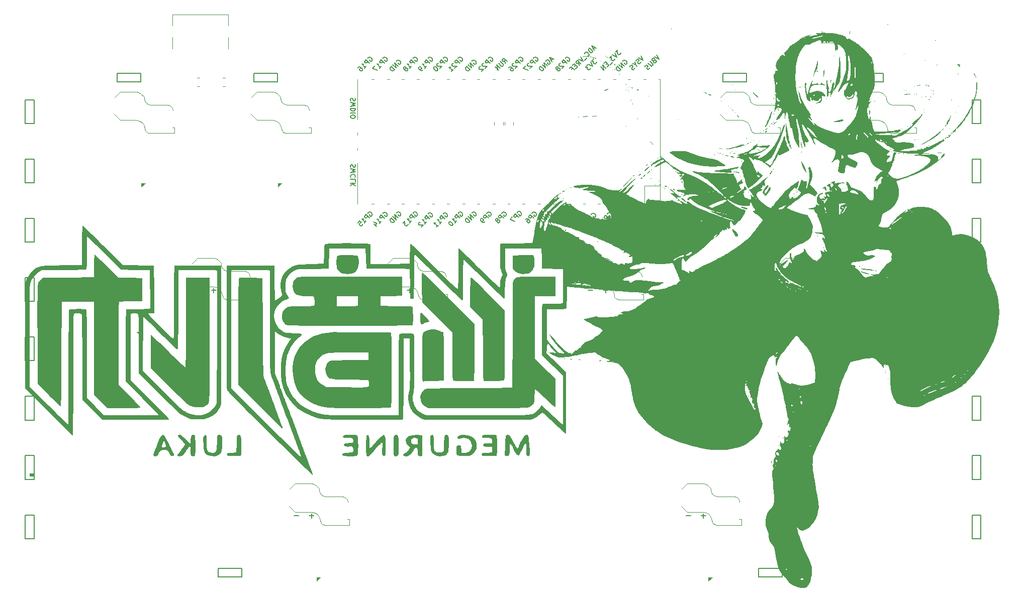
<source format=gbr>
%TF.GenerationSoftware,KiCad,Pcbnew,(6.0.5)*%
%TF.CreationDate,2022-10-13T09:17:03+09:00*%
%TF.ProjectId,Luka One___,4c756b61-204f-46e6-9566-5c5f2e6b6963,rev?*%
%TF.SameCoordinates,PX2f4d600PY1513820*%
%TF.FileFunction,Legend,Bot*%
%TF.FilePolarity,Positive*%
%FSLAX46Y46*%
G04 Gerber Fmt 4.6, Leading zero omitted, Abs format (unit mm)*
G04 Created by KiCad (PCBNEW (6.0.5)) date 2022-10-13 09:17:03*
%MOMM*%
%LPD*%
G01*
G04 APERTURE LIST*
%ADD10C,0.150000*%
%ADD11C,0.120000*%
%ADD12C,0.100000*%
%ADD13C,0.200000*%
%ADD14R,0.800000X0.550000*%
G04 APERTURE END LIST*
D10*
%TO.C,Kailh PG1354*%
X62530951Y-87025278D02*
X61769046Y-87025278D01*
X62149999Y-87406230D02*
X62149999Y-86644326D01*
X60000951Y-87025278D02*
X59239046Y-87025278D01*
%TO.C,Kailh PG1352*%
X112050951Y-49015278D02*
X111289046Y-49015278D01*
X111669999Y-49396230D02*
X111669999Y-48634326D01*
X109520951Y-49015278D02*
X108759046Y-49015278D01*
%TO.C,Kailh PG1354*%
X126000951Y-87025278D02*
X125239046Y-87025278D01*
X128530951Y-87025278D02*
X127769046Y-87025278D01*
X128149999Y-87406230D02*
X128149999Y-86644326D01*
%TO.C,Kailh PG1353*%
X145050951Y-49015278D02*
X144289046Y-49015278D01*
X144669999Y-49396230D02*
X144669999Y-48634326D01*
X142520951Y-49015278D02*
X141759046Y-49015278D01*
%TO.C,Kailh PG1351*%
X76520951Y-49015278D02*
X75759046Y-49015278D01*
X79050951Y-49015278D02*
X78289046Y-49015278D01*
X78669999Y-49396230D02*
X78669999Y-48634326D01*
%TO.C,Kailh PG1350*%
X46050951Y-49015278D02*
X45289046Y-49015278D01*
X45669999Y-49396230D02*
X45669999Y-48634326D01*
X43520951Y-49015278D02*
X42759046Y-49015278D01*
%TO.C,U1*%
X117081218Y-36133096D02*
X117108155Y-36052284D01*
X117188967Y-35971471D01*
X117296717Y-35917597D01*
X117404467Y-35917597D01*
X117485279Y-35944534D01*
X117619966Y-36025346D01*
X117700778Y-36106158D01*
X117781590Y-36240845D01*
X117808528Y-36321658D01*
X117808528Y-36429407D01*
X117754653Y-36537157D01*
X117700778Y-36591032D01*
X117593028Y-36644906D01*
X117539154Y-36644906D01*
X117350592Y-36456345D01*
X117458341Y-36348595D01*
X117350592Y-36941218D02*
X116784906Y-36375532D01*
X116569407Y-36591032D01*
X116542470Y-36671844D01*
X116542470Y-36725719D01*
X116569407Y-36806531D01*
X116650219Y-36887343D01*
X116731032Y-36914280D01*
X116784906Y-36914280D01*
X116865719Y-36887343D01*
X117081218Y-36671844D01*
X116488595Y-37803215D02*
X116811844Y-37479966D01*
X116650219Y-37641590D02*
X116084534Y-37075905D01*
X116219221Y-37102842D01*
X116326971Y-37102842D01*
X116407783Y-37075905D01*
X109650592Y-10009847D02*
X109300406Y-10360033D01*
X109704467Y-10386971D01*
X109623654Y-10467783D01*
X109596717Y-10548595D01*
X109596717Y-10602470D01*
X109623654Y-10683282D01*
X109758341Y-10817969D01*
X109839154Y-10844906D01*
X109893028Y-10844906D01*
X109973841Y-10817969D01*
X110135465Y-10656345D01*
X110162402Y-10575532D01*
X110162402Y-10521658D01*
X109138781Y-10521658D02*
X109515905Y-11275905D01*
X108761658Y-10898781D01*
X108626971Y-11033468D02*
X108276784Y-11383654D01*
X108680845Y-11410592D01*
X108600033Y-11491404D01*
X108573096Y-11572216D01*
X108573096Y-11626091D01*
X108600033Y-11706903D01*
X108734720Y-11841590D01*
X108815532Y-11868528D01*
X108869407Y-11868528D01*
X108950219Y-11841590D01*
X109111844Y-11679966D01*
X109138781Y-11599154D01*
X109138781Y-11545279D01*
X106521218Y-36213096D02*
X106548155Y-36132284D01*
X106628967Y-36051471D01*
X106736717Y-35997597D01*
X106844467Y-35997597D01*
X106925279Y-36024534D01*
X107059966Y-36105346D01*
X107140778Y-36186158D01*
X107221590Y-36320845D01*
X107248528Y-36401658D01*
X107248528Y-36509407D01*
X107194653Y-36617157D01*
X107140778Y-36671032D01*
X107033028Y-36724906D01*
X106979154Y-36724906D01*
X106790592Y-36536345D01*
X106898341Y-36428595D01*
X106790592Y-37021218D02*
X106224906Y-36455532D01*
X106009407Y-36671032D01*
X105982470Y-36751844D01*
X105982470Y-36805719D01*
X106009407Y-36886531D01*
X106090219Y-36967343D01*
X106171032Y-36994280D01*
X106224906Y-36994280D01*
X106305719Y-36967343D01*
X106521218Y-36751844D01*
X105713096Y-36967343D02*
X105362910Y-37317529D01*
X105766971Y-37344467D01*
X105686158Y-37425279D01*
X105659221Y-37506091D01*
X105659221Y-37559966D01*
X105686158Y-37640778D01*
X105820845Y-37775465D01*
X105901658Y-37802402D01*
X105955532Y-37802402D01*
X106036345Y-37775465D01*
X106197969Y-37613841D01*
X106224906Y-37533028D01*
X106224906Y-37479154D01*
X114558155Y-36006158D02*
X114585093Y-35925346D01*
X114665905Y-35844534D01*
X114773654Y-35790659D01*
X114881404Y-35790659D01*
X114962216Y-35817597D01*
X115096903Y-35898409D01*
X115177715Y-35979221D01*
X115258528Y-36113908D01*
X115285465Y-36194720D01*
X115285465Y-36302470D01*
X115231590Y-36410219D01*
X115177715Y-36464094D01*
X115069966Y-36517969D01*
X115016091Y-36517969D01*
X114827529Y-36329407D01*
X114935279Y-36221658D01*
X114827529Y-36814280D02*
X114261844Y-36248595D01*
X114504280Y-37137529D01*
X113938595Y-36571844D01*
X114234906Y-37406903D02*
X113669221Y-36841218D01*
X113534534Y-36975905D01*
X113480659Y-37083654D01*
X113480659Y-37191404D01*
X113507597Y-37272216D01*
X113588409Y-37406903D01*
X113669221Y-37487715D01*
X113803908Y-37568528D01*
X113884720Y-37595465D01*
X113992470Y-37595465D01*
X114100219Y-37541590D01*
X114234906Y-37406903D01*
X94211218Y-36033096D02*
X94238155Y-35952284D01*
X94318967Y-35871471D01*
X94426717Y-35817597D01*
X94534467Y-35817597D01*
X94615279Y-35844534D01*
X94749966Y-35925346D01*
X94830778Y-36006158D01*
X94911590Y-36140845D01*
X94938528Y-36221658D01*
X94938528Y-36329407D01*
X94884653Y-36437157D01*
X94830778Y-36491032D01*
X94723028Y-36544906D01*
X94669154Y-36544906D01*
X94480592Y-36356345D01*
X94588341Y-36248595D01*
X94480592Y-36841218D02*
X93914906Y-36275532D01*
X93699407Y-36491032D01*
X93672470Y-36571844D01*
X93672470Y-36625719D01*
X93699407Y-36706531D01*
X93780219Y-36787343D01*
X93861032Y-36814280D01*
X93914906Y-36814280D01*
X93995719Y-36787343D01*
X94211218Y-36571844D01*
X93510845Y-37164467D02*
X93537783Y-37083654D01*
X93537783Y-37029780D01*
X93510845Y-36948967D01*
X93483908Y-36922030D01*
X93403096Y-36895093D01*
X93349221Y-36895093D01*
X93268409Y-36922030D01*
X93160659Y-37029780D01*
X93133722Y-37110592D01*
X93133722Y-37164467D01*
X93160659Y-37245279D01*
X93187597Y-37272216D01*
X93268409Y-37299154D01*
X93322284Y-37299154D01*
X93403096Y-37272216D01*
X93510845Y-37164467D01*
X93591658Y-37137529D01*
X93645532Y-37137529D01*
X93726345Y-37164467D01*
X93834094Y-37272216D01*
X93861032Y-37353028D01*
X93861032Y-37406903D01*
X93834094Y-37487715D01*
X93726345Y-37595465D01*
X93645532Y-37622402D01*
X93591658Y-37622402D01*
X93510845Y-37595465D01*
X93403096Y-37487715D01*
X93376158Y-37406903D01*
X93376158Y-37353028D01*
X93403096Y-37272216D01*
X109893773Y-8074788D02*
X109624399Y-8344162D01*
X110109272Y-8182537D02*
X109355025Y-7805414D01*
X109732149Y-8559661D01*
X109543587Y-8748223D02*
X108977902Y-8182537D01*
X108843215Y-8317224D01*
X108789340Y-8424974D01*
X108789340Y-8532723D01*
X108816277Y-8613536D01*
X108897089Y-8748223D01*
X108977902Y-8829035D01*
X109112589Y-8909847D01*
X109193401Y-8936784D01*
X109301150Y-8936784D01*
X109408900Y-8882910D01*
X109543587Y-8748223D01*
X108600778Y-9583282D02*
X108654653Y-9583282D01*
X108762402Y-9529407D01*
X108816277Y-9475532D01*
X108870152Y-9367783D01*
X108870152Y-9260033D01*
X108843215Y-9179221D01*
X108762402Y-9044534D01*
X108681590Y-8963722D01*
X108546903Y-8882910D01*
X108466091Y-8855972D01*
X108358341Y-8855972D01*
X108250592Y-8909847D01*
X108196717Y-8963722D01*
X108142842Y-9071471D01*
X108142842Y-9125346D01*
X108600778Y-9798781D02*
X108169780Y-10229780D01*
X107496345Y-9664094D02*
X107873468Y-10418341D01*
X107119221Y-10041218D01*
X107173096Y-11118714D02*
X107092284Y-10660778D01*
X107496345Y-10795465D02*
X106930659Y-10229780D01*
X106715160Y-10445279D01*
X106688223Y-10526091D01*
X106688223Y-10579966D01*
X106715160Y-10660778D01*
X106795972Y-10741590D01*
X106876784Y-10768528D01*
X106930659Y-10768528D01*
X107011471Y-10741590D01*
X107226971Y-10526091D01*
X106634348Y-11064839D02*
X106445786Y-11253401D01*
X106661285Y-11630524D02*
X106930659Y-11361150D01*
X106364974Y-10795465D01*
X106095600Y-11064839D01*
X105933975Y-11765211D02*
X106122537Y-11576650D01*
X106418849Y-11872961D02*
X105853163Y-11307276D01*
X105583789Y-11576650D01*
X86850592Y-9909722D02*
X86877529Y-9828910D01*
X86958341Y-9748097D01*
X87066091Y-9694223D01*
X87173841Y-9694223D01*
X87254653Y-9721160D01*
X87389340Y-9801972D01*
X87470152Y-9882784D01*
X87550964Y-10017471D01*
X87577902Y-10098284D01*
X87577902Y-10206033D01*
X87524027Y-10313783D01*
X87470152Y-10367658D01*
X87362402Y-10421532D01*
X87308528Y-10421532D01*
X87119966Y-10232971D01*
X87227715Y-10125221D01*
X87119966Y-10717844D02*
X86554280Y-10152158D01*
X86338781Y-10367658D01*
X86311844Y-10448470D01*
X86311844Y-10502345D01*
X86338781Y-10583157D01*
X86419593Y-10663969D01*
X86500406Y-10690906D01*
X86554280Y-10690906D01*
X86635093Y-10663969D01*
X86850592Y-10448470D01*
X86069407Y-10744781D02*
X86015532Y-10744781D01*
X85934720Y-10771719D01*
X85800033Y-10906406D01*
X85773096Y-10987218D01*
X85773096Y-11041093D01*
X85800033Y-11121905D01*
X85853908Y-11175780D01*
X85961658Y-11229654D01*
X86608155Y-11229654D01*
X86257969Y-11579841D01*
X85719221Y-12118589D02*
X86042470Y-11795340D01*
X85880845Y-11956964D02*
X85315160Y-11391279D01*
X85449847Y-11418216D01*
X85557597Y-11418216D01*
X85638409Y-11391279D01*
X71620592Y-9909722D02*
X71647529Y-9828910D01*
X71728341Y-9748097D01*
X71836091Y-9694223D01*
X71943841Y-9694223D01*
X72024653Y-9721160D01*
X72159340Y-9801972D01*
X72240152Y-9882784D01*
X72320964Y-10017471D01*
X72347902Y-10098284D01*
X72347902Y-10206033D01*
X72294027Y-10313783D01*
X72240152Y-10367658D01*
X72132402Y-10421532D01*
X72078528Y-10421532D01*
X71889966Y-10232971D01*
X71997715Y-10125221D01*
X71889966Y-10717844D02*
X71324280Y-10152158D01*
X71108781Y-10367658D01*
X71081844Y-10448470D01*
X71081844Y-10502345D01*
X71108781Y-10583157D01*
X71189593Y-10663969D01*
X71270406Y-10690906D01*
X71324280Y-10690906D01*
X71405093Y-10663969D01*
X71620592Y-10448470D01*
X71027969Y-11579841D02*
X71351218Y-11256592D01*
X71189593Y-11418216D02*
X70623908Y-10852531D01*
X70758595Y-10879468D01*
X70866345Y-10879468D01*
X70947157Y-10852531D01*
X69977410Y-11499028D02*
X70085160Y-11391279D01*
X70165972Y-11364341D01*
X70219847Y-11364341D01*
X70354534Y-11391279D01*
X70489221Y-11472091D01*
X70704720Y-11687590D01*
X70731658Y-11768402D01*
X70731658Y-11822277D01*
X70704720Y-11903089D01*
X70596971Y-12010839D01*
X70516158Y-12037776D01*
X70462284Y-12037776D01*
X70381471Y-12010839D01*
X70246784Y-11876152D01*
X70219847Y-11795340D01*
X70219847Y-11741465D01*
X70246784Y-11660653D01*
X70354534Y-11552903D01*
X70435346Y-11525966D01*
X70489221Y-11525966D01*
X70570033Y-11552903D01*
X101852078Y-35957534D02*
X101879016Y-35876722D01*
X101959828Y-35795910D01*
X102067577Y-35742035D01*
X102175327Y-35742035D01*
X102256139Y-35768973D01*
X102390826Y-35849785D01*
X102471638Y-35930597D01*
X102552451Y-36065284D01*
X102579388Y-36146096D01*
X102579388Y-36253846D01*
X102525513Y-36361595D01*
X102471638Y-36415470D01*
X102363889Y-36469345D01*
X102310014Y-36469345D01*
X102121452Y-36280783D01*
X102229202Y-36173034D01*
X102121452Y-36765656D02*
X101555767Y-36199971D01*
X101798203Y-37088905D01*
X101232518Y-36523220D01*
X101528829Y-37358279D02*
X100963144Y-36792594D01*
X100828457Y-36927281D01*
X100774582Y-37035030D01*
X100774582Y-37142780D01*
X100801520Y-37223592D01*
X100882332Y-37358279D01*
X100963144Y-37439091D01*
X101097831Y-37519904D01*
X101178643Y-37546841D01*
X101286393Y-37546841D01*
X101394142Y-37492966D01*
X101528829Y-37358279D01*
X102800964Y-9963597D02*
X102531590Y-10232971D01*
X103016463Y-10071346D02*
X102262216Y-9694223D01*
X102639340Y-10448470D01*
X101615719Y-10394595D02*
X101642656Y-10313783D01*
X101723468Y-10232971D01*
X101831218Y-10179096D01*
X101938967Y-10179096D01*
X102019780Y-10206033D01*
X102154467Y-10286845D01*
X102235279Y-10367658D01*
X102316091Y-10502345D01*
X102343028Y-10583157D01*
X102343028Y-10690906D01*
X102289154Y-10798656D01*
X102235279Y-10852531D01*
X102127529Y-10906406D01*
X102073654Y-10906406D01*
X101885093Y-10717844D01*
X101992842Y-10610094D01*
X101885093Y-11202717D02*
X101319407Y-10637032D01*
X101561844Y-11525966D01*
X100996158Y-10960280D01*
X101292470Y-11795340D02*
X100726784Y-11229654D01*
X100592097Y-11364341D01*
X100538223Y-11472091D01*
X100538223Y-11579841D01*
X100565160Y-11660653D01*
X100645972Y-11795340D01*
X100726784Y-11876152D01*
X100861471Y-11956964D01*
X100942284Y-11983902D01*
X101050033Y-11983902D01*
X101157783Y-11930027D01*
X101292470Y-11795340D01*
X111991218Y-36133096D02*
X112018155Y-36052284D01*
X112098967Y-35971471D01*
X112206717Y-35917597D01*
X112314467Y-35917597D01*
X112395279Y-35944534D01*
X112529966Y-36025346D01*
X112610778Y-36106158D01*
X112691590Y-36240845D01*
X112718528Y-36321658D01*
X112718528Y-36429407D01*
X112664653Y-36537157D01*
X112610778Y-36591032D01*
X112503028Y-36644906D01*
X112449154Y-36644906D01*
X112260592Y-36456345D01*
X112368341Y-36348595D01*
X112260592Y-36941218D02*
X111694906Y-36375532D01*
X111479407Y-36591032D01*
X111452470Y-36671844D01*
X111452470Y-36725719D01*
X111479407Y-36806531D01*
X111560219Y-36887343D01*
X111641032Y-36914280D01*
X111694906Y-36914280D01*
X111775719Y-36887343D01*
X111991218Y-36671844D01*
X111210033Y-36968155D02*
X111156158Y-36968155D01*
X111075346Y-36995093D01*
X110940659Y-37129780D01*
X110913722Y-37210592D01*
X110913722Y-37264467D01*
X110940659Y-37345279D01*
X110994534Y-37399154D01*
X111102284Y-37453028D01*
X111748781Y-37453028D01*
X111398595Y-37803215D01*
X91671218Y-36033096D02*
X91698155Y-35952284D01*
X91778967Y-35871471D01*
X91886717Y-35817597D01*
X91994467Y-35817597D01*
X92075279Y-35844534D01*
X92209966Y-35925346D01*
X92290778Y-36006158D01*
X92371590Y-36140845D01*
X92398528Y-36221658D01*
X92398528Y-36329407D01*
X92344653Y-36437157D01*
X92290778Y-36491032D01*
X92183028Y-36544906D01*
X92129154Y-36544906D01*
X91940592Y-36356345D01*
X92048341Y-36248595D01*
X91940592Y-36841218D02*
X91374906Y-36275532D01*
X91159407Y-36491032D01*
X91132470Y-36571844D01*
X91132470Y-36625719D01*
X91159407Y-36706531D01*
X91240219Y-36787343D01*
X91321032Y-36814280D01*
X91374906Y-36814280D01*
X91455719Y-36787343D01*
X91671218Y-36571844D01*
X91347969Y-37433841D02*
X91240219Y-37541590D01*
X91159407Y-37568528D01*
X91105532Y-37568528D01*
X90970845Y-37541590D01*
X90836158Y-37460778D01*
X90620659Y-37245279D01*
X90593722Y-37164467D01*
X90593722Y-37110592D01*
X90620659Y-37029780D01*
X90728409Y-36922030D01*
X90809221Y-36895093D01*
X90863096Y-36895093D01*
X90943908Y-36922030D01*
X91078595Y-37056717D01*
X91105532Y-37137529D01*
X91105532Y-37191404D01*
X91078595Y-37272216D01*
X90970845Y-37379966D01*
X90890033Y-37406903D01*
X90836158Y-37406903D01*
X90755346Y-37379966D01*
X69483809Y-27810476D02*
X69521904Y-27924761D01*
X69521904Y-28115238D01*
X69483809Y-28191428D01*
X69445714Y-28229523D01*
X69369523Y-28267619D01*
X69293333Y-28267619D01*
X69217142Y-28229523D01*
X69179047Y-28191428D01*
X69140952Y-28115238D01*
X69102857Y-27962857D01*
X69064761Y-27886666D01*
X69026666Y-27848571D01*
X68950476Y-27810476D01*
X68874285Y-27810476D01*
X68798095Y-27848571D01*
X68760000Y-27886666D01*
X68721904Y-27962857D01*
X68721904Y-28153333D01*
X68760000Y-28267619D01*
X68721904Y-28534285D02*
X69521904Y-28724761D01*
X68950476Y-28877142D01*
X69521904Y-29029523D01*
X68721904Y-29220000D01*
X69445714Y-29981904D02*
X69483809Y-29943809D01*
X69521904Y-29829523D01*
X69521904Y-29753333D01*
X69483809Y-29639047D01*
X69407619Y-29562857D01*
X69331428Y-29524761D01*
X69179047Y-29486666D01*
X69064761Y-29486666D01*
X68912380Y-29524761D01*
X68836190Y-29562857D01*
X68760000Y-29639047D01*
X68721904Y-29753333D01*
X68721904Y-29829523D01*
X68760000Y-29943809D01*
X68798095Y-29981904D01*
X69521904Y-30705714D02*
X69521904Y-30324761D01*
X68721904Y-30324761D01*
X69521904Y-30972380D02*
X68721904Y-30972380D01*
X69521904Y-31429523D02*
X69064761Y-31086666D01*
X68721904Y-31429523D02*
X69179047Y-30972380D01*
X97020592Y-9909722D02*
X97047529Y-9828910D01*
X97128341Y-9748097D01*
X97236091Y-9694223D01*
X97343841Y-9694223D01*
X97424653Y-9721160D01*
X97559340Y-9801972D01*
X97640152Y-9882784D01*
X97720964Y-10017471D01*
X97747902Y-10098284D01*
X97747902Y-10206033D01*
X97694027Y-10313783D01*
X97640152Y-10367658D01*
X97532402Y-10421532D01*
X97478528Y-10421532D01*
X97289966Y-10232971D01*
X97397715Y-10125221D01*
X97289966Y-10717844D02*
X96724280Y-10152158D01*
X96508781Y-10367658D01*
X96481844Y-10448470D01*
X96481844Y-10502345D01*
X96508781Y-10583157D01*
X96589593Y-10663969D01*
X96670406Y-10690906D01*
X96724280Y-10690906D01*
X96805093Y-10663969D01*
X97020592Y-10448470D01*
X96239407Y-10744781D02*
X96185532Y-10744781D01*
X96104720Y-10771719D01*
X95970033Y-10906406D01*
X95943096Y-10987218D01*
X95943096Y-11041093D01*
X95970033Y-11121905D01*
X96023908Y-11175780D01*
X96131658Y-11229654D01*
X96778155Y-11229654D01*
X96427969Y-11579841D01*
X95377410Y-11499028D02*
X95485160Y-11391279D01*
X95565972Y-11364341D01*
X95619847Y-11364341D01*
X95754534Y-11391279D01*
X95889221Y-11472091D01*
X96104720Y-11687590D01*
X96131658Y-11768402D01*
X96131658Y-11822277D01*
X96104720Y-11903089D01*
X95996971Y-12010839D01*
X95916158Y-12037776D01*
X95862284Y-12037776D01*
X95781471Y-12010839D01*
X95646784Y-11876152D01*
X95619847Y-11795340D01*
X95619847Y-11741465D01*
X95646784Y-11660653D01*
X95754534Y-11552903D01*
X95835346Y-11525966D01*
X95889221Y-11525966D01*
X95970033Y-11552903D01*
X109278799Y-36230197D02*
X109305736Y-36149385D01*
X109386548Y-36068572D01*
X109494298Y-36014698D01*
X109602048Y-36014698D01*
X109682860Y-36041635D01*
X109817547Y-36122447D01*
X109898359Y-36203259D01*
X109979171Y-36337946D01*
X110006109Y-36418759D01*
X110006109Y-36526508D01*
X109952234Y-36634258D01*
X109898359Y-36688133D01*
X109790609Y-36742007D01*
X109736735Y-36742007D01*
X109548173Y-36553446D01*
X109655922Y-36445696D01*
X109548173Y-37038319D02*
X108982487Y-36472633D01*
X108766988Y-36688133D01*
X108740051Y-36768945D01*
X108740051Y-36822820D01*
X108766988Y-36903632D01*
X108847800Y-36984444D01*
X108928613Y-37011381D01*
X108982487Y-37011381D01*
X109063300Y-36984444D01*
X109278799Y-36768945D01*
X108362927Y-37469317D02*
X108740051Y-37846441D01*
X108282115Y-37119131D02*
X108820863Y-37388505D01*
X108470677Y-37738691D01*
X113718308Y-8442131D02*
X113368122Y-8792317D01*
X113772183Y-8819255D01*
X113691370Y-8900067D01*
X113664433Y-8980879D01*
X113664433Y-9034754D01*
X113691370Y-9115566D01*
X113826057Y-9250253D01*
X113906870Y-9277190D01*
X113960744Y-9277190D01*
X114041557Y-9250253D01*
X114203181Y-9088629D01*
X114230118Y-9007816D01*
X114230118Y-8953942D01*
X113206497Y-8953942D02*
X113583621Y-9708189D01*
X112829374Y-9331065D01*
X112694687Y-9465752D02*
X112344500Y-9815938D01*
X112748561Y-9842876D01*
X112667749Y-9923688D01*
X112640812Y-10004500D01*
X112640812Y-10058375D01*
X112667749Y-10139187D01*
X112802436Y-10273874D01*
X112883248Y-10300812D01*
X112937123Y-10300812D01*
X113017935Y-10273874D01*
X113179560Y-10112250D01*
X113206497Y-10031438D01*
X113206497Y-9977563D01*
X112856311Y-10543248D02*
X112425312Y-10974247D01*
X111940439Y-10758748D02*
X111751877Y-10947309D01*
X111967377Y-11324433D02*
X112236751Y-11055059D01*
X111671065Y-10489374D01*
X111401691Y-10758748D01*
X111724940Y-11566870D02*
X111159255Y-11001184D01*
X111401691Y-11890118D01*
X110836006Y-11324433D01*
X114558155Y-10406158D02*
X114585093Y-10325346D01*
X114665905Y-10244534D01*
X114773654Y-10190659D01*
X114881404Y-10190659D01*
X114962216Y-10217597D01*
X115096903Y-10298409D01*
X115177715Y-10379221D01*
X115258528Y-10513908D01*
X115285465Y-10594720D01*
X115285465Y-10702470D01*
X115231590Y-10810219D01*
X115177715Y-10864094D01*
X115069966Y-10917969D01*
X115016091Y-10917969D01*
X114827529Y-10729407D01*
X114935279Y-10621658D01*
X114827529Y-11214280D02*
X114261844Y-10648595D01*
X114504280Y-11537529D01*
X113938595Y-10971844D01*
X114234906Y-11806903D02*
X113669221Y-11241218D01*
X113534534Y-11375905D01*
X113480659Y-11483654D01*
X113480659Y-11591404D01*
X113507597Y-11672216D01*
X113588409Y-11806903D01*
X113669221Y-11887715D01*
X113803908Y-11968528D01*
X113884720Y-11995465D01*
X113992470Y-11995465D01*
X114100219Y-11941590D01*
X114234906Y-11806903D01*
X86860592Y-36017722D02*
X86887529Y-35936910D01*
X86968341Y-35856097D01*
X87076091Y-35802223D01*
X87183841Y-35802223D01*
X87264653Y-35829160D01*
X87399340Y-35909972D01*
X87480152Y-35990784D01*
X87560964Y-36125471D01*
X87587902Y-36206284D01*
X87587902Y-36314033D01*
X87534027Y-36421783D01*
X87480152Y-36475658D01*
X87372402Y-36529532D01*
X87318528Y-36529532D01*
X87129966Y-36340971D01*
X87237715Y-36233221D01*
X87129966Y-36825844D02*
X86564280Y-36260158D01*
X86348781Y-36475658D01*
X86321844Y-36556470D01*
X86321844Y-36610345D01*
X86348781Y-36691157D01*
X86429593Y-36771969D01*
X86510406Y-36798906D01*
X86564280Y-36798906D01*
X86645093Y-36771969D01*
X86860592Y-36556470D01*
X86267969Y-37687841D02*
X86591218Y-37364592D01*
X86429593Y-37526216D02*
X85863908Y-36960531D01*
X85998595Y-36987468D01*
X86106345Y-36987468D01*
X86187157Y-36960531D01*
X85352097Y-37472341D02*
X85298223Y-37526216D01*
X85271285Y-37607028D01*
X85271285Y-37660903D01*
X85298223Y-37741715D01*
X85379035Y-37876402D01*
X85513722Y-38011089D01*
X85648409Y-38091902D01*
X85729221Y-38118839D01*
X85783096Y-38118839D01*
X85863908Y-38091902D01*
X85917783Y-38038027D01*
X85944720Y-37957215D01*
X85944720Y-37903340D01*
X85917783Y-37822528D01*
X85836971Y-37687841D01*
X85702284Y-37553154D01*
X85567597Y-37472341D01*
X85486784Y-37445404D01*
X85432910Y-37445404D01*
X85352097Y-37472341D01*
X69483809Y-16624761D02*
X69521904Y-16739047D01*
X69521904Y-16929523D01*
X69483809Y-17005714D01*
X69445714Y-17043809D01*
X69369523Y-17081904D01*
X69293333Y-17081904D01*
X69217142Y-17043809D01*
X69179047Y-17005714D01*
X69140952Y-16929523D01*
X69102857Y-16777142D01*
X69064761Y-16700952D01*
X69026666Y-16662857D01*
X68950476Y-16624761D01*
X68874285Y-16624761D01*
X68798095Y-16662857D01*
X68760000Y-16700952D01*
X68721904Y-16777142D01*
X68721904Y-16967619D01*
X68760000Y-17081904D01*
X68721904Y-17348571D02*
X69521904Y-17539047D01*
X68950476Y-17691428D01*
X69521904Y-17843809D01*
X68721904Y-18034285D01*
X69521904Y-18339047D02*
X68721904Y-18339047D01*
X68721904Y-18529523D01*
X68760000Y-18643809D01*
X68836190Y-18720000D01*
X68912380Y-18758095D01*
X69064761Y-18796190D01*
X69179047Y-18796190D01*
X69331428Y-18758095D01*
X69407619Y-18720000D01*
X69483809Y-18643809D01*
X69521904Y-18529523D01*
X69521904Y-18339047D01*
X69521904Y-19139047D02*
X68721904Y-19139047D01*
X68721904Y-19672380D02*
X68721904Y-19824761D01*
X68760000Y-19900952D01*
X68836190Y-19977142D01*
X68988571Y-20015238D01*
X69255238Y-20015238D01*
X69407619Y-19977142D01*
X69483809Y-19900952D01*
X69521904Y-19824761D01*
X69521904Y-19672380D01*
X69483809Y-19596190D01*
X69407619Y-19520000D01*
X69255238Y-19481904D01*
X68988571Y-19481904D01*
X68836190Y-19520000D01*
X68760000Y-19596190D01*
X68721904Y-19672380D01*
X79240592Y-36017722D02*
X79267529Y-35936910D01*
X79348341Y-35856097D01*
X79456091Y-35802223D01*
X79563841Y-35802223D01*
X79644653Y-35829160D01*
X79779340Y-35909972D01*
X79860152Y-35990784D01*
X79940964Y-36125471D01*
X79967902Y-36206284D01*
X79967902Y-36314033D01*
X79914027Y-36421783D01*
X79860152Y-36475658D01*
X79752402Y-36529532D01*
X79698528Y-36529532D01*
X79509966Y-36340971D01*
X79617715Y-36233221D01*
X79509966Y-36825844D02*
X78944280Y-36260158D01*
X78728781Y-36475658D01*
X78701844Y-36556470D01*
X78701844Y-36610345D01*
X78728781Y-36691157D01*
X78809593Y-36771969D01*
X78890406Y-36798906D01*
X78944280Y-36798906D01*
X79025093Y-36771969D01*
X79240592Y-36556470D01*
X78647969Y-37687841D02*
X78971218Y-37364592D01*
X78809593Y-37526216D02*
X78243908Y-36960531D01*
X78378595Y-36987468D01*
X78486345Y-36987468D01*
X78567157Y-36960531D01*
X77893722Y-37310717D02*
X77543536Y-37660903D01*
X77947597Y-37687841D01*
X77866784Y-37768653D01*
X77839847Y-37849465D01*
X77839847Y-37903340D01*
X77866784Y-37984152D01*
X78001471Y-38118839D01*
X78082284Y-38145776D01*
X78136158Y-38145776D01*
X78216971Y-38118839D01*
X78378595Y-37957215D01*
X78405532Y-37876402D01*
X78405532Y-37822528D01*
X120287309Y-9273129D02*
X120664433Y-10027377D01*
X119910186Y-9650253D01*
X119802436Y-10296751D02*
X119748561Y-10404500D01*
X119748561Y-10458375D01*
X119775499Y-10539187D01*
X119856311Y-10619999D01*
X119937123Y-10646937D01*
X119990998Y-10646937D01*
X120071810Y-10619999D01*
X120287309Y-10404500D01*
X119721624Y-9838815D01*
X119533062Y-10027377D01*
X119506125Y-10108189D01*
X119506125Y-10162064D01*
X119533062Y-10242876D01*
X119586937Y-10296751D01*
X119667749Y-10323688D01*
X119721624Y-10323688D01*
X119802436Y-10296751D01*
X119990998Y-10108189D01*
X119155938Y-10404500D02*
X119613874Y-10862436D01*
X119640812Y-10943248D01*
X119640812Y-10997123D01*
X119613874Y-11077935D01*
X119506125Y-11185685D01*
X119425312Y-11212622D01*
X119371438Y-11212622D01*
X119290625Y-11185685D01*
X118832690Y-10727749D01*
X119129001Y-11508934D02*
X119075126Y-11616683D01*
X118940439Y-11751370D01*
X118859627Y-11778308D01*
X118805752Y-11778308D01*
X118724940Y-11751370D01*
X118671065Y-11697496D01*
X118644128Y-11616683D01*
X118644128Y-11562809D01*
X118671065Y-11481996D01*
X118751877Y-11347309D01*
X118778815Y-11266497D01*
X118778815Y-11212622D01*
X118751877Y-11131810D01*
X118698003Y-11077935D01*
X118617190Y-11050998D01*
X118563316Y-11050998D01*
X118482503Y-11077935D01*
X118347816Y-11212622D01*
X118293942Y-11320372D01*
X117609966Y-9440473D02*
X117987089Y-10194720D01*
X117232842Y-9817597D01*
X117609966Y-10517969D02*
X117556091Y-10625719D01*
X117421404Y-10760406D01*
X117340592Y-10787343D01*
X117286717Y-10787343D01*
X117205905Y-10760406D01*
X117152030Y-10706531D01*
X117125093Y-10625719D01*
X117125093Y-10571844D01*
X117152030Y-10491032D01*
X117232842Y-10356345D01*
X117259780Y-10275532D01*
X117259780Y-10221658D01*
X117232842Y-10140845D01*
X117178967Y-10086971D01*
X117098155Y-10060033D01*
X117044280Y-10060033D01*
X116963468Y-10086971D01*
X116828781Y-10221658D01*
X116774906Y-10329407D01*
X116694094Y-10948967D02*
X116963468Y-11218341D01*
X116586345Y-10464094D02*
X116694094Y-10948967D01*
X116209221Y-10841218D01*
X116586345Y-11541590D02*
X116532470Y-11649340D01*
X116397783Y-11784027D01*
X116316971Y-11810964D01*
X116263096Y-11810964D01*
X116182284Y-11784027D01*
X116128409Y-11730152D01*
X116101471Y-11649340D01*
X116101471Y-11595465D01*
X116128409Y-11514653D01*
X116209221Y-11379966D01*
X116236158Y-11299154D01*
X116236158Y-11245279D01*
X116209221Y-11164467D01*
X116155346Y-11110592D01*
X116074534Y-11083654D01*
X116020659Y-11083654D01*
X115939847Y-11110592D01*
X115805160Y-11245279D01*
X115751285Y-11353028D01*
X84320592Y-9909722D02*
X84347529Y-9828910D01*
X84428341Y-9748097D01*
X84536091Y-9694223D01*
X84643841Y-9694223D01*
X84724653Y-9721160D01*
X84859340Y-9801972D01*
X84940152Y-9882784D01*
X85020964Y-10017471D01*
X85047902Y-10098284D01*
X85047902Y-10206033D01*
X84994027Y-10313783D01*
X84940152Y-10367658D01*
X84832402Y-10421532D01*
X84778528Y-10421532D01*
X84589966Y-10232971D01*
X84697715Y-10125221D01*
X84589966Y-10717844D02*
X84024280Y-10152158D01*
X83808781Y-10367658D01*
X83781844Y-10448470D01*
X83781844Y-10502345D01*
X83808781Y-10583157D01*
X83889593Y-10663969D01*
X83970406Y-10690906D01*
X84024280Y-10690906D01*
X84105093Y-10663969D01*
X84320592Y-10448470D01*
X83539407Y-10744781D02*
X83485532Y-10744781D01*
X83404720Y-10771719D01*
X83270033Y-10906406D01*
X83243096Y-10987218D01*
X83243096Y-11041093D01*
X83270033Y-11121905D01*
X83323908Y-11175780D01*
X83431658Y-11229654D01*
X84078155Y-11229654D01*
X83727969Y-11579841D01*
X82812097Y-11364341D02*
X82758223Y-11418216D01*
X82731285Y-11499028D01*
X82731285Y-11552903D01*
X82758223Y-11633715D01*
X82839035Y-11768402D01*
X82973722Y-11903089D01*
X83108409Y-11983902D01*
X83189221Y-12010839D01*
X83243096Y-12010839D01*
X83323908Y-11983902D01*
X83377783Y-11930027D01*
X83404720Y-11849215D01*
X83404720Y-11795340D01*
X83377783Y-11714528D01*
X83296971Y-11579841D01*
X83162284Y-11445154D01*
X83027597Y-11364341D01*
X82946784Y-11337404D01*
X82892910Y-11337404D01*
X82812097Y-11364341D01*
X119611218Y-36033096D02*
X119638155Y-35952284D01*
X119718967Y-35871471D01*
X119826717Y-35817597D01*
X119934467Y-35817597D01*
X120015279Y-35844534D01*
X120149966Y-35925346D01*
X120230778Y-36006158D01*
X120311590Y-36140845D01*
X120338528Y-36221658D01*
X120338528Y-36329407D01*
X120284653Y-36437157D01*
X120230778Y-36491032D01*
X120123028Y-36544906D01*
X120069154Y-36544906D01*
X119880592Y-36356345D01*
X119988341Y-36248595D01*
X119880592Y-36841218D02*
X119314906Y-36275532D01*
X119099407Y-36491032D01*
X119072470Y-36571844D01*
X119072470Y-36625719D01*
X119099407Y-36706531D01*
X119180219Y-36787343D01*
X119261032Y-36814280D01*
X119314906Y-36814280D01*
X119395719Y-36787343D01*
X119611218Y-36571844D01*
X118641471Y-36948967D02*
X118587597Y-37002842D01*
X118560659Y-37083654D01*
X118560659Y-37137529D01*
X118587597Y-37218341D01*
X118668409Y-37353028D01*
X118803096Y-37487715D01*
X118937783Y-37568528D01*
X119018595Y-37595465D01*
X119072470Y-37595465D01*
X119153282Y-37568528D01*
X119207157Y-37514653D01*
X119234094Y-37433841D01*
X119234094Y-37379966D01*
X119207157Y-37299154D01*
X119126345Y-37164467D01*
X118991658Y-37029780D01*
X118856971Y-36948967D01*
X118776158Y-36922030D01*
X118722284Y-36922030D01*
X118641471Y-36948967D01*
X96781218Y-35933096D02*
X96808155Y-35852284D01*
X96888967Y-35771471D01*
X96996717Y-35717597D01*
X97104467Y-35717597D01*
X97185279Y-35744534D01*
X97319966Y-35825346D01*
X97400778Y-35906158D01*
X97481590Y-36040845D01*
X97508528Y-36121658D01*
X97508528Y-36229407D01*
X97454653Y-36337157D01*
X97400778Y-36391032D01*
X97293028Y-36444906D01*
X97239154Y-36444906D01*
X97050592Y-36256345D01*
X97158341Y-36148595D01*
X97050592Y-36741218D02*
X96484906Y-36175532D01*
X96269407Y-36391032D01*
X96242470Y-36471844D01*
X96242470Y-36525719D01*
X96269407Y-36606531D01*
X96350219Y-36687343D01*
X96431032Y-36714280D01*
X96484906Y-36714280D01*
X96565719Y-36687343D01*
X96781218Y-36471844D01*
X95973096Y-36687343D02*
X95595972Y-37064467D01*
X96404094Y-37387715D01*
X99291218Y-36033096D02*
X99318155Y-35952284D01*
X99398967Y-35871471D01*
X99506717Y-35817597D01*
X99614467Y-35817597D01*
X99695279Y-35844534D01*
X99829966Y-35925346D01*
X99910778Y-36006158D01*
X99991590Y-36140845D01*
X100018528Y-36221658D01*
X100018528Y-36329407D01*
X99964653Y-36437157D01*
X99910778Y-36491032D01*
X99803028Y-36544906D01*
X99749154Y-36544906D01*
X99560592Y-36356345D01*
X99668341Y-36248595D01*
X99560592Y-36841218D02*
X98994906Y-36275532D01*
X98779407Y-36491032D01*
X98752470Y-36571844D01*
X98752470Y-36625719D01*
X98779407Y-36706531D01*
X98860219Y-36787343D01*
X98941032Y-36814280D01*
X98994906Y-36814280D01*
X99075719Y-36787343D01*
X99291218Y-36571844D01*
X98186784Y-37083654D02*
X98294534Y-36975905D01*
X98375346Y-36948967D01*
X98429221Y-36948967D01*
X98563908Y-36975905D01*
X98698595Y-37056717D01*
X98914094Y-37272216D01*
X98941032Y-37353028D01*
X98941032Y-37406903D01*
X98914094Y-37487715D01*
X98806345Y-37595465D01*
X98725532Y-37622402D01*
X98671658Y-37622402D01*
X98590845Y-37595465D01*
X98456158Y-37460778D01*
X98429221Y-37379966D01*
X98429221Y-37326091D01*
X98456158Y-37245279D01*
X98563908Y-37137529D01*
X98644720Y-37110592D01*
X98698595Y-37110592D01*
X98779407Y-37137529D01*
X74160592Y-36063722D02*
X74187529Y-35982910D01*
X74268341Y-35902097D01*
X74376091Y-35848223D01*
X74483841Y-35848223D01*
X74564653Y-35875160D01*
X74699340Y-35955972D01*
X74780152Y-36036784D01*
X74860964Y-36171471D01*
X74887902Y-36252284D01*
X74887902Y-36360033D01*
X74834027Y-36467783D01*
X74780152Y-36521658D01*
X74672402Y-36575532D01*
X74618528Y-36575532D01*
X74429966Y-36386971D01*
X74537715Y-36279221D01*
X74429966Y-36871844D02*
X73864280Y-36306158D01*
X73648781Y-36521658D01*
X73621844Y-36602470D01*
X73621844Y-36656345D01*
X73648781Y-36737157D01*
X73729593Y-36817969D01*
X73810406Y-36844906D01*
X73864280Y-36844906D01*
X73945093Y-36817969D01*
X74160592Y-36602470D01*
X73567969Y-37733841D02*
X73891218Y-37410592D01*
X73729593Y-37572216D02*
X73163908Y-37006531D01*
X73298595Y-37033468D01*
X73406345Y-37033468D01*
X73487157Y-37006531D01*
X72705972Y-37841590D02*
X73083096Y-38218714D01*
X72625160Y-37491404D02*
X73163908Y-37760778D01*
X72813722Y-38110964D01*
X89158155Y-36006158D02*
X89185093Y-35925346D01*
X89265905Y-35844534D01*
X89373654Y-35790659D01*
X89481404Y-35790659D01*
X89562216Y-35817597D01*
X89696903Y-35898409D01*
X89777715Y-35979221D01*
X89858528Y-36113908D01*
X89885465Y-36194720D01*
X89885465Y-36302470D01*
X89831590Y-36410219D01*
X89777715Y-36464094D01*
X89669966Y-36517969D01*
X89616091Y-36517969D01*
X89427529Y-36329407D01*
X89535279Y-36221658D01*
X89427529Y-36814280D02*
X88861844Y-36248595D01*
X89104280Y-37137529D01*
X88538595Y-36571844D01*
X88834906Y-37406903D02*
X88269221Y-36841218D01*
X88134534Y-36975905D01*
X88080659Y-37083654D01*
X88080659Y-37191404D01*
X88107597Y-37272216D01*
X88188409Y-37406903D01*
X88269221Y-37487715D01*
X88403908Y-37568528D01*
X88484720Y-37595465D01*
X88592470Y-37595465D01*
X88700219Y-37541590D01*
X88834906Y-37406903D01*
X76458155Y-10406158D02*
X76485093Y-10325346D01*
X76565905Y-10244534D01*
X76673654Y-10190659D01*
X76781404Y-10190659D01*
X76862216Y-10217597D01*
X76996903Y-10298409D01*
X77077715Y-10379221D01*
X77158528Y-10513908D01*
X77185465Y-10594720D01*
X77185465Y-10702470D01*
X77131590Y-10810219D01*
X77077715Y-10864094D01*
X76969966Y-10917969D01*
X76916091Y-10917969D01*
X76727529Y-10729407D01*
X76835279Y-10621658D01*
X76727529Y-11214280D02*
X76161844Y-10648595D01*
X76404280Y-11537529D01*
X75838595Y-10971844D01*
X76134906Y-11806903D02*
X75569221Y-11241218D01*
X75434534Y-11375905D01*
X75380659Y-11483654D01*
X75380659Y-11591404D01*
X75407597Y-11672216D01*
X75488409Y-11806903D01*
X75569221Y-11887715D01*
X75703908Y-11968528D01*
X75784720Y-11995465D01*
X75892470Y-11995465D01*
X76000219Y-11941590D01*
X76134906Y-11806903D01*
X84320592Y-36163722D02*
X84347529Y-36082910D01*
X84428341Y-36002097D01*
X84536091Y-35948223D01*
X84643841Y-35948223D01*
X84724653Y-35975160D01*
X84859340Y-36055972D01*
X84940152Y-36136784D01*
X85020964Y-36271471D01*
X85047902Y-36352284D01*
X85047902Y-36460033D01*
X84994027Y-36567783D01*
X84940152Y-36621658D01*
X84832402Y-36675532D01*
X84778528Y-36675532D01*
X84589966Y-36486971D01*
X84697715Y-36379221D01*
X84589966Y-36971844D02*
X84024280Y-36406158D01*
X83808781Y-36621658D01*
X83781844Y-36702470D01*
X83781844Y-36756345D01*
X83808781Y-36837157D01*
X83889593Y-36917969D01*
X83970406Y-36944906D01*
X84024280Y-36944906D01*
X84105093Y-36917969D01*
X84320592Y-36702470D01*
X83727969Y-37833841D02*
X84051218Y-37510592D01*
X83889593Y-37672216D02*
X83323908Y-37106531D01*
X83458595Y-37133468D01*
X83566345Y-37133468D01*
X83647157Y-37106531D01*
X83189221Y-38372589D02*
X83512470Y-38049340D01*
X83350845Y-38210964D02*
X82785160Y-37645279D01*
X82919847Y-37672216D01*
X83027597Y-37672216D01*
X83108409Y-37645279D01*
X104227785Y-36202894D02*
X104254722Y-36122082D01*
X104335534Y-36041269D01*
X104443284Y-35987395D01*
X104551034Y-35987395D01*
X104631846Y-36014332D01*
X104766533Y-36095144D01*
X104847345Y-36175956D01*
X104928157Y-36310643D01*
X104955095Y-36391456D01*
X104955095Y-36499205D01*
X104901220Y-36606955D01*
X104847345Y-36660830D01*
X104739595Y-36714704D01*
X104685721Y-36714704D01*
X104497159Y-36526143D01*
X104604908Y-36418393D01*
X104497159Y-37011016D02*
X103931473Y-36445330D01*
X103715974Y-36660830D01*
X103689037Y-36741642D01*
X103689037Y-36795517D01*
X103715974Y-36876329D01*
X103796786Y-36957141D01*
X103877599Y-36984078D01*
X103931473Y-36984078D01*
X104012286Y-36957141D01*
X104227785Y-36741642D01*
X103096414Y-37280390D02*
X103365788Y-37011016D01*
X103662099Y-37253452D01*
X103608225Y-37253452D01*
X103527412Y-37280390D01*
X103392725Y-37415077D01*
X103365788Y-37495889D01*
X103365788Y-37549764D01*
X103392725Y-37630576D01*
X103527412Y-37765263D01*
X103608225Y-37792200D01*
X103662099Y-37792200D01*
X103742912Y-37765263D01*
X103877599Y-37630576D01*
X103904536Y-37549764D01*
X103904536Y-37495889D01*
X79240592Y-9909722D02*
X79267529Y-9828910D01*
X79348341Y-9748097D01*
X79456091Y-9694223D01*
X79563841Y-9694223D01*
X79644653Y-9721160D01*
X79779340Y-9801972D01*
X79860152Y-9882784D01*
X79940964Y-10017471D01*
X79967902Y-10098284D01*
X79967902Y-10206033D01*
X79914027Y-10313783D01*
X79860152Y-10367658D01*
X79752402Y-10421532D01*
X79698528Y-10421532D01*
X79509966Y-10232971D01*
X79617715Y-10125221D01*
X79509966Y-10717844D02*
X78944280Y-10152158D01*
X78728781Y-10367658D01*
X78701844Y-10448470D01*
X78701844Y-10502345D01*
X78728781Y-10583157D01*
X78809593Y-10663969D01*
X78890406Y-10690906D01*
X78944280Y-10690906D01*
X79025093Y-10663969D01*
X79240592Y-10448470D01*
X78647969Y-11579841D02*
X78971218Y-11256592D01*
X78809593Y-11418216D02*
X78243908Y-10852531D01*
X78378595Y-10879468D01*
X78486345Y-10879468D01*
X78567157Y-10852531D01*
X78001471Y-11579841D02*
X78028409Y-11499028D01*
X78028409Y-11445154D01*
X78001471Y-11364341D01*
X77974534Y-11337404D01*
X77893722Y-11310467D01*
X77839847Y-11310467D01*
X77759035Y-11337404D01*
X77651285Y-11445154D01*
X77624348Y-11525966D01*
X77624348Y-11579841D01*
X77651285Y-11660653D01*
X77678223Y-11687590D01*
X77759035Y-11714528D01*
X77812910Y-11714528D01*
X77893722Y-11687590D01*
X78001471Y-11579841D01*
X78082284Y-11552903D01*
X78136158Y-11552903D01*
X78216971Y-11579841D01*
X78324720Y-11687590D01*
X78351658Y-11768402D01*
X78351658Y-11822277D01*
X78324720Y-11903089D01*
X78216971Y-12010839D01*
X78136158Y-12037776D01*
X78082284Y-12037776D01*
X78001471Y-12010839D01*
X77893722Y-11903089D01*
X77866784Y-11822277D01*
X77866784Y-11768402D01*
X77893722Y-11687590D01*
X104894592Y-9909722D02*
X104921529Y-9828910D01*
X105002341Y-9748097D01*
X105110091Y-9694223D01*
X105217841Y-9694223D01*
X105298653Y-9721160D01*
X105433340Y-9801972D01*
X105514152Y-9882784D01*
X105594964Y-10017471D01*
X105621902Y-10098284D01*
X105621902Y-10206033D01*
X105568027Y-10313783D01*
X105514152Y-10367658D01*
X105406402Y-10421532D01*
X105352528Y-10421532D01*
X105163966Y-10232971D01*
X105271715Y-10125221D01*
X105163966Y-10717844D02*
X104598280Y-10152158D01*
X104382781Y-10367658D01*
X104355844Y-10448470D01*
X104355844Y-10502345D01*
X104382781Y-10583157D01*
X104463593Y-10663969D01*
X104544406Y-10690906D01*
X104598280Y-10690906D01*
X104679093Y-10663969D01*
X104894592Y-10448470D01*
X104113407Y-10744781D02*
X104059532Y-10744781D01*
X103978720Y-10771719D01*
X103844033Y-10906406D01*
X103817096Y-10987218D01*
X103817096Y-11041093D01*
X103844033Y-11121905D01*
X103897908Y-11175780D01*
X104005658Y-11229654D01*
X104652155Y-11229654D01*
X104301969Y-11579841D01*
X103655471Y-11579841D02*
X103682409Y-11499028D01*
X103682409Y-11445154D01*
X103655471Y-11364341D01*
X103628534Y-11337404D01*
X103547722Y-11310467D01*
X103493847Y-11310467D01*
X103413035Y-11337404D01*
X103305285Y-11445154D01*
X103278348Y-11525966D01*
X103278348Y-11579841D01*
X103305285Y-11660653D01*
X103332223Y-11687590D01*
X103413035Y-11714528D01*
X103466910Y-11714528D01*
X103547722Y-11687590D01*
X103655471Y-11579841D01*
X103736284Y-11552903D01*
X103790158Y-11552903D01*
X103870971Y-11579841D01*
X103978720Y-11687590D01*
X104005658Y-11768402D01*
X104005658Y-11822277D01*
X103978720Y-11903089D01*
X103870971Y-12010839D01*
X103790158Y-12037776D01*
X103736284Y-12037776D01*
X103655471Y-12010839D01*
X103547722Y-11903089D01*
X103520784Y-11822277D01*
X103520784Y-11768402D01*
X103547722Y-11687590D01*
X99550592Y-9909722D02*
X99577529Y-9828910D01*
X99658341Y-9748097D01*
X99766091Y-9694223D01*
X99873841Y-9694223D01*
X99954653Y-9721160D01*
X100089340Y-9801972D01*
X100170152Y-9882784D01*
X100250964Y-10017471D01*
X100277902Y-10098284D01*
X100277902Y-10206033D01*
X100224027Y-10313783D01*
X100170152Y-10367658D01*
X100062402Y-10421532D01*
X100008528Y-10421532D01*
X99819966Y-10232971D01*
X99927715Y-10125221D01*
X99819966Y-10717844D02*
X99254280Y-10152158D01*
X99038781Y-10367658D01*
X99011844Y-10448470D01*
X99011844Y-10502345D01*
X99038781Y-10583157D01*
X99119593Y-10663969D01*
X99200406Y-10690906D01*
X99254280Y-10690906D01*
X99335093Y-10663969D01*
X99550592Y-10448470D01*
X98769407Y-10744781D02*
X98715532Y-10744781D01*
X98634720Y-10771719D01*
X98500033Y-10906406D01*
X98473096Y-10987218D01*
X98473096Y-11041093D01*
X98500033Y-11121905D01*
X98553908Y-11175780D01*
X98661658Y-11229654D01*
X99308155Y-11229654D01*
X98957969Y-11579841D01*
X98203722Y-11202717D02*
X97826598Y-11579841D01*
X98634720Y-11903089D01*
X76458155Y-36006158D02*
X76485093Y-35925346D01*
X76565905Y-35844534D01*
X76673654Y-35790659D01*
X76781404Y-35790659D01*
X76862216Y-35817597D01*
X76996903Y-35898409D01*
X77077715Y-35979221D01*
X77158528Y-36113908D01*
X77185465Y-36194720D01*
X77185465Y-36302470D01*
X77131590Y-36410219D01*
X77077715Y-36464094D01*
X76969966Y-36517969D01*
X76916091Y-36517969D01*
X76727529Y-36329407D01*
X76835279Y-36221658D01*
X76727529Y-36814280D02*
X76161844Y-36248595D01*
X76404280Y-37137529D01*
X75838595Y-36571844D01*
X76134906Y-37406903D02*
X75569221Y-36841218D01*
X75434534Y-36975905D01*
X75380659Y-37083654D01*
X75380659Y-37191404D01*
X75407597Y-37272216D01*
X75488409Y-37406903D01*
X75569221Y-37487715D01*
X75703908Y-37568528D01*
X75784720Y-37595465D01*
X75892470Y-37595465D01*
X76000219Y-37541590D01*
X76134906Y-37406903D01*
X74160592Y-9909722D02*
X74187529Y-9828910D01*
X74268341Y-9748097D01*
X74376091Y-9694223D01*
X74483841Y-9694223D01*
X74564653Y-9721160D01*
X74699340Y-9801972D01*
X74780152Y-9882784D01*
X74860964Y-10017471D01*
X74887902Y-10098284D01*
X74887902Y-10206033D01*
X74834027Y-10313783D01*
X74780152Y-10367658D01*
X74672402Y-10421532D01*
X74618528Y-10421532D01*
X74429966Y-10232971D01*
X74537715Y-10125221D01*
X74429966Y-10717844D02*
X73864280Y-10152158D01*
X73648781Y-10367658D01*
X73621844Y-10448470D01*
X73621844Y-10502345D01*
X73648781Y-10583157D01*
X73729593Y-10663969D01*
X73810406Y-10690906D01*
X73864280Y-10690906D01*
X73945093Y-10663969D01*
X74160592Y-10448470D01*
X73567969Y-11579841D02*
X73891218Y-11256592D01*
X73729593Y-11418216D02*
X73163908Y-10852531D01*
X73298595Y-10879468D01*
X73406345Y-10879468D01*
X73487157Y-10852531D01*
X72813722Y-11202717D02*
X72436598Y-11579841D01*
X73244720Y-11903089D01*
X91940592Y-9909722D02*
X91967529Y-9828910D01*
X92048341Y-9748097D01*
X92156091Y-9694223D01*
X92263841Y-9694223D01*
X92344653Y-9721160D01*
X92479340Y-9801972D01*
X92560152Y-9882784D01*
X92640964Y-10017471D01*
X92667902Y-10098284D01*
X92667902Y-10206033D01*
X92614027Y-10313783D01*
X92560152Y-10367658D01*
X92452402Y-10421532D01*
X92398528Y-10421532D01*
X92209966Y-10232971D01*
X92317715Y-10125221D01*
X92209966Y-10717844D02*
X91644280Y-10152158D01*
X91428781Y-10367658D01*
X91401844Y-10448470D01*
X91401844Y-10502345D01*
X91428781Y-10583157D01*
X91509593Y-10663969D01*
X91590406Y-10690906D01*
X91644280Y-10690906D01*
X91725093Y-10663969D01*
X91940592Y-10448470D01*
X91159407Y-10744781D02*
X91105532Y-10744781D01*
X91024720Y-10771719D01*
X90890033Y-10906406D01*
X90863096Y-10987218D01*
X90863096Y-11041093D01*
X90890033Y-11121905D01*
X90943908Y-11175780D01*
X91051658Y-11229654D01*
X91698155Y-11229654D01*
X91347969Y-11579841D01*
X90620659Y-11283529D02*
X90566784Y-11283529D01*
X90485972Y-11310467D01*
X90351285Y-11445154D01*
X90324348Y-11525966D01*
X90324348Y-11579841D01*
X90351285Y-11660653D01*
X90405160Y-11714528D01*
X90512910Y-11768402D01*
X91159407Y-11768402D01*
X90809221Y-12118589D01*
X89158155Y-10406158D02*
X89185093Y-10325346D01*
X89265905Y-10244534D01*
X89373654Y-10190659D01*
X89481404Y-10190659D01*
X89562216Y-10217597D01*
X89696903Y-10298409D01*
X89777715Y-10379221D01*
X89858528Y-10513908D01*
X89885465Y-10594720D01*
X89885465Y-10702470D01*
X89831590Y-10810219D01*
X89777715Y-10864094D01*
X89669966Y-10917969D01*
X89616091Y-10917969D01*
X89427529Y-10729407D01*
X89535279Y-10621658D01*
X89427529Y-11214280D02*
X88861844Y-10648595D01*
X89104280Y-11537529D01*
X88538595Y-10971844D01*
X88834906Y-11806903D02*
X88269221Y-11241218D01*
X88134534Y-11375905D01*
X88080659Y-11483654D01*
X88080659Y-11591404D01*
X88107597Y-11672216D01*
X88188409Y-11806903D01*
X88269221Y-11887715D01*
X88403908Y-11968528D01*
X88484720Y-11995465D01*
X88592470Y-11995465D01*
X88700219Y-11941590D01*
X88834906Y-11806903D01*
X94763435Y-10758375D02*
X94682622Y-10300439D01*
X95086683Y-10435126D02*
X94520998Y-9869441D01*
X94305499Y-10084940D01*
X94278561Y-10165752D01*
X94278561Y-10219627D01*
X94305499Y-10300439D01*
X94386311Y-10381251D01*
X94467123Y-10408189D01*
X94520998Y-10408189D01*
X94601810Y-10381251D01*
X94817309Y-10165752D01*
X93955312Y-10435126D02*
X94413248Y-10893062D01*
X94440186Y-10973874D01*
X94440186Y-11027749D01*
X94413248Y-11108561D01*
X94305499Y-11216311D01*
X94224687Y-11243248D01*
X94170812Y-11243248D01*
X94090000Y-11216311D01*
X93632064Y-10758375D01*
X93928375Y-11593435D02*
X93362690Y-11027749D01*
X93605126Y-11916683D01*
X93039441Y-11350998D01*
X81780592Y-9909722D02*
X81807529Y-9828910D01*
X81888341Y-9748097D01*
X81996091Y-9694223D01*
X82103841Y-9694223D01*
X82184653Y-9721160D01*
X82319340Y-9801972D01*
X82400152Y-9882784D01*
X82480964Y-10017471D01*
X82507902Y-10098284D01*
X82507902Y-10206033D01*
X82454027Y-10313783D01*
X82400152Y-10367658D01*
X82292402Y-10421532D01*
X82238528Y-10421532D01*
X82049966Y-10232971D01*
X82157715Y-10125221D01*
X82049966Y-10717844D02*
X81484280Y-10152158D01*
X81268781Y-10367658D01*
X81241844Y-10448470D01*
X81241844Y-10502345D01*
X81268781Y-10583157D01*
X81349593Y-10663969D01*
X81430406Y-10690906D01*
X81484280Y-10690906D01*
X81565093Y-10663969D01*
X81780592Y-10448470D01*
X81187969Y-11579841D02*
X81511218Y-11256592D01*
X81349593Y-11418216D02*
X80783908Y-10852531D01*
X80918595Y-10879468D01*
X81026345Y-10879468D01*
X81107157Y-10852531D01*
X80918595Y-11849215D02*
X80810845Y-11956964D01*
X80730033Y-11983902D01*
X80676158Y-11983902D01*
X80541471Y-11956964D01*
X80406784Y-11876152D01*
X80191285Y-11660653D01*
X80164348Y-11579841D01*
X80164348Y-11525966D01*
X80191285Y-11445154D01*
X80299035Y-11337404D01*
X80379847Y-11310467D01*
X80433722Y-11310467D01*
X80514534Y-11337404D01*
X80649221Y-11472091D01*
X80676158Y-11552903D01*
X80676158Y-11606778D01*
X80649221Y-11687590D01*
X80541471Y-11795340D01*
X80460659Y-11822277D01*
X80406784Y-11822277D01*
X80325972Y-11795340D01*
X71620592Y-36017722D02*
X71647529Y-35936910D01*
X71728341Y-35856097D01*
X71836091Y-35802223D01*
X71943841Y-35802223D01*
X72024653Y-35829160D01*
X72159340Y-35909972D01*
X72240152Y-35990784D01*
X72320964Y-36125471D01*
X72347902Y-36206284D01*
X72347902Y-36314033D01*
X72294027Y-36421783D01*
X72240152Y-36475658D01*
X72132402Y-36529532D01*
X72078528Y-36529532D01*
X71889966Y-36340971D01*
X71997715Y-36233221D01*
X71889966Y-36825844D02*
X71324280Y-36260158D01*
X71108781Y-36475658D01*
X71081844Y-36556470D01*
X71081844Y-36610345D01*
X71108781Y-36691157D01*
X71189593Y-36771969D01*
X71270406Y-36798906D01*
X71324280Y-36798906D01*
X71405093Y-36771969D01*
X71620592Y-36556470D01*
X71027969Y-37687841D02*
X71351218Y-37364592D01*
X71189593Y-37526216D02*
X70623908Y-36960531D01*
X70758595Y-36987468D01*
X70866345Y-36987468D01*
X70947157Y-36960531D01*
X69950473Y-37633966D02*
X70219847Y-37364592D01*
X70516158Y-37607028D01*
X70462284Y-37607028D01*
X70381471Y-37633966D01*
X70246784Y-37768653D01*
X70219847Y-37849465D01*
X70219847Y-37903340D01*
X70246784Y-37984152D01*
X70381471Y-38118839D01*
X70462284Y-38145776D01*
X70516158Y-38145776D01*
X70596971Y-38118839D01*
X70731658Y-37984152D01*
X70758595Y-37903340D01*
X70758595Y-37849465D01*
X81780592Y-36163722D02*
X81807529Y-36082910D01*
X81888341Y-36002097D01*
X81996091Y-35948223D01*
X82103841Y-35948223D01*
X82184653Y-35975160D01*
X82319340Y-36055972D01*
X82400152Y-36136784D01*
X82480964Y-36271471D01*
X82507902Y-36352284D01*
X82507902Y-36460033D01*
X82454027Y-36567783D01*
X82400152Y-36621658D01*
X82292402Y-36675532D01*
X82238528Y-36675532D01*
X82049966Y-36486971D01*
X82157715Y-36379221D01*
X82049966Y-36971844D02*
X81484280Y-36406158D01*
X81268781Y-36621658D01*
X81241844Y-36702470D01*
X81241844Y-36756345D01*
X81268781Y-36837157D01*
X81349593Y-36917969D01*
X81430406Y-36944906D01*
X81484280Y-36944906D01*
X81565093Y-36917969D01*
X81780592Y-36702470D01*
X81187969Y-37833841D02*
X81511218Y-37510592D01*
X81349593Y-37672216D02*
X80783908Y-37106531D01*
X80918595Y-37133468D01*
X81026345Y-37133468D01*
X81107157Y-37106531D01*
X80460659Y-37537529D02*
X80406784Y-37537529D01*
X80325972Y-37564467D01*
X80191285Y-37699154D01*
X80164348Y-37779966D01*
X80164348Y-37833841D01*
X80191285Y-37914653D01*
X80245160Y-37968528D01*
X80352910Y-38022402D01*
X80999407Y-38022402D01*
X80649221Y-38372589D01*
D11*
%TO.C,REF\u002A\u002A*%
X130984000Y-16491000D02*
X131921000Y-15554000D01*
X131921000Y-15554000D02*
X134668000Y-15554000D01*
X135947000Y-21203000D02*
X135609000Y-20750000D01*
X135071000Y-15634000D02*
X135413000Y-15863000D01*
X140681000Y-18291000D02*
X140766000Y-18718000D01*
X140683000Y-21604000D02*
X141046000Y-21604000D01*
X136960000Y-22546000D02*
X136650000Y-22487000D01*
X136101000Y-21761000D02*
X135947000Y-21203000D01*
X136277000Y-17423000D02*
X136644000Y-17667000D01*
X137082000Y-17754000D02*
X139882000Y-17754000D01*
X135946000Y-16396000D02*
X135946000Y-16618000D01*
X135609000Y-20750000D02*
X135130000Y-20451000D01*
X135130000Y-20451000D02*
X134568000Y-20346000D01*
X140492000Y-18008000D02*
X140681000Y-18291000D01*
X134668000Y-15554000D02*
X135071000Y-15634000D01*
X140209000Y-17819000D02*
X140492000Y-18008000D01*
X135946000Y-16618000D02*
X136033000Y-17056000D01*
X135413000Y-15863000D02*
X135946000Y-16396000D01*
X136376000Y-22317000D02*
X136183000Y-22059000D01*
X141046000Y-22546000D02*
X136960000Y-22546000D01*
X136033000Y-17056000D02*
X136277000Y-17423000D01*
X136183000Y-22059000D02*
X136101000Y-21761000D01*
X139882000Y-17754000D02*
X140209000Y-17819000D01*
X141046000Y-21604000D02*
X141046000Y-22546000D01*
X136650000Y-22487000D02*
X136376000Y-22317000D01*
X136644000Y-17667000D02*
X137082000Y-17754000D01*
X131921000Y-20346000D02*
X130900000Y-19325000D01*
X134568000Y-20346000D02*
X131921000Y-20346000D01*
%TO.C,Kailh PG1354*%
X63662999Y-88112850D02*
X63580999Y-87814850D01*
X68525999Y-87657850D02*
X68525999Y-88599850D01*
X62147999Y-81607850D02*
X62550999Y-81687850D01*
X62047999Y-86399850D02*
X59400999Y-86399850D01*
X63425999Y-82449850D02*
X63425999Y-82671850D01*
X68162999Y-87657850D02*
X68525999Y-87657850D01*
X64561999Y-83807850D02*
X67361999Y-83807850D01*
X62550999Y-81687850D02*
X62892999Y-81916850D01*
X63580999Y-87814850D02*
X63426999Y-87256850D01*
X64439999Y-88599850D02*
X64129999Y-88540850D01*
X63756999Y-83476850D02*
X64123999Y-83720850D01*
X62892999Y-81916850D02*
X63425999Y-82449850D01*
X63512999Y-83109850D02*
X63756999Y-83476850D01*
X67971999Y-84061850D02*
X68160999Y-84344850D01*
X58463999Y-82544850D02*
X59400999Y-81607850D01*
X68160999Y-84344850D02*
X68245999Y-84771850D01*
X63088999Y-86803850D02*
X62609999Y-86504850D01*
X67361999Y-83807850D02*
X67688999Y-83872850D01*
X59400999Y-86399850D02*
X58379999Y-85378850D01*
X62609999Y-86504850D02*
X62047999Y-86399850D01*
X59400999Y-81607850D02*
X62147999Y-81607850D01*
X63855999Y-88370850D02*
X63662999Y-88112850D01*
X63426999Y-87256850D02*
X63088999Y-86803850D01*
X64129999Y-88540850D02*
X63855999Y-88370850D01*
X64123999Y-83720850D02*
X64561999Y-83807850D01*
X67688999Y-83872850D02*
X67971999Y-84061850D01*
X68525999Y-88599850D02*
X64439999Y-88599850D01*
X63425999Y-82671850D02*
X63512999Y-83109850D01*
%TO.C,REF\u002A\u002A*%
X32668000Y-15554000D02*
X33071000Y-15634000D01*
X33946000Y-16396000D02*
X33946000Y-16618000D01*
X33946000Y-16618000D02*
X34033000Y-17056000D01*
X34644000Y-17667000D02*
X35082000Y-17754000D01*
X35082000Y-17754000D02*
X37882000Y-17754000D01*
X33413000Y-15863000D02*
X33946000Y-16396000D01*
X29921000Y-15554000D02*
X32668000Y-15554000D01*
X34101000Y-21761000D02*
X33947000Y-21203000D01*
X33947000Y-21203000D02*
X33609000Y-20750000D01*
X34650000Y-22487000D02*
X34376000Y-22317000D01*
X38209000Y-17819000D02*
X38492000Y-18008000D01*
X38683000Y-21604000D02*
X39046000Y-21604000D01*
X32568000Y-20346000D02*
X29921000Y-20346000D01*
X33609000Y-20750000D02*
X33130000Y-20451000D01*
X33071000Y-15634000D02*
X33413000Y-15863000D01*
X34183000Y-22059000D02*
X34101000Y-21761000D01*
X28984000Y-16491000D02*
X29921000Y-15554000D01*
X39046000Y-21604000D02*
X39046000Y-22546000D01*
X39046000Y-22546000D02*
X34960000Y-22546000D01*
X34277000Y-17423000D02*
X34644000Y-17667000D01*
X34960000Y-22546000D02*
X34650000Y-22487000D01*
X33130000Y-20451000D02*
X32568000Y-20346000D01*
X38492000Y-18008000D02*
X38681000Y-18291000D01*
X34376000Y-22317000D02*
X34183000Y-22059000D01*
X34033000Y-17056000D02*
X34277000Y-17423000D01*
X29921000Y-20346000D02*
X28900000Y-19325000D01*
X37882000Y-17754000D02*
X38209000Y-17819000D01*
X38681000Y-18291000D02*
X38766000Y-18718000D01*
%TO.C,Kailh PG1352*%
X112129999Y-48494850D02*
X111567999Y-48389850D01*
X112070999Y-43677850D02*
X112412999Y-43906850D01*
X118045999Y-50589850D02*
X113959999Y-50589850D01*
X114081999Y-45797850D02*
X116881999Y-45797850D01*
X117682999Y-49647850D02*
X118045999Y-49647850D01*
X108920999Y-43597850D02*
X111667999Y-43597850D01*
X117208999Y-45862850D02*
X117491999Y-46051850D01*
X113276999Y-45466850D02*
X113643999Y-45710850D01*
X117491999Y-46051850D02*
X117680999Y-46334850D01*
X113100999Y-49804850D02*
X112946999Y-49246850D01*
X117680999Y-46334850D02*
X117765999Y-46761850D01*
X111667999Y-43597850D02*
X112070999Y-43677850D01*
X112608999Y-48793850D02*
X112129999Y-48494850D01*
X116881999Y-45797850D02*
X117208999Y-45862850D01*
X113182999Y-50102850D02*
X113100999Y-49804850D01*
X118045999Y-49647850D02*
X118045999Y-50589850D01*
X108920999Y-48389850D02*
X107899999Y-47368850D01*
X113032999Y-45099850D02*
X113276999Y-45466850D01*
X113959999Y-50589850D02*
X113649999Y-50530850D01*
X113643999Y-45710850D02*
X114081999Y-45797850D01*
X112946999Y-49246850D02*
X112608999Y-48793850D01*
X107983999Y-44534850D02*
X108920999Y-43597850D01*
X113649999Y-50530850D02*
X113375999Y-50360850D01*
X112945999Y-44439850D02*
X112945999Y-44661850D01*
X112412999Y-43906850D02*
X112945999Y-44439850D01*
X113375999Y-50360850D02*
X113182999Y-50102850D01*
X111567999Y-48389850D02*
X108920999Y-48389850D01*
X112945999Y-44661850D02*
X113032999Y-45099850D01*
%TO.C,REF\u002A\u002A3*%
G36*
X132300000Y-56610000D02*
G01*
X131700000Y-56010000D01*
X132300000Y-56010000D01*
X132300000Y-56610000D01*
G37*
D12*
X132300000Y-56610000D02*
X131700000Y-56010000D01*
X132300000Y-56010000D01*
X132300000Y-56610000D01*
%TO.C,REF\u002A\u002A10*%
G36*
X51300000Y-56610000D02*
G01*
X50700000Y-56010000D01*
X51300000Y-56010000D01*
X51300000Y-56610000D01*
G37*
X51300000Y-56610000D02*
X50700000Y-56010000D01*
X51300000Y-56010000D01*
X51300000Y-56610000D01*
D11*
%TO.C,REF\u002A\u002A*%
X57960000Y-22546000D02*
X57650000Y-22487000D01*
X60882000Y-17754000D02*
X61209000Y-17819000D01*
X56947000Y-21203000D02*
X56609000Y-20750000D01*
X57183000Y-22059000D02*
X57101000Y-21761000D01*
X62046000Y-22546000D02*
X57960000Y-22546000D01*
X56609000Y-20750000D02*
X56130000Y-20451000D01*
X61683000Y-21604000D02*
X62046000Y-21604000D01*
X62046000Y-21604000D02*
X62046000Y-22546000D01*
X61492000Y-18008000D02*
X61681000Y-18291000D01*
X52921000Y-20346000D02*
X51900000Y-19325000D01*
X57033000Y-17056000D02*
X57277000Y-17423000D01*
X55568000Y-20346000D02*
X52921000Y-20346000D01*
X58082000Y-17754000D02*
X60882000Y-17754000D01*
X61681000Y-18291000D02*
X61766000Y-18718000D01*
X57644000Y-17667000D02*
X58082000Y-17754000D01*
X57277000Y-17423000D02*
X57644000Y-17667000D01*
X51984000Y-16491000D02*
X52921000Y-15554000D01*
X52921000Y-15554000D02*
X55668000Y-15554000D01*
X57376000Y-22317000D02*
X57183000Y-22059000D01*
X57101000Y-21761000D02*
X56947000Y-21203000D01*
X56130000Y-20451000D02*
X55568000Y-20346000D01*
X57650000Y-22487000D02*
X57376000Y-22317000D01*
X56071000Y-15634000D02*
X56413000Y-15863000D01*
X56946000Y-16618000D02*
X57033000Y-17056000D01*
X55668000Y-15554000D02*
X56071000Y-15634000D01*
X61209000Y-17819000D02*
X61492000Y-18008000D01*
X56946000Y-16396000D02*
X56946000Y-16618000D01*
X56413000Y-15863000D02*
X56946000Y-16396000D01*
%TO.C,REF\u002A\u002A7*%
G36*
X66300000Y-56610000D02*
G01*
X65700000Y-56010000D01*
X66300000Y-56010000D01*
X66300000Y-56610000D01*
G37*
D12*
X66300000Y-56610000D02*
X65700000Y-56010000D01*
X66300000Y-56010000D01*
X66300000Y-56610000D01*
%TO.C,REF\u002A\u002A3*%
G36*
X33510000Y-31600000D02*
G01*
X33510000Y-31000000D01*
X34110000Y-31000000D01*
X33510000Y-31600000D01*
G37*
X33510000Y-31600000D02*
X33510000Y-31000000D01*
X34110000Y-31000000D01*
X33510000Y-31600000D01*
%TO.C,REF\u002A\u002A6*%
G36*
X117300000Y-56610000D02*
G01*
X116700000Y-56010000D01*
X117300000Y-56010000D01*
X117300000Y-56610000D01*
G37*
X117300000Y-56610000D02*
X116700000Y-56010000D01*
X117300000Y-56010000D01*
X117300000Y-56610000D01*
D11*
%TO.C,REF\u002A\u002A*%
X159650000Y-22487000D02*
X159376000Y-22317000D01*
X158946000Y-16618000D02*
X159033000Y-17056000D01*
X159101000Y-21761000D02*
X158947000Y-21203000D01*
X164046000Y-21604000D02*
X164046000Y-22546000D01*
X159960000Y-22546000D02*
X159650000Y-22487000D01*
X154921000Y-15554000D02*
X157668000Y-15554000D01*
X159644000Y-17667000D02*
X160082000Y-17754000D01*
X153984000Y-16491000D02*
X154921000Y-15554000D01*
X158609000Y-20750000D02*
X158130000Y-20451000D01*
X157668000Y-15554000D02*
X158071000Y-15634000D01*
X158946000Y-16396000D02*
X158946000Y-16618000D01*
X164046000Y-22546000D02*
X159960000Y-22546000D01*
X159033000Y-17056000D02*
X159277000Y-17423000D01*
X163683000Y-21604000D02*
X164046000Y-21604000D01*
X157568000Y-20346000D02*
X154921000Y-20346000D01*
X162882000Y-17754000D02*
X163209000Y-17819000D01*
X158130000Y-20451000D02*
X157568000Y-20346000D01*
X163492000Y-18008000D02*
X163681000Y-18291000D01*
X163681000Y-18291000D02*
X163766000Y-18718000D01*
X160082000Y-17754000D02*
X162882000Y-17754000D01*
X159277000Y-17423000D02*
X159644000Y-17667000D01*
X163209000Y-17819000D02*
X163492000Y-18008000D01*
X154921000Y-20346000D02*
X153900000Y-19325000D01*
X158947000Y-21203000D02*
X158609000Y-20750000D01*
X159183000Y-22059000D02*
X159101000Y-21761000D01*
X158413000Y-15863000D02*
X158946000Y-16396000D01*
X159376000Y-22317000D02*
X159183000Y-22059000D01*
X158071000Y-15634000D02*
X158413000Y-15863000D01*
%TO.C,REF\u002A\u002A8*%
G36*
X84300000Y-56610000D02*
G01*
X83700000Y-56010000D01*
X84300000Y-56010000D01*
X84300000Y-56610000D01*
G37*
D12*
X84300000Y-56610000D02*
X83700000Y-56010000D01*
X84300000Y-56010000D01*
X84300000Y-56610000D01*
%TO.C,REF\u002A\u002A3*%
G36*
X56510000Y-31600000D02*
G01*
X56510000Y-31000000D01*
X57110000Y-31000000D01*
X56510000Y-31600000D01*
G37*
X56510000Y-31600000D02*
X56510000Y-31000000D01*
X57110000Y-31000000D01*
X56510000Y-31600000D01*
%TO.C,REF\u002A\u002A9*%
G36*
X33300000Y-56610000D02*
G01*
X32700000Y-56010000D01*
X33300000Y-56010000D01*
X33300000Y-56610000D01*
G37*
X33300000Y-56610000D02*
X32700000Y-56010000D01*
X33300000Y-56010000D01*
X33300000Y-56610000D01*
%TO.C,REF\u002A\u002A5*%
G36*
X99300000Y-56610000D02*
G01*
X98700000Y-56010000D01*
X99300000Y-56010000D01*
X99300000Y-56610000D01*
G37*
X99300000Y-56610000D02*
X98700000Y-56010000D01*
X99300000Y-56010000D01*
X99300000Y-56610000D01*
D11*
%TO.C,Kailh PG1354*%
X128147999Y-81607850D02*
X128550999Y-81687850D01*
X128609999Y-86504850D02*
X128047999Y-86399850D01*
X124463999Y-82544850D02*
X125400999Y-81607850D01*
X129426999Y-87256850D02*
X129088999Y-86803850D01*
X128047999Y-86399850D02*
X125400999Y-86399850D01*
X129425999Y-82671850D02*
X129512999Y-83109850D01*
X129580999Y-87814850D02*
X129426999Y-87256850D01*
X128550999Y-81687850D02*
X128892999Y-81916850D01*
X134162999Y-87657850D02*
X134525999Y-87657850D01*
X125400999Y-81607850D02*
X128147999Y-81607850D01*
X130439999Y-88599850D02*
X130129999Y-88540850D01*
X129662999Y-88112850D02*
X129580999Y-87814850D01*
X129425999Y-82449850D02*
X129425999Y-82671850D01*
X129855999Y-88370850D02*
X129662999Y-88112850D01*
X134525999Y-87657850D02*
X134525999Y-88599850D01*
X129512999Y-83109850D02*
X129756999Y-83476850D01*
X134525999Y-88599850D02*
X130439999Y-88599850D01*
X125400999Y-86399850D02*
X124379999Y-85378850D01*
X134160999Y-84344850D02*
X134245999Y-84771850D01*
X128892999Y-81916850D02*
X129425999Y-82449850D01*
X130123999Y-83720850D02*
X130561999Y-83807850D01*
X129088999Y-86803850D02*
X128609999Y-86504850D01*
X133361999Y-83807850D02*
X133688999Y-83872850D01*
X133688999Y-83872850D02*
X133971999Y-84061850D01*
X130561999Y-83807850D02*
X133361999Y-83807850D01*
X130129999Y-88540850D02*
X129855999Y-88370850D01*
X133971999Y-84061850D02*
X134160999Y-84344850D01*
X129756999Y-83476850D02*
X130123999Y-83720850D01*
%TO.C,Kailh PG1353*%
X146959999Y-50589850D02*
X146649999Y-50530850D01*
X150208999Y-45862850D02*
X150491999Y-46051850D01*
X141920999Y-43597850D02*
X144667999Y-43597850D01*
X144567999Y-48389850D02*
X141920999Y-48389850D01*
X145608999Y-48793850D02*
X145129999Y-48494850D01*
X151045999Y-50589850D02*
X146959999Y-50589850D01*
X145945999Y-44439850D02*
X145945999Y-44661850D01*
X150491999Y-46051850D02*
X150680999Y-46334850D01*
X146649999Y-50530850D02*
X146375999Y-50360850D01*
X145070999Y-43677850D02*
X145412999Y-43906850D01*
X147081999Y-45797850D02*
X149881999Y-45797850D01*
X146375999Y-50360850D02*
X146182999Y-50102850D01*
X141920999Y-48389850D02*
X140899999Y-47368850D01*
X149881999Y-45797850D02*
X150208999Y-45862850D01*
X145129999Y-48494850D02*
X144567999Y-48389850D01*
X151045999Y-49647850D02*
X151045999Y-50589850D01*
X146276999Y-45466850D02*
X146643999Y-45710850D01*
X140983999Y-44534850D02*
X141920999Y-43597850D01*
X150682999Y-49647850D02*
X151045999Y-49647850D01*
X145946999Y-49246850D02*
X145608999Y-48793850D01*
X145412999Y-43906850D02*
X145945999Y-44439850D01*
X146182999Y-50102850D02*
X146100999Y-49804850D01*
X150680999Y-46334850D02*
X150765999Y-46761850D01*
X145945999Y-44661850D02*
X146032999Y-45099850D01*
X146643999Y-45710850D02*
X147081999Y-45797850D01*
X146032999Y-45099850D02*
X146276999Y-45466850D01*
X146100999Y-49804850D02*
X145946999Y-49246850D01*
X144667999Y-43597850D02*
X145070999Y-43677850D01*
%TO.C,REF\u002A\u002A3*%
G36*
X158510000Y-31600000D02*
G01*
X158510000Y-31000000D01*
X159110000Y-31000000D01*
X158510000Y-31600000D01*
G37*
D12*
X158510000Y-31600000D02*
X158510000Y-31000000D01*
X159110000Y-31000000D01*
X158510000Y-31600000D01*
%TO.C,REF\u002A\u002A4*%
G36*
X129016006Y-98007420D02*
G01*
X129016006Y-97407420D01*
X129616006Y-97407420D01*
X129016006Y-98007420D01*
G37*
X129016006Y-98007420D02*
X129016006Y-97407420D01*
X129616006Y-97407420D01*
X129016006Y-98007420D01*
%TO.C,REF\u002A\u002A3*%
G36*
X135510000Y-31600000D02*
G01*
X135510000Y-31000000D01*
X136110000Y-31000000D01*
X135510000Y-31600000D01*
G37*
X135510000Y-31600000D02*
X135510000Y-31000000D01*
X136110000Y-31000000D01*
X135510000Y-31600000D01*
%TO.C,REF\u002A\u002A*%
G36*
X63016006Y-98007420D02*
G01*
X63016006Y-97407420D01*
X63616006Y-97407420D01*
X63016006Y-98007420D01*
G37*
X63016006Y-98007420D02*
X63016006Y-97407420D01*
X63616006Y-97407420D01*
X63016006Y-98007420D01*
D11*
%TO.C,Kailh PG1351*%
X80032999Y-45099850D02*
X80276999Y-45466850D01*
X80375999Y-50360850D02*
X80182999Y-50102850D01*
X78667999Y-43597850D02*
X79070999Y-43677850D01*
X80959999Y-50589850D02*
X80649999Y-50530850D01*
X84491999Y-46051850D02*
X84680999Y-46334850D01*
X85045999Y-50589850D02*
X80959999Y-50589850D01*
X79946999Y-49246850D02*
X79608999Y-48793850D01*
X83881999Y-45797850D02*
X84208999Y-45862850D01*
X80643999Y-45710850D02*
X81081999Y-45797850D01*
X80649999Y-50530850D02*
X80375999Y-50360850D01*
X79412999Y-43906850D02*
X79945999Y-44439850D01*
X80182999Y-50102850D02*
X80100999Y-49804850D01*
X75920999Y-43597850D02*
X78667999Y-43597850D01*
X79945999Y-44439850D02*
X79945999Y-44661850D01*
X80100999Y-49804850D02*
X79946999Y-49246850D01*
X84680999Y-46334850D02*
X84765999Y-46761850D01*
X85045999Y-49647850D02*
X85045999Y-50589850D01*
X84208999Y-45862850D02*
X84491999Y-46051850D01*
X74983999Y-44534850D02*
X75920999Y-43597850D01*
X84682999Y-49647850D02*
X85045999Y-49647850D01*
X79129999Y-48494850D02*
X78567999Y-48389850D01*
X79070999Y-43677850D02*
X79412999Y-43906850D01*
X79945999Y-44661850D02*
X80032999Y-45099850D01*
X80276999Y-45466850D02*
X80643999Y-45710850D01*
X78567999Y-48389850D02*
X75920999Y-48389850D01*
X79608999Y-48793850D02*
X79129999Y-48494850D01*
X75920999Y-48389850D02*
X74899999Y-47368850D01*
X81081999Y-45797850D02*
X83881999Y-45797850D01*
%TO.C,REF\u002A\u002A3*%
G36*
X150300000Y-56610000D02*
G01*
X149700000Y-56010000D01*
X150300000Y-56010000D01*
X150300000Y-56610000D01*
G37*
D12*
X150300000Y-56610000D02*
X149700000Y-56010000D01*
X150300000Y-56010000D01*
X150300000Y-56610000D01*
D11*
%TO.C,Kailh PG1350*%
X46129999Y-48494850D02*
X45567999Y-48389850D01*
X47182999Y-50102850D02*
X47100999Y-49804850D01*
X47959999Y-50589850D02*
X47649999Y-50530850D01*
X51680999Y-46334850D02*
X51765999Y-46761850D01*
X46070999Y-43677850D02*
X46412999Y-43906850D01*
X52045999Y-50589850D02*
X47959999Y-50589850D01*
X45567999Y-48389850D02*
X42920999Y-48389850D01*
X51208999Y-45862850D02*
X51491999Y-46051850D01*
X46946999Y-49246850D02*
X46608999Y-48793850D01*
X46945999Y-44661850D02*
X47032999Y-45099850D01*
X46608999Y-48793850D02*
X46129999Y-48494850D01*
X47032999Y-45099850D02*
X47276999Y-45466850D01*
X42920999Y-43597850D02*
X45667999Y-43597850D01*
X41983999Y-44534850D02*
X42920999Y-43597850D01*
X51491999Y-46051850D02*
X51680999Y-46334850D01*
X47649999Y-50530850D02*
X47375999Y-50360850D01*
X50881999Y-45797850D02*
X51208999Y-45862850D01*
X46945999Y-44439850D02*
X46945999Y-44661850D01*
X52045999Y-49647850D02*
X52045999Y-50589850D01*
X42920999Y-48389850D02*
X41899999Y-47368850D01*
X46412999Y-43906850D02*
X46945999Y-44439850D01*
X47375999Y-50360850D02*
X47182999Y-50102850D01*
X51682999Y-49647850D02*
X52045999Y-49647850D01*
X48081999Y-45797850D02*
X50881999Y-45797850D01*
X45667999Y-43597850D02*
X46070999Y-43677850D01*
X47276999Y-45466850D02*
X47643999Y-45710850D01*
X47100999Y-49804850D02*
X46946999Y-49246850D01*
X47643999Y-45710850D02*
X48081999Y-45797850D01*
D13*
%TO.C,LED12*%
X174890000Y-36900000D02*
X174890000Y-40900000D01*
X173390000Y-36900000D02*
X174890000Y-36900000D01*
X173390000Y-40900000D02*
X174890000Y-40900000D01*
X173390000Y-36900000D02*
X173390000Y-40900000D01*
%TO.C,LED2*%
X15410000Y-36900000D02*
X13910000Y-36900000D01*
X15410000Y-40900000D02*
X13910000Y-40900000D01*
X15410000Y-40900000D02*
X15410000Y-36900000D01*
X13910000Y-40900000D02*
X13910000Y-36900000D01*
D11*
%TO.C,C1*%
X131661252Y-37165000D02*
X131138748Y-37165000D01*
X131661252Y-38635000D02*
X131138748Y-38635000D01*
D13*
%TO.C,LED9*%
X173390000Y-66900000D02*
X174890000Y-66900000D01*
X173390000Y-66900000D02*
X173390000Y-70900000D01*
X173390000Y-70900000D02*
X174890000Y-70900000D01*
X174890000Y-66900000D02*
X174890000Y-70900000D01*
%TO.C,LED5*%
X15410000Y-66900000D02*
X13910000Y-66900000D01*
X13910000Y-70900000D02*
X13910000Y-66900000D01*
X15410000Y-70900000D02*
X15410000Y-66900000D01*
X15410000Y-70900000D02*
X13910000Y-70900000D01*
D11*
%TO.C,U2*%
X125620000Y-38460000D02*
X123820000Y-38460000D01*
X125620000Y-35340000D02*
X126420000Y-35340000D01*
X125620000Y-38460000D02*
X126420000Y-38460000D01*
X125620000Y-35340000D02*
X124820000Y-35340000D01*
D13*
%TO.C,LED7*%
X15410000Y-90900000D02*
X15410000Y-86900000D01*
X13910000Y-90900000D02*
X13910000Y-86900000D01*
X15410000Y-90900000D02*
X13910000Y-90900000D01*
X15410000Y-86900000D02*
X13910000Y-86900000D01*
%TO.C,LED14*%
X33400000Y-13910000D02*
X33400000Y-12410000D01*
X29400000Y-12410000D02*
X33400000Y-12410000D01*
X29400000Y-13910000D02*
X29400000Y-12410000D01*
X29400000Y-13910000D02*
X33400000Y-13910000D01*
X131400000Y-12410000D02*
X135400000Y-12410000D01*
X131400000Y-13910000D02*
X131400000Y-12410000D01*
X131400000Y-13910000D02*
X135400000Y-13910000D01*
X135400000Y-13910000D02*
X135400000Y-12410000D01*
D11*
%TO.C,R1*%
X47172936Y-14635000D02*
X47627064Y-14635000D01*
X47172936Y-13165000D02*
X47627064Y-13165000D01*
%TO.C,R5*%
X131152936Y-36635000D02*
X131607064Y-36635000D01*
X131152936Y-35165000D02*
X131607064Y-35165000D01*
D12*
%TO.C,REF\u002A\u002A*%
X148096131Y-7270103D02*
X152766131Y-7270103D01*
X152766131Y-7270103D02*
X152766131Y-7030103D01*
X152776131Y-5730103D02*
X152776131Y-5320103D01*
X148076131Y-5740103D02*
X148076131Y-5300103D01*
X148076131Y-7270103D02*
X148076131Y-7030103D01*
D11*
%TO.C,R4*%
X92927500Y-21127064D02*
X92927500Y-20672936D01*
X94397500Y-21127064D02*
X94397500Y-20672936D01*
D13*
%TO.C,LED14*%
X137400000Y-95890000D02*
X137400000Y-97390000D01*
X141400000Y-95890000D02*
X141400000Y-97390000D01*
X141400000Y-97390000D02*
X137400000Y-97390000D01*
X141400000Y-95890000D02*
X137400000Y-95890000D01*
%TO.C,LED*%
X173390000Y-86900000D02*
X173390000Y-90900000D01*
X174890000Y-86900000D02*
X174890000Y-90900000D01*
X173390000Y-90900000D02*
X174890000Y-90900000D01*
X173390000Y-86900000D02*
X174890000Y-86900000D01*
%TO.C,LED14*%
X52400000Y-13910000D02*
X52400000Y-12410000D01*
X56400000Y-13910000D02*
X56400000Y-12410000D01*
X52400000Y-12410000D02*
X56400000Y-12410000D01*
X52400000Y-13910000D02*
X56400000Y-13910000D01*
D11*
%TO.C,R3*%
X94665000Y-21127064D02*
X94665000Y-20672936D01*
X96135000Y-21127064D02*
X96135000Y-20672936D01*
D13*
%TO.C,LED*%
X15410000Y-20900000D02*
X15410000Y-16900000D01*
X15410000Y-16900000D02*
X13910000Y-16900000D01*
X15410000Y-20900000D02*
X13910000Y-20900000D01*
X13910000Y-20900000D02*
X13910000Y-16900000D01*
%TO.C,LED13*%
X173390000Y-26900000D02*
X174890000Y-26900000D01*
X174890000Y-26900000D02*
X174890000Y-30900000D01*
X173390000Y-30900000D02*
X174890000Y-30900000D01*
X173390000Y-26900000D02*
X173390000Y-30900000D01*
D11*
%TO.C,R2*%
X42872936Y-14635000D02*
X43327064Y-14635000D01*
X42872936Y-13165000D02*
X43327064Y-13165000D01*
D13*
%TO.C,LED4*%
X15410000Y-60900000D02*
X13910000Y-60900000D01*
X13910000Y-60900000D02*
X13910000Y-56900000D01*
X15410000Y-60900000D02*
X15410000Y-56900000D01*
X15410000Y-56900000D02*
X13910000Y-56900000D01*
%TO.C,LED14*%
X158400000Y-13910000D02*
X158400000Y-12410000D01*
X154400000Y-13910000D02*
X158400000Y-13910000D01*
X154400000Y-13910000D02*
X154400000Y-12410000D01*
X154400000Y-12410000D02*
X158400000Y-12410000D01*
X174890000Y-16900000D02*
X174890000Y-20900000D01*
X173390000Y-20900000D02*
X174890000Y-20900000D01*
X173390000Y-16900000D02*
X173390000Y-20900000D01*
X173390000Y-16900000D02*
X174890000Y-16900000D01*
%TO.C,LED6*%
X15410000Y-80900000D02*
X15410000Y-76900000D01*
X15410000Y-76900000D02*
X13910000Y-76900000D01*
X13910000Y-80900000D02*
X13910000Y-76900000D01*
X15410000Y-80900000D02*
X13910000Y-80900000D01*
%TO.C,LED3*%
X15410000Y-50900000D02*
X15410000Y-46900000D01*
X15410000Y-50900000D02*
X13910000Y-50900000D01*
X13910000Y-50900000D02*
X13910000Y-46900000D01*
X15410000Y-46900000D02*
X13910000Y-46900000D01*
%TO.C,G\u002A\u002A\u002A*%
G36*
X115687747Y-14750000D02*
G01*
X115637550Y-14800000D01*
X115587352Y-14750000D01*
X115637550Y-14700000D01*
X115687747Y-14750000D01*
G37*
G36*
X140075869Y-19241666D02*
G01*
X140068770Y-19343092D01*
X140023139Y-19372916D01*
X140003245Y-19337537D01*
X140015213Y-19181250D01*
X140051350Y-19134963D01*
X140075869Y-19241666D01*
G37*
G36*
X137573913Y-23900000D02*
G01*
X137566668Y-23952939D01*
X137506983Y-23966666D01*
X137494968Y-23952009D01*
X137506983Y-23833333D01*
X137537180Y-23817688D01*
X137573913Y-23900000D01*
G37*
G36*
X117413291Y-30431688D02*
G01*
X117459760Y-30467683D01*
X117352635Y-30492105D01*
X117250808Y-30485034D01*
X117220867Y-30439583D01*
X117256385Y-30419767D01*
X117413291Y-30431688D01*
G37*
G36*
X124271542Y-25528744D02*
G01*
X124638426Y-25548369D01*
X125069109Y-25587101D01*
X125405190Y-25648147D01*
X125710654Y-25744474D01*
X126049486Y-25889047D01*
X126126517Y-25923658D01*
X126733638Y-26161016D01*
X127446177Y-26392783D01*
X128192439Y-26598906D01*
X128900725Y-26759328D01*
X129499337Y-26853997D01*
X129990655Y-26940973D01*
X130480362Y-27109037D01*
X131013081Y-27378600D01*
X131637410Y-27770495D01*
X131731553Y-27835873D01*
X131853314Y-27945642D01*
X131849636Y-28021050D01*
X131701685Y-28071340D01*
X131390627Y-28105755D01*
X130897629Y-28133536D01*
X129933294Y-28156075D01*
X128334705Y-28080598D01*
X126855565Y-27856342D01*
X125484231Y-27481250D01*
X124209057Y-26953269D01*
X124164285Y-26930954D01*
X123800633Y-26731781D01*
X123419137Y-26497543D01*
X123058233Y-26255100D01*
X122756353Y-26031316D01*
X122551932Y-25853052D01*
X122483402Y-25747170D01*
X122506141Y-25702231D01*
X122697336Y-25603350D01*
X123065539Y-25540225D01*
X123595393Y-25514731D01*
X124271542Y-25528744D01*
G37*
G36*
X116290119Y-17600000D02*
G01*
X116282874Y-17652939D01*
X116223189Y-17666666D01*
X116211173Y-17652009D01*
X116223189Y-17533333D01*
X116253386Y-17517688D01*
X116290119Y-17600000D01*
G37*
G36*
X166588143Y-15250000D02*
G01*
X166537945Y-15300000D01*
X166487747Y-15250000D01*
X166537945Y-15200000D01*
X166588143Y-15250000D01*
G37*
G36*
X132453755Y-17950000D02*
G01*
X132403558Y-18000000D01*
X132353360Y-17950000D01*
X132403558Y-17900000D01*
X132453755Y-17950000D01*
G37*
G36*
X166246346Y-16784549D02*
G01*
X166233008Y-16804905D01*
X166133811Y-16897002D01*
X166086166Y-16855901D01*
X166095140Y-16833409D01*
X166202073Y-16740450D01*
X166258179Y-16716119D01*
X166246346Y-16784549D01*
G37*
G36*
X131073320Y-25933771D02*
G01*
X131090351Y-25968495D01*
X130947826Y-25984210D01*
X130809720Y-25970271D01*
X130822332Y-25933771D01*
X130867777Y-25920564D01*
X131073320Y-25933771D01*
G37*
G36*
X140043184Y-20584549D02*
G01*
X140012193Y-20628972D01*
X139927277Y-20700000D01*
X139913242Y-20699026D01*
X139891133Y-20641140D01*
X139998911Y-20540450D01*
X140055017Y-20516119D01*
X140043184Y-20584549D01*
G37*
G36*
X132710545Y-18204499D02*
G01*
X132805139Y-18300000D01*
X132823838Y-18335405D01*
X132816989Y-18400000D01*
X132799337Y-18395500D01*
X132704743Y-18300000D01*
X132686044Y-18264594D01*
X132692893Y-18200000D01*
X132710545Y-18204499D01*
G37*
G36*
X164931621Y-14426328D02*
G01*
X164580237Y-14500000D01*
X164287063Y-14560042D01*
X164136443Y-14581353D01*
X164097868Y-14561339D01*
X164128459Y-14500000D01*
X164141303Y-14485694D01*
X164302590Y-14429221D01*
X164561064Y-14413164D01*
X164931621Y-14426328D01*
G37*
G36*
X148751740Y-31535728D02*
G01*
X148807332Y-31652690D01*
X148859611Y-31925000D01*
X148891831Y-32154495D01*
X148872818Y-32279454D01*
X148782511Y-32219306D01*
X148616291Y-31975000D01*
X148570390Y-31903408D01*
X148460927Y-31768460D01*
X148416976Y-31775000D01*
X148409753Y-31821005D01*
X148316206Y-31900000D01*
X148260666Y-31893037D01*
X148212498Y-31818506D01*
X148294875Y-31702322D01*
X148480722Y-31594727D01*
X148646848Y-31534027D01*
X148751740Y-31535728D01*
G37*
G36*
X156104890Y-9309580D02*
G01*
X156394958Y-9681085D01*
X156568609Y-9965971D01*
X156607918Y-10067858D01*
X156702143Y-10431339D01*
X156740521Y-10650000D01*
X156787811Y-10919436D01*
X156862635Y-11496315D01*
X156924327Y-12126143D01*
X156941768Y-12369982D01*
X156970600Y-12773087D01*
X156999166Y-13401314D01*
X157006618Y-13900000D01*
X157007739Y-13974991D01*
X157001356Y-14200000D01*
X156994030Y-14458285D01*
X156984199Y-14550000D01*
X156955753Y-14815363D01*
X156890619Y-15010392D01*
X156810499Y-15154055D01*
X156767859Y-15250000D01*
X156686439Y-15433205D01*
X156551931Y-15777124D01*
X156427206Y-16092899D01*
X156311201Y-16342599D01*
X156306276Y-16350000D01*
X156234393Y-16458026D01*
X156173826Y-16577967D01*
X156147036Y-16805901D01*
X156140790Y-16850000D01*
X156117670Y-17013240D01*
X156046641Y-17100000D01*
X155994534Y-17126907D01*
X155954171Y-17275000D01*
X155968538Y-17360076D01*
X156012735Y-17325000D01*
X156115246Y-17245097D01*
X156331094Y-17213618D01*
X156461769Y-17221861D01*
X156510402Y-17238602D01*
X156372925Y-17270573D01*
X156232416Y-17330065D01*
X156147036Y-17462856D01*
X156137500Y-17529312D01*
X156071739Y-17565446D01*
X156047929Y-17576723D01*
X156019904Y-17722353D01*
X156019776Y-17750000D01*
X156018688Y-17984544D01*
X156040933Y-18450000D01*
X155918293Y-18100000D01*
X155871430Y-17971193D01*
X155827300Y-17890290D01*
X155800211Y-17942634D01*
X155782407Y-18150444D01*
X155766133Y-18535938D01*
X155761118Y-18820577D01*
X155800105Y-19369008D01*
X155916333Y-19835938D01*
X156017137Y-20116852D01*
X156075561Y-20236816D01*
X156106211Y-20200593D01*
X156127905Y-20025000D01*
X156137167Y-19947701D01*
X156194352Y-19742639D01*
X156264070Y-19716837D01*
X156323001Y-19857042D01*
X156347826Y-20150000D01*
X156352308Y-20281075D01*
X156390074Y-20510230D01*
X156454532Y-20600000D01*
X156508374Y-20627853D01*
X156537753Y-20775000D01*
X156535115Y-20819766D01*
X156566029Y-21082119D01*
X156646651Y-21432226D01*
X156756958Y-21792689D01*
X156876928Y-22086112D01*
X156890092Y-22112024D01*
X156945121Y-22199846D01*
X157025700Y-22256536D01*
X157166820Y-22286231D01*
X157403477Y-22293067D01*
X157770662Y-22281179D01*
X158303371Y-22254703D01*
X158326938Y-22253486D01*
X158861297Y-22226134D01*
X159359387Y-22201045D01*
X159766460Y-22180952D01*
X160027765Y-22168590D01*
X160136900Y-22160430D01*
X160336416Y-22119348D01*
X160389986Y-22061565D01*
X160386263Y-22053594D01*
X160452157Y-22011441D01*
X160650561Y-22019245D01*
X160670891Y-22022032D01*
X160879994Y-22024509D01*
X160966008Y-21975725D01*
X161016898Y-21926408D01*
X161191898Y-21918044D01*
X161289509Y-21938987D01*
X161389796Y-22026332D01*
X161301742Y-22159747D01*
X161028325Y-22331709D01*
X160892490Y-22396811D01*
X160661667Y-22456283D01*
X160470018Y-22403191D01*
X160328337Y-22350562D01*
X160070555Y-22395679D01*
X160057807Y-22401496D01*
X159863514Y-22445589D01*
X159519485Y-22490837D01*
X159070386Y-22532238D01*
X158560877Y-22564789D01*
X158462553Y-22569972D01*
X157980533Y-22602303D01*
X157581977Y-22640218D01*
X157305949Y-22679414D01*
X157191512Y-22715590D01*
X157195529Y-22730960D01*
X157327018Y-22770275D01*
X157600550Y-22802195D01*
X157973324Y-22820949D01*
X158224664Y-22827055D01*
X158719269Y-22836433D01*
X159078724Y-22836887D01*
X159349557Y-22827191D01*
X159578294Y-22806115D01*
X159811463Y-22772432D01*
X159921033Y-22755891D01*
X160062015Y-22742175D01*
X160037352Y-22761220D01*
X159902761Y-22817733D01*
X159867088Y-22890914D01*
X159991736Y-22938349D01*
X160253069Y-22940406D01*
X160534433Y-22891681D01*
X160868353Y-22775347D01*
X161269661Y-22577879D01*
X161768068Y-22284564D01*
X162393288Y-21880692D01*
X162719996Y-21654854D01*
X163073394Y-21383919D01*
X163318482Y-21162472D01*
X163440732Y-21006117D01*
X163425620Y-20930460D01*
X163258617Y-20951105D01*
X163199365Y-20950659D01*
X163271293Y-20868111D01*
X163481059Y-20714293D01*
X163538903Y-20674738D01*
X163883809Y-20415323D01*
X164234372Y-20119405D01*
X164548730Y-19825720D01*
X164785020Y-19573006D01*
X164901382Y-19400000D01*
X164938852Y-19333112D01*
X165028485Y-19318506D01*
X165032946Y-19348472D01*
X164953766Y-19508907D01*
X164768939Y-19775812D01*
X164500941Y-20122278D01*
X164172249Y-20521396D01*
X163805336Y-20946257D01*
X163422680Y-21369953D01*
X163046755Y-21765575D01*
X162700038Y-22106215D01*
X162233465Y-22514698D01*
X161754843Y-22849786D01*
X161430099Y-22994767D01*
X161328947Y-23039926D01*
X160929262Y-23100000D01*
X160847411Y-23113426D01*
X160827834Y-23134046D01*
X160765218Y-23200000D01*
X160762183Y-23213123D01*
X160724193Y-23233333D01*
X160646088Y-23274883D01*
X160413834Y-23300000D01*
X160367657Y-23300917D01*
X160150686Y-23335910D01*
X160062451Y-23405901D01*
X160048174Y-23447607D01*
X159936957Y-23448485D01*
X159904572Y-23448617D01*
X160006343Y-23542584D01*
X160150924Y-23642731D01*
X160290796Y-23699999D01*
X160324418Y-23711697D01*
X160334999Y-23810698D01*
X160336528Y-23825000D01*
X160349912Y-23964618D01*
X160368924Y-23976091D01*
X160524988Y-24070271D01*
X160525450Y-24070550D01*
X160849966Y-24110830D01*
X161299660Y-24079177D01*
X161590957Y-24048338D01*
X161936960Y-24035485D01*
X162170751Y-24055100D01*
X162292138Y-24079114D01*
X162607217Y-24123024D01*
X162967930Y-24158275D01*
X163174961Y-24180245D01*
X163486531Y-24263949D01*
X163628010Y-24407883D01*
X163617425Y-24624999D01*
X163606561Y-24726223D01*
X163695014Y-24804389D01*
X163721271Y-24806542D01*
X163727946Y-24838715D01*
X163591389Y-24898597D01*
X163354554Y-24973588D01*
X163060398Y-25051085D01*
X162751874Y-25118488D01*
X162471937Y-25163195D01*
X162249436Y-25195568D01*
X161959349Y-25259889D01*
X161793650Y-25326385D01*
X161791808Y-25327814D01*
X161606777Y-25419848D01*
X161341872Y-25502519D01*
X161270531Y-25530955D01*
X161358620Y-25557170D01*
X161642785Y-25572463D01*
X162120554Y-25576599D01*
X162198405Y-25576313D01*
X162643672Y-25569666D01*
X162898590Y-25554240D01*
X162972194Y-25529032D01*
X162873518Y-25493040D01*
X162778706Y-25465096D01*
X162803455Y-25440381D01*
X163017259Y-25432051D01*
X163425692Y-25439565D01*
X163642101Y-25444916D01*
X163968445Y-25447234D01*
X164167715Y-25440303D01*
X164203130Y-25424819D01*
X164155360Y-25399259D01*
X164131048Y-25295826D01*
X164174437Y-25261416D01*
X164333698Y-25265537D01*
X164395539Y-25278822D01*
X164638224Y-25283025D01*
X164949810Y-25252510D01*
X165190005Y-25208080D01*
X165313625Y-25152163D01*
X165274862Y-25083511D01*
X165243314Y-25059948D01*
X165231798Y-25013104D01*
X165399333Y-25026558D01*
X165583590Y-25030268D01*
X165619544Y-24947529D01*
X165634259Y-24862278D01*
X165779441Y-24772468D01*
X165896926Y-24758950D01*
X165929787Y-24809325D01*
X165915308Y-24836775D01*
X165927719Y-24899999D01*
X165941066Y-24898649D01*
X166104954Y-24842286D01*
X166379967Y-24720985D01*
X166717138Y-24559405D01*
X167067500Y-24382206D01*
X167382086Y-24214044D01*
X167611929Y-24079579D01*
X167708062Y-24003470D01*
X167812345Y-23914752D01*
X168030677Y-23843805D01*
X168256880Y-23772919D01*
X168463784Y-23646028D01*
X168594830Y-23533563D01*
X168673801Y-23510684D01*
X168635701Y-23616993D01*
X168622495Y-23687244D01*
X168755270Y-23665678D01*
X168820201Y-23646097D01*
X168838881Y-23672716D01*
X168696443Y-23799839D01*
X168648054Y-23838196D01*
X168370801Y-24043179D01*
X168034921Y-24275182D01*
X167684805Y-24505535D01*
X167364845Y-24705569D01*
X167119433Y-24846614D01*
X166992962Y-24900000D01*
X166966675Y-24902652D01*
X166889328Y-24980869D01*
X166865022Y-25014680D01*
X166703434Y-25122009D01*
X166434941Y-25264758D01*
X166112169Y-25418430D01*
X165787746Y-25558526D01*
X165514299Y-25660548D01*
X165344456Y-25700000D01*
X165264726Y-25712490D01*
X165182609Y-25795619D01*
X165184255Y-25802139D01*
X165298539Y-25852729D01*
X165557247Y-25896907D01*
X165910475Y-25925749D01*
X166638340Y-25960260D01*
X165765807Y-25980130D01*
X165598468Y-25985412D01*
X165227765Y-26008795D01*
X164959512Y-26042525D01*
X164842880Y-26081216D01*
X164906305Y-26108263D01*
X165133383Y-26125473D01*
X165488298Y-26129459D01*
X165933577Y-26118927D01*
X166134736Y-26111539D01*
X166575065Y-26100751D01*
X166876099Y-26108722D01*
X167082830Y-26141081D01*
X167240254Y-26203452D01*
X167393367Y-26301462D01*
X167563085Y-26436638D01*
X167664666Y-26601426D01*
X167654101Y-26816193D01*
X167629818Y-26962725D01*
X167645888Y-27022923D01*
X167653550Y-27051627D01*
X167770930Y-27011704D01*
X167819792Y-26983709D01*
X168149613Y-26684779D01*
X168385784Y-26274817D01*
X168466175Y-26135128D01*
X168610367Y-26016919D01*
X168740343Y-26003165D01*
X168796838Y-26116666D01*
X168761126Y-26224282D01*
X168578682Y-26458808D01*
X168265144Y-26759948D01*
X167847070Y-27108538D01*
X167397627Y-27450000D01*
X167351014Y-27485414D01*
X166803530Y-27871414D01*
X166231176Y-28247372D01*
X165660505Y-28594126D01*
X165118073Y-28892512D01*
X164630435Y-29123366D01*
X164274207Y-29273592D01*
X163656138Y-29531907D01*
X163165688Y-29732115D01*
X162764800Y-29888877D01*
X162415421Y-30016856D01*
X162079497Y-30130712D01*
X161718973Y-30245107D01*
X161503651Y-30311732D01*
X161125783Y-30427875D01*
X160840972Y-30514386D01*
X160698509Y-30556236D01*
X160661329Y-30604336D01*
X160689607Y-30805513D01*
X160821620Y-31168579D01*
X160963106Y-31579066D01*
X161040601Y-32014492D01*
X161064021Y-32552821D01*
X161054472Y-32998622D01*
X161009007Y-33337952D01*
X160907261Y-33660342D01*
X160728874Y-34057176D01*
X160681063Y-34153384D01*
X160549174Y-34352954D01*
X160234523Y-34829073D01*
X160216506Y-34856336D01*
X159623912Y-35406530D01*
X158907077Y-35800334D01*
X158738689Y-35870034D01*
X158529201Y-35978250D01*
X158387023Y-36112864D01*
X158285796Y-36316367D01*
X158199155Y-36631249D01*
X158100741Y-37100000D01*
X158088835Y-37153130D01*
X157980605Y-37494929D01*
X157834500Y-37834690D01*
X157782929Y-37939353D01*
X157692125Y-38148557D01*
X157671060Y-38242419D01*
X157672302Y-38243150D01*
X157788990Y-38272294D01*
X158047378Y-38324032D01*
X158394187Y-38387662D01*
X158670413Y-38433833D01*
X158914424Y-38452089D01*
X159117074Y-38414775D01*
X159311671Y-38301730D01*
X159531523Y-38092792D01*
X159660001Y-37942820D01*
X159874532Y-37942820D01*
X159899047Y-37948173D01*
X160012253Y-37880738D01*
X160034436Y-37861667D01*
X160201303Y-37737184D01*
X160474868Y-37544769D01*
X160808514Y-37317405D01*
X160913929Y-37245351D01*
X161223392Y-37018038D01*
X161449633Y-36827954D01*
X161549658Y-36710320D01*
X161512922Y-36688113D01*
X161356830Y-36766999D01*
X161115443Y-36935320D01*
X160893778Y-37096521D01*
X160666706Y-37243373D01*
X160542267Y-37300000D01*
X160509257Y-37309630D01*
X160351375Y-37416796D01*
X160142896Y-37604487D01*
X160061210Y-37688534D01*
X159915125Y-37859247D01*
X159874532Y-37942820D01*
X159660001Y-37942820D01*
X159809938Y-37767800D01*
X160180225Y-37306594D01*
X160305492Y-37150773D01*
X160602485Y-36802094D01*
X160843609Y-36563411D01*
X161686534Y-36563411D01*
X161769170Y-36600000D01*
X161822319Y-36592783D01*
X161836100Y-36533333D01*
X161821386Y-36521365D01*
X161702240Y-36533333D01*
X161686534Y-36563411D01*
X160843609Y-36563411D01*
X160864115Y-36543113D01*
X161149606Y-36319380D01*
X161406582Y-36150000D01*
X161467984Y-36150000D01*
X161518182Y-36200000D01*
X161568380Y-36150000D01*
X161869565Y-36150000D01*
X161919763Y-36200000D01*
X161969961Y-36150000D01*
X161919763Y-36100000D01*
X161869565Y-36150000D01*
X161568380Y-36150000D01*
X161518182Y-36100000D01*
X161467984Y-36150000D01*
X161406582Y-36150000D01*
X161518182Y-36076441D01*
X161652796Y-35977116D01*
X161799258Y-35824999D01*
X161842821Y-35775066D01*
X162016781Y-35700000D01*
X162071974Y-35690823D01*
X162204657Y-35575000D01*
X162242403Y-35503577D01*
X162263221Y-35578222D01*
X162216264Y-35680655D01*
X162045257Y-35796883D01*
X161995180Y-35817857D01*
X161898425Y-35876460D01*
X161951469Y-35890595D01*
X162104881Y-35863411D01*
X163192462Y-35863411D01*
X163275099Y-35900000D01*
X163328248Y-35892783D01*
X163342029Y-35833333D01*
X163327315Y-35821365D01*
X163208169Y-35833333D01*
X163192462Y-35863411D01*
X162104881Y-35863411D01*
X162117517Y-35861172D01*
X162359773Y-35789101D01*
X162499420Y-35734646D01*
X162606691Y-35647230D01*
X162563252Y-35539101D01*
X162500484Y-35432629D01*
X162534393Y-35419312D01*
X162820664Y-35419312D01*
X162821547Y-35464351D01*
X162944485Y-35543570D01*
X162963531Y-35550689D01*
X163064129Y-35571671D01*
X163000685Y-35487591D01*
X162926868Y-35430529D01*
X162820664Y-35419312D01*
X162534393Y-35419312D01*
X162585138Y-35399383D01*
X162752793Y-35360883D01*
X162991240Y-35259330D01*
X163053010Y-35228638D01*
X163636992Y-35033111D01*
X164347332Y-34928835D01*
X165135501Y-34919890D01*
X165952969Y-35010355D01*
X166027145Y-35024184D01*
X166602556Y-35200959D01*
X167183737Y-35510291D01*
X167265840Y-35571671D01*
X167615846Y-35833333D01*
X167796731Y-35968562D01*
X167991919Y-36150000D01*
X168404302Y-36533333D01*
X168467581Y-36592154D01*
X168543547Y-36668857D01*
X168582297Y-36710320D01*
X169074392Y-37236871D01*
X169462698Y-37726742D01*
X169728199Y-38170764D01*
X169874440Y-38558333D01*
X169890628Y-38601234D01*
X169969721Y-39050446D01*
X170010426Y-39378183D01*
X170062733Y-39638580D01*
X170113362Y-39757009D01*
X170206587Y-39762430D01*
X170447011Y-39723069D01*
X170765824Y-39642431D01*
X171025649Y-39574177D01*
X171327602Y-39529789D01*
X171650197Y-39538378D01*
X172080704Y-39596925D01*
X172768633Y-39749455D01*
X173634409Y-40085632D01*
X174370310Y-40554665D01*
X174964161Y-41146199D01*
X175403786Y-41849879D01*
X175677009Y-42655350D01*
X175731821Y-42953684D01*
X175802051Y-43449850D01*
X175841441Y-43799460D01*
X175865581Y-44013715D01*
X175913355Y-44571836D01*
X175929424Y-44800000D01*
X175931066Y-44823319D01*
X175966612Y-45246237D01*
X176012772Y-45577181D01*
X176084642Y-45870683D01*
X176197319Y-46181271D01*
X176365901Y-46563479D01*
X176500935Y-46850000D01*
X176605484Y-47071836D01*
X176682491Y-47235008D01*
X177122782Y-48228093D01*
X177232086Y-48518995D01*
X177259836Y-48592848D01*
X177297880Y-48694098D01*
X177326501Y-48770271D01*
X177356892Y-48851153D01*
X177433431Y-49054855D01*
X177456731Y-49116866D01*
X177502525Y-49276091D01*
X177696311Y-49949885D01*
X177720048Y-50074595D01*
X177839085Y-50700000D01*
X177853495Y-50775709D01*
X177940255Y-51642894D01*
X177968565Y-52600000D01*
X177961228Y-53117432D01*
X177949339Y-53250000D01*
X177904497Y-53750000D01*
X177850686Y-54350000D01*
X177822212Y-54667490D01*
X177817557Y-54719399D01*
X177725416Y-55150000D01*
X177682620Y-55350000D01*
X177487163Y-56263434D01*
X176965368Y-57767610D01*
X176247494Y-59250000D01*
X176177347Y-59376123D01*
X175443772Y-60621753D01*
X174686598Y-61781898D01*
X174128473Y-62550000D01*
X173925190Y-62829761D01*
X173826452Y-62950000D01*
X173662215Y-63150000D01*
X173553045Y-63282942D01*
X173515499Y-63328664D01*
X173178911Y-63738546D01*
X173167937Y-63750000D01*
X173072126Y-63850000D01*
X172900947Y-64028664D01*
X172569797Y-64374294D01*
X172492611Y-64454855D01*
X172467124Y-64481456D01*
X172211462Y-64720044D01*
X172064345Y-64850000D01*
X171855029Y-65034899D01*
X171710027Y-65150000D01*
X171604723Y-65233589D01*
X171509999Y-65308780D01*
X171148065Y-65558036D01*
X170740921Y-65799019D01*
X170618249Y-65862582D01*
X170260256Y-66048077D01*
X169677765Y-66321560D01*
X168965140Y-66635818D01*
X168719444Y-66740571D01*
X168094071Y-67007200D01*
X167982266Y-67054693D01*
X167346719Y-67332551D01*
X166904067Y-67533333D01*
X166678149Y-67635807D01*
X166049570Y-67930894D01*
X165533992Y-68184243D01*
X165097543Y-68404280D01*
X164748913Y-68567644D01*
X164479143Y-68667528D01*
X164236583Y-68718864D01*
X163969579Y-68736581D01*
X163626482Y-68735609D01*
X163319775Y-68718132D01*
X162786138Y-68649507D01*
X162205610Y-68541778D01*
X161639975Y-68408430D01*
X161151015Y-68262947D01*
X160800510Y-68118813D01*
X160795208Y-68115853D01*
X160639116Y-67954320D01*
X160445233Y-67652503D01*
X160398182Y-67563411D01*
X163493648Y-67563411D01*
X163576285Y-67600000D01*
X163629434Y-67592783D01*
X163643215Y-67533333D01*
X163628500Y-67521365D01*
X163509355Y-67533333D01*
X163493648Y-67563411D01*
X160398182Y-67563411D01*
X160237039Y-67258282D01*
X160054586Y-66856066D01*
X165201864Y-66856066D01*
X165223206Y-66889940D01*
X165383399Y-66800000D01*
X165454013Y-66740571D01*
X165414423Y-66701531D01*
X165379425Y-66704923D01*
X165232807Y-66800000D01*
X165201864Y-66856066D01*
X160054586Y-66856066D01*
X160038016Y-66819537D01*
X159980562Y-66669180D01*
X165590877Y-66669180D01*
X165653989Y-66664636D01*
X165864038Y-66575295D01*
X166236759Y-66397674D01*
X166545172Y-66256247D01*
X166879520Y-66120438D01*
X167114066Y-66044963D01*
X167315307Y-65977607D01*
X167452923Y-65881592D01*
X167460051Y-65862582D01*
X167384631Y-65840851D01*
X167181822Y-65883203D01*
X166894682Y-65973813D01*
X166566271Y-66096856D01*
X166239648Y-66236505D01*
X165957870Y-66376936D01*
X165763998Y-66502324D01*
X165658968Y-66592409D01*
X165590877Y-66669180D01*
X159980562Y-66669180D01*
X159871646Y-66384149D01*
X159786827Y-66088572D01*
X164580237Y-66088572D01*
X164590560Y-66086776D01*
X164739267Y-66030415D01*
X164995428Y-65912334D01*
X165317900Y-65753853D01*
X165449735Y-65686516D01*
X167893281Y-65686516D01*
X168023447Y-65671311D01*
X168401528Y-65564337D01*
X168897233Y-65364649D01*
X168997845Y-65318338D01*
X169151389Y-65233589D01*
X169144558Y-65207339D01*
X168999410Y-65236140D01*
X168737999Y-65316547D01*
X168382381Y-65445112D01*
X168347120Y-65458705D01*
X168064510Y-65575291D01*
X167901795Y-65656873D01*
X167893281Y-65686516D01*
X165449735Y-65686516D01*
X165665539Y-65576290D01*
X165997203Y-65400965D01*
X166271749Y-65249199D01*
X166435348Y-65150000D01*
X169399210Y-65150000D01*
X169449407Y-65200000D01*
X169499605Y-65150000D01*
X169449407Y-65100000D01*
X169447787Y-65101614D01*
X169399210Y-65150000D01*
X166435348Y-65150000D01*
X166448034Y-65142308D01*
X166484915Y-65101614D01*
X166470440Y-65102462D01*
X166282215Y-65157775D01*
X165980811Y-65281026D01*
X165620598Y-65446349D01*
X165255950Y-65627878D01*
X164941236Y-65799745D01*
X164730830Y-65936085D01*
X164608796Y-66040844D01*
X164580237Y-66088572D01*
X159786827Y-66088572D01*
X159761410Y-66000000D01*
X159719229Y-65716294D01*
X159682678Y-65268564D01*
X159664528Y-64839583D01*
X167217704Y-64839583D01*
X167219259Y-64873719D01*
X167349473Y-64892105D01*
X167448157Y-64876091D01*
X167425812Y-64850000D01*
X170001581Y-64850000D01*
X170027775Y-64876091D01*
X170051779Y-64900000D01*
X170101977Y-64850000D01*
X170051779Y-64800000D01*
X170001581Y-64850000D01*
X167425812Y-64850000D01*
X167410129Y-64831688D01*
X167352073Y-64815711D01*
X167217704Y-64839583D01*
X159664528Y-64839583D01*
X159660397Y-64741943D01*
X159659093Y-64577409D01*
X167998913Y-64577409D01*
X168102438Y-64588399D01*
X168225281Y-64574017D01*
X168280400Y-64560698D01*
X170503558Y-64560698D01*
X170531383Y-64597953D01*
X170646456Y-64584041D01*
X170753835Y-64501145D01*
X170763000Y-64454855D01*
X170659365Y-64461844D01*
X170582308Y-64496474D01*
X170503558Y-64560698D01*
X168280400Y-64560698D01*
X168535852Y-64498970D01*
X168738100Y-64393800D01*
X168748235Y-64374294D01*
X168656730Y-64366953D01*
X168436914Y-64413965D01*
X168351788Y-64437784D01*
X168116808Y-64511488D01*
X168002042Y-64560459D01*
X167998913Y-64577409D01*
X159659093Y-64577409D01*
X159656103Y-64200000D01*
X159656437Y-64163411D01*
X169115783Y-64163411D01*
X169198419Y-64200000D01*
X169251568Y-64192783D01*
X169260118Y-64155901D01*
X171005534Y-64155901D01*
X171006511Y-64169881D01*
X171064626Y-64191903D01*
X171165714Y-64084549D01*
X171190141Y-64028664D01*
X171162926Y-64033333D01*
X171121441Y-64040450D01*
X171076843Y-64071320D01*
X171024561Y-64133333D01*
X171005534Y-64155901D01*
X169260118Y-64155901D01*
X169265349Y-64133333D01*
X169250635Y-64121365D01*
X169131489Y-64133333D01*
X169115783Y-64163411D01*
X159656437Y-64163411D01*
X159657047Y-64096717D01*
X159656532Y-64063411D01*
X169416968Y-64063411D01*
X169499605Y-64100000D01*
X169552754Y-64092783D01*
X169566535Y-64033333D01*
X169551821Y-64021365D01*
X169432675Y-64033333D01*
X169416968Y-64063411D01*
X159656532Y-64063411D01*
X159653234Y-63850000D01*
X169800791Y-63850000D01*
X169850988Y-63900000D01*
X169901186Y-63850000D01*
X169850988Y-63800000D01*
X169800791Y-63850000D01*
X159653234Y-63850000D01*
X159652252Y-63786472D01*
X170023168Y-63786472D01*
X170077488Y-63750000D01*
X171507510Y-63750000D01*
X171557708Y-63800000D01*
X171607905Y-63750000D01*
X171557708Y-63700000D01*
X171507510Y-63750000D01*
X170077488Y-63750000D01*
X170148446Y-63702356D01*
X170403162Y-63490899D01*
X170441517Y-63455901D01*
X171808696Y-63455901D01*
X171809673Y-63469881D01*
X171867788Y-63491903D01*
X171968876Y-63384549D01*
X171993303Y-63328664D01*
X171924603Y-63340450D01*
X171880005Y-63371320D01*
X171808696Y-63455901D01*
X170441517Y-63455901D01*
X170519380Y-63384854D01*
X170604828Y-63282942D01*
X170552632Y-63284326D01*
X170379380Y-63395062D01*
X170160590Y-63590737D01*
X170033818Y-63740578D01*
X170023168Y-63786472D01*
X159652252Y-63786472D01*
X159644960Y-63314686D01*
X159631026Y-63150000D01*
X172109882Y-63150000D01*
X172160079Y-63200000D01*
X172210277Y-63150000D01*
X172160079Y-63100000D01*
X172109882Y-63150000D01*
X159631026Y-63150000D01*
X159614105Y-62950000D01*
X170905139Y-62950000D01*
X170955336Y-63000000D01*
X171005534Y-62950000D01*
X172210277Y-62950000D01*
X172260475Y-63000000D01*
X172310672Y-62950000D01*
X172260475Y-62900000D01*
X172210277Y-62950000D01*
X171005534Y-62950000D01*
X170955336Y-62900000D01*
X170905139Y-62950000D01*
X159614105Y-62950000D01*
X159592726Y-62697306D01*
X159562750Y-62550000D01*
X171306720Y-62550000D01*
X171356917Y-62600000D01*
X171407115Y-62550000D01*
X172611858Y-62550000D01*
X172662056Y-62600000D01*
X172712253Y-62550000D01*
X172662056Y-62500000D01*
X172611858Y-62550000D01*
X171407115Y-62550000D01*
X171356917Y-62500000D01*
X171306720Y-62550000D01*
X159562750Y-62550000D01*
X159494678Y-62215483D01*
X159345151Y-61840118D01*
X159138477Y-61542116D01*
X159048224Y-61445244D01*
X158852492Y-61270885D01*
X158721814Y-61203326D01*
X158717739Y-61203573D01*
X158707651Y-61262658D01*
X158830605Y-61392739D01*
X158838719Y-61400000D01*
X158935910Y-61486975D01*
X158990776Y-61597380D01*
X158903603Y-61703556D01*
X158874224Y-61727399D01*
X158790733Y-61770138D01*
X158819860Y-61654001D01*
X158832666Y-61525162D01*
X158696665Y-61518479D01*
X158646704Y-61532627D01*
X158541221Y-61643216D01*
X158522403Y-61890305D01*
X158538482Y-62223365D01*
X158358384Y-61936682D01*
X158336570Y-61903709D01*
X158157680Y-61673160D01*
X157894966Y-61369719D01*
X157874718Y-61347990D01*
X158377181Y-61347990D01*
X158389197Y-61466666D01*
X158419394Y-61482311D01*
X158456127Y-61400000D01*
X158448881Y-61347060D01*
X158389197Y-61333333D01*
X158377181Y-61347990D01*
X157874718Y-61347990D01*
X157597038Y-61050000D01*
X157358470Y-60807316D01*
X157136623Y-60606951D01*
X156956257Y-60500369D01*
X156763909Y-60458223D01*
X156506116Y-60451166D01*
X156406288Y-60455075D01*
X156056825Y-60490119D01*
X155581723Y-60555642D01*
X155030495Y-60644455D01*
X154452650Y-60749367D01*
X154072905Y-60823566D01*
X153576969Y-60927379D01*
X153233164Y-61012908D01*
X153012665Y-61088993D01*
X152886643Y-61164477D01*
X152826271Y-61248201D01*
X152594257Y-61804811D01*
X152307563Y-62468706D01*
X152037000Y-63071374D01*
X151810293Y-63550000D01*
X151575574Y-64092151D01*
X151308609Y-64874236D01*
X151110478Y-65604999D01*
X151070136Y-65753793D01*
X150876776Y-66675170D01*
X150822629Y-66950000D01*
X150781432Y-67159102D01*
X150683450Y-67550000D01*
X150566045Y-68018382D01*
X150537670Y-68106649D01*
X150376554Y-68607836D01*
X150281582Y-68903268D01*
X150037347Y-69533333D01*
X149915525Y-69847604D01*
X149470980Y-70850000D01*
X149455355Y-70885233D01*
X149237298Y-71333333D01*
X149034538Y-71750000D01*
X148888551Y-72050000D01*
X148809947Y-72206263D01*
X148518055Y-72791210D01*
X148258451Y-73321654D01*
X148008656Y-73845175D01*
X147821034Y-74248479D01*
X147746194Y-74409353D01*
X147453954Y-75050000D01*
X147448586Y-75061768D01*
X147363756Y-75250000D01*
X147093355Y-75850000D01*
X146990270Y-76081094D01*
X146876324Y-76350000D01*
X146808819Y-76509309D01*
X146704026Y-76808809D01*
X146690529Y-76847383D01*
X146619197Y-77158240D01*
X146578621Y-77504804D01*
X146564129Y-77752704D01*
X146552596Y-77950000D01*
X146540852Y-78444024D01*
X146548849Y-78594098D01*
X146579844Y-79175804D01*
X146698902Y-79950000D01*
X146699549Y-79953351D01*
X146726545Y-80100000D01*
X146791385Y-80452229D01*
X146898553Y-81070145D01*
X147007782Y-81728826D01*
X147105801Y-82350000D01*
X147109143Y-82371876D01*
X147204479Y-82984648D01*
X147306383Y-83621852D01*
X147402860Y-84209398D01*
X147481915Y-84673194D01*
X147547765Y-85065274D01*
X147588673Y-85408732D01*
X147588817Y-85692081D01*
X147547405Y-85989006D01*
X147463646Y-86373194D01*
X147313185Y-86932050D01*
X147063183Y-87564047D01*
X146724538Y-88123001D01*
X146259627Y-88681026D01*
X145783311Y-89131906D01*
X145307405Y-89436516D01*
X144876523Y-89546291D01*
X144490583Y-89461250D01*
X144149507Y-89181412D01*
X144089308Y-89113980D01*
X143953165Y-88998581D01*
X143898815Y-89015144D01*
X143925747Y-89200511D01*
X144020138Y-89561519D01*
X144170665Y-90044164D01*
X144365061Y-90614680D01*
X144591057Y-91239298D01*
X144709243Y-91550000D01*
X144836385Y-91884248D01*
X145088779Y-92515762D01*
X145335969Y-93100073D01*
X145565689Y-93603411D01*
X145573869Y-93620456D01*
X145887287Y-94299569D01*
X146137895Y-94894991D01*
X146313731Y-95376561D01*
X146402833Y-95714120D01*
X146415916Y-95803620D01*
X146432838Y-96153794D01*
X146443488Y-96374171D01*
X146396263Y-96994244D01*
X146285261Y-97614127D01*
X146245694Y-97751846D01*
X146121503Y-98184108D01*
X145916011Y-98654477D01*
X145679804Y-98975521D01*
X145454595Y-99122272D01*
X145153755Y-99217868D01*
X144904838Y-99233479D01*
X144566094Y-99206980D01*
X144185484Y-99115188D01*
X143718934Y-98946648D01*
X143122370Y-98689904D01*
X142825035Y-98544107D01*
X142597478Y-98388392D01*
X142550099Y-98268875D01*
X142539767Y-98204018D01*
X142412673Y-98003693D01*
X142187967Y-97736439D01*
X144513301Y-97736439D01*
X144659990Y-97839301D01*
X144758717Y-97876137D01*
X144860965Y-97891985D01*
X144936232Y-97833333D01*
X144995044Y-97751846D01*
X144959352Y-97641526D01*
X144752174Y-97600000D01*
X144746671Y-97600018D01*
X144547743Y-97642274D01*
X144513301Y-97736439D01*
X142187967Y-97736439D01*
X142164051Y-97707995D01*
X141812154Y-97339899D01*
X141666821Y-97194264D01*
X141358392Y-96872641D01*
X141146899Y-96614332D01*
X140997230Y-96364542D01*
X140874268Y-96068474D01*
X140851618Y-96000000D01*
X141991305Y-96000000D01*
X142018885Y-96116436D01*
X142145430Y-96200000D01*
X142167824Y-96199474D01*
X142248088Y-96153794D01*
X142192095Y-96000000D01*
X142115749Y-95876549D01*
X142037970Y-95800000D01*
X142010932Y-95837241D01*
X141991305Y-96000000D01*
X140851618Y-96000000D01*
X140742901Y-95671334D01*
X140694903Y-95510839D01*
X140553637Y-94951445D01*
X140427165Y-94336063D01*
X140338201Y-93771334D01*
X140270618Y-93288328D01*
X140163387Y-92755699D01*
X140025080Y-92340536D01*
X139838527Y-91994850D01*
X139586557Y-91670654D01*
X139486777Y-91550000D01*
X143095652Y-91550000D01*
X143145850Y-91600000D01*
X143196048Y-91550000D01*
X143145850Y-91500000D01*
X143095652Y-91550000D01*
X139486777Y-91550000D01*
X139481737Y-91543906D01*
X139334725Y-91301338D01*
X139239731Y-91003455D01*
X139169125Y-90577926D01*
X139166690Y-90559600D01*
X139105435Y-90172429D01*
X139037098Y-89846255D01*
X138976023Y-89650000D01*
X138874249Y-89421678D01*
X138656780Y-88677186D01*
X138595179Y-87926714D01*
X138686057Y-87207029D01*
X138926028Y-86554896D01*
X139311703Y-86007083D01*
X139478755Y-85826581D01*
X139699902Y-85559193D01*
X139864425Y-85296866D01*
X139977011Y-85010508D01*
X140042346Y-84671025D01*
X140065116Y-84249325D01*
X140050005Y-83716316D01*
X140001701Y-83042905D01*
X139924888Y-82200000D01*
X139861013Y-81520442D01*
X139801909Y-80849337D01*
X139763471Y-80334273D01*
X139749806Y-80047990D01*
X139904454Y-80047990D01*
X139916469Y-80166666D01*
X139946666Y-80182311D01*
X139983399Y-80100000D01*
X139976154Y-80047060D01*
X139916469Y-80033333D01*
X139904454Y-80047990D01*
X139749806Y-80047990D01*
X139745209Y-79951680D01*
X139746635Y-79677986D01*
X139767258Y-79489621D01*
X139806590Y-79363014D01*
X139864140Y-79274593D01*
X139901417Y-79228255D01*
X139963213Y-79060017D01*
X139895154Y-78836627D01*
X139866068Y-78769296D01*
X139845110Y-78655901D01*
X140184190Y-78655901D01*
X140186800Y-78665881D01*
X140284585Y-78700000D01*
X140312102Y-78695930D01*
X140384981Y-78594098D01*
X140377098Y-78557928D01*
X140284585Y-78550000D01*
X140254541Y-78570524D01*
X140184190Y-78655901D01*
X139845110Y-78655901D01*
X139829698Y-78572511D01*
X139923111Y-78411106D01*
X140019164Y-78207547D01*
X140017359Y-77848519D01*
X140007591Y-77747295D01*
X140306216Y-77747295D01*
X140368359Y-77923443D01*
X140459703Y-77971378D01*
X140545613Y-77860000D01*
X140564140Y-77752704D01*
X140501998Y-77576556D01*
X140410653Y-77528621D01*
X140324743Y-77640000D01*
X140306216Y-77747295D01*
X140007591Y-77747295D01*
X140000854Y-77677477D01*
X140032064Y-77441907D01*
X140165156Y-77267157D01*
X140307490Y-77067860D01*
X140290931Y-76817710D01*
X140255796Y-76665553D01*
X140259124Y-76460045D01*
X140267664Y-76438921D01*
X140384981Y-76438921D01*
X140434421Y-76594071D01*
X140569774Y-76805154D01*
X140665725Y-76900863D01*
X140803193Y-76935466D01*
X140870935Y-76808809D01*
X140844298Y-76544316D01*
X140750848Y-76387682D01*
X140682963Y-76350000D01*
X141188143Y-76350000D01*
X141238340Y-76400000D01*
X141288538Y-76350000D01*
X141238340Y-76300000D01*
X141188143Y-76350000D01*
X140682963Y-76350000D01*
X140594662Y-76300985D01*
X140449169Y-76312664D01*
X140384981Y-76438921D01*
X140267664Y-76438921D01*
X140350426Y-76234202D01*
X140549095Y-75920638D01*
X140619568Y-75822846D01*
X140741935Y-75698061D01*
X140786562Y-75736045D01*
X140836502Y-75848550D01*
X141050099Y-75900000D01*
X141217609Y-75884622D01*
X141278065Y-75796336D01*
X141249537Y-75575000D01*
X141249160Y-75573099D01*
X141154343Y-75307883D01*
X141110876Y-75250000D01*
X146107510Y-75250000D01*
X146157708Y-75300000D01*
X146207905Y-75250000D01*
X146157708Y-75200000D01*
X146107510Y-75250000D01*
X141110876Y-75250000D01*
X141017009Y-75125000D01*
X140941279Y-75050000D01*
X146207905Y-75050000D01*
X146258103Y-75100000D01*
X146308301Y-75050000D01*
X146258103Y-75000000D01*
X146207905Y-75050000D01*
X140941279Y-75050000D01*
X140937126Y-75045887D01*
X140968164Y-75000000D01*
X140976901Y-74999146D01*
X141058697Y-74896720D01*
X141097755Y-74675000D01*
X141107962Y-74473207D01*
X141129981Y-74449607D01*
X141177577Y-74600000D01*
X141277528Y-74783613D01*
X141493855Y-74850000D01*
X141511489Y-74849933D01*
X141639210Y-74833221D01*
X141708145Y-74755024D01*
X141736916Y-74569179D01*
X141742646Y-74300000D01*
X142091700Y-74300000D01*
X142094404Y-74323725D01*
X142186170Y-74400000D01*
X142214337Y-74396185D01*
X142342688Y-74300000D01*
X142352133Y-74248479D01*
X142248218Y-74200000D01*
X142173418Y-74212238D01*
X142091700Y-74300000D01*
X141742646Y-74300000D01*
X141744146Y-74229518D01*
X141753913Y-73936971D01*
X141781296Y-73668562D01*
X141819442Y-73537852D01*
X141858325Y-73526131D01*
X141890909Y-73633333D01*
X141911432Y-73737548D01*
X142042216Y-73792728D01*
X142299091Y-73696481D01*
X142313997Y-73687930D01*
X142458352Y-73494913D01*
X142487332Y-73208454D01*
X142392614Y-72899494D01*
X142383402Y-72881450D01*
X142358618Y-72698234D01*
X142465022Y-72625086D01*
X142648272Y-72703635D01*
X142672501Y-72723071D01*
X142770707Y-72758803D01*
X142794467Y-72620423D01*
X142803082Y-72493778D01*
X142855405Y-72258178D01*
X142866887Y-72155407D01*
X142744127Y-72100000D01*
X142728884Y-72099724D01*
X142619645Y-72044428D01*
X142632020Y-71861442D01*
X142641880Y-71750000D01*
X143095652Y-71750000D01*
X143145850Y-71800000D01*
X143196048Y-71750000D01*
X143145850Y-71700000D01*
X143095652Y-71750000D01*
X142641880Y-71750000D01*
X142645815Y-71705530D01*
X142542508Y-71499197D01*
X142505050Y-71469675D01*
X142414293Y-71445319D01*
X142392886Y-71593657D01*
X142372935Y-71718976D01*
X142304413Y-71757339D01*
X142284550Y-71716469D01*
X142298940Y-71530506D01*
X142346452Y-71363411D01*
X142812225Y-71363411D01*
X142894862Y-71400000D01*
X142948011Y-71392783D01*
X142961792Y-71333333D01*
X142947077Y-71321365D01*
X142827932Y-71333333D01*
X142812225Y-71363411D01*
X142346452Y-71363411D01*
X142375967Y-71259611D01*
X142446147Y-71042224D01*
X142471785Y-70850000D01*
X142593676Y-70850000D01*
X142643874Y-70900000D01*
X142694071Y-70850000D01*
X142643874Y-70800000D01*
X142593676Y-70850000D01*
X142471785Y-70850000D01*
X142479902Y-70789146D01*
X142422216Y-70583173D01*
X142385723Y-70491144D01*
X142307442Y-70194925D01*
X142249757Y-69850000D01*
X142209118Y-69563411D01*
X143213806Y-69563411D01*
X143296443Y-69600000D01*
X143349592Y-69592783D01*
X143363373Y-69533333D01*
X143348658Y-69521365D01*
X143229513Y-69533333D01*
X143213806Y-69563411D01*
X142209118Y-69563411D01*
X142204171Y-69528522D01*
X142129849Y-69119716D01*
X142021855Y-68604377D01*
X141973792Y-68392658D01*
X142937888Y-68392658D01*
X142951228Y-68497016D01*
X143008196Y-68542035D01*
X143033215Y-68533781D01*
X143114268Y-68605626D01*
X143131522Y-68639017D01*
X143219706Y-68643101D01*
X143237073Y-68607836D01*
X143212981Y-68449299D01*
X143122517Y-68279334D01*
X143013238Y-68200000D01*
X142970601Y-68234040D01*
X142937888Y-68392658D01*
X141973792Y-68392658D01*
X141876347Y-67963411D01*
X143314202Y-67963411D01*
X143396838Y-68000000D01*
X143449987Y-67992783D01*
X143463768Y-67933333D01*
X143449054Y-67921365D01*
X143329908Y-67933333D01*
X143314202Y-67963411D01*
X141876347Y-67963411D01*
X141874123Y-67953613D01*
X141861565Y-67900726D01*
X144506698Y-67900726D01*
X144514194Y-67933333D01*
X144562125Y-68141821D01*
X144626253Y-68255412D01*
X144737341Y-68280152D01*
X144827732Y-68114203D01*
X144829620Y-68106649D01*
X144823379Y-67883391D01*
X144732619Y-67685401D01*
X144596593Y-67600000D01*
X144589017Y-67600516D01*
X144517263Y-67695125D01*
X144506698Y-67900726D01*
X141861565Y-67900726D01*
X141778289Y-67550000D01*
X142694071Y-67550000D01*
X142744269Y-67600000D01*
X142794467Y-67550000D01*
X142744269Y-67500000D01*
X142694071Y-67550000D01*
X141778289Y-67550000D01*
X141680589Y-67138531D01*
X141662472Y-67062411D01*
X141637590Y-66950000D01*
X144400791Y-66950000D01*
X144412117Y-67019004D01*
X144501186Y-67100000D01*
X144547371Y-67083076D01*
X144601581Y-66950000D01*
X144590255Y-66880995D01*
X144501186Y-66800000D01*
X144455001Y-66816923D01*
X144400791Y-66950000D01*
X141637590Y-66950000D01*
X141565606Y-66624785D01*
X141487557Y-66224007D01*
X141443806Y-65938531D01*
X141411368Y-65755724D01*
X141366206Y-65572500D01*
X144192471Y-65572500D01*
X144197689Y-65600865D01*
X144305415Y-65685000D01*
X144354153Y-65690311D01*
X144385731Y-65604999D01*
X144358381Y-65551005D01*
X144257966Y-65494646D01*
X144192471Y-65572500D01*
X141366206Y-65572500D01*
X141322363Y-65394626D01*
X141194803Y-64946628D01*
X141044332Y-64469266D01*
X140927615Y-64096875D01*
X140802731Y-63643204D01*
X140717621Y-63265543D01*
X140686166Y-63020061D01*
X140686166Y-62651591D01*
X140951038Y-63150795D01*
X141155240Y-63511797D01*
X141524087Y-64031479D01*
X141917019Y-64404468D01*
X142365269Y-64664189D01*
X142434643Y-64694672D01*
X142751614Y-64829242D01*
X142922186Y-64886932D01*
X142976590Y-64874824D01*
X142945060Y-64800000D01*
X142927812Y-64762747D01*
X142964233Y-64700557D01*
X142999853Y-64703074D01*
X143226965Y-64748255D01*
X143536219Y-64831605D01*
X143843395Y-64928960D01*
X144064276Y-65016159D01*
X144148083Y-65047544D01*
X144485432Y-65093724D01*
X144933754Y-65085724D01*
X145434442Y-65029231D01*
X145928893Y-64929931D01*
X146358498Y-64793514D01*
X146960870Y-64549342D01*
X146989653Y-63509135D01*
X146993203Y-62978250D01*
X146962660Y-62466431D01*
X146887224Y-61939858D01*
X146757658Y-61311017D01*
X146748384Y-61270044D01*
X146540815Y-60466712D01*
X146307683Y-59810358D01*
X146023464Y-59250274D01*
X145662630Y-58735754D01*
X145199657Y-58216092D01*
X145036003Y-58042883D01*
X144692941Y-57654667D01*
X144392262Y-57283510D01*
X144184690Y-56990657D01*
X144044781Y-56780999D01*
X143894066Y-56597693D01*
X143806240Y-56545185D01*
X143759719Y-56590694D01*
X143620018Y-56767345D01*
X143440649Y-57020620D01*
X143388645Y-57096902D01*
X143032585Y-57600145D01*
X142625512Y-58150320D01*
X142208160Y-58694185D01*
X141821264Y-59178493D01*
X141742719Y-59270921D01*
X141505558Y-59550000D01*
X141206838Y-59920987D01*
X140805152Y-60627253D01*
X140699598Y-60950000D01*
X140536073Y-61450000D01*
X140418188Y-61950000D01*
X140339282Y-61271196D01*
X140307654Y-60957238D01*
X140307405Y-60936022D01*
X140397696Y-60936022D01*
X140416396Y-61176165D01*
X140429226Y-61208927D01*
X140451977Y-61155808D01*
X140460058Y-60950000D01*
X140457454Y-60840937D01*
X140440817Y-60720742D01*
X140414370Y-60776165D01*
X140397696Y-60936022D01*
X140307405Y-60936022D01*
X140304567Y-60694078D01*
X140348989Y-60521148D01*
X140448172Y-60379007D01*
X140457059Y-60368830D01*
X140544877Y-60247589D01*
X140510475Y-60238712D01*
X140420336Y-60243634D01*
X140373102Y-60080901D01*
X140363965Y-59974639D01*
X140339017Y-59969258D01*
X140288995Y-60150000D01*
X140216766Y-60450000D01*
X140139397Y-60175000D01*
X140072712Y-59984284D01*
X140015703Y-59900000D01*
X139967978Y-59920957D01*
X139791731Y-60027359D01*
X139541039Y-60193545D01*
X139510912Y-60214293D01*
X139363631Y-60323980D01*
X139242164Y-60443805D01*
X139131095Y-60603518D01*
X139015003Y-60832870D01*
X138919622Y-61062532D01*
X138878472Y-61161613D01*
X138706082Y-61619498D01*
X138482415Y-62236277D01*
X138431495Y-62377784D01*
X138166631Y-63124377D01*
X137959364Y-63736862D01*
X137797413Y-64260301D01*
X137773294Y-64350000D01*
X137668496Y-64739752D01*
X137560331Y-65220277D01*
X137460636Y-65746935D01*
X137357130Y-66364786D01*
X137353875Y-66384953D01*
X137274055Y-66891486D01*
X137226498Y-67261797D01*
X137211309Y-67555084D01*
X137228590Y-67830545D01*
X137278447Y-68147380D01*
X137360982Y-68564786D01*
X137389717Y-68705963D01*
X137427684Y-68887611D01*
X137534781Y-69400000D01*
X137548228Y-69464336D01*
X137657000Y-69950000D01*
X137679239Y-70049298D01*
X137787837Y-70481320D01*
X137879106Y-70780872D01*
X137958133Y-70968425D01*
X137961704Y-70975110D01*
X138082336Y-71412630D01*
X138030494Y-71925116D01*
X137810840Y-72493821D01*
X137428037Y-73100000D01*
X136863448Y-73774242D01*
X136127039Y-74443386D01*
X135298621Y-74979782D01*
X134355913Y-75395044D01*
X133276633Y-75700782D01*
X132038499Y-75908609D01*
X131840512Y-75930068D01*
X131121843Y-75972201D01*
X130342381Y-75973559D01*
X129566938Y-75936731D01*
X128860324Y-75864304D01*
X128287352Y-75758864D01*
X127966213Y-75679705D01*
X127500191Y-75566393D01*
X126962814Y-75436808D01*
X126417387Y-75306271D01*
X125693031Y-75121959D01*
X124139725Y-74643023D01*
X122697062Y-74080301D01*
X121393059Y-73445417D01*
X120255731Y-72749994D01*
X120183072Y-72698988D01*
X119636932Y-72273216D01*
X119060874Y-71761212D01*
X118493889Y-71203002D01*
X117974971Y-70638616D01*
X117543112Y-70108081D01*
X117437250Y-69950000D01*
X137272728Y-69950000D01*
X137322925Y-70000000D01*
X137373123Y-69950000D01*
X137322925Y-69900000D01*
X137272728Y-69950000D01*
X117437250Y-69950000D01*
X117237303Y-69651424D01*
X117070570Y-69347990D01*
X136892596Y-69347990D01*
X136904612Y-69466666D01*
X136934809Y-69482311D01*
X136971542Y-69400000D01*
X136964296Y-69347060D01*
X136904612Y-69333333D01*
X136892596Y-69347990D01*
X117070570Y-69347990D01*
X116962153Y-69150685D01*
X116716654Y-68655337D01*
X116522935Y-68184365D01*
X116367015Y-67693057D01*
X116234917Y-67136702D01*
X116112661Y-66470587D01*
X115986268Y-65650000D01*
X115953419Y-65445195D01*
X135114845Y-65445195D01*
X135174698Y-65850000D01*
X135258944Y-66158894D01*
X135449348Y-66694807D01*
X135683922Y-67240113D01*
X135924251Y-67700000D01*
X136018614Y-67865111D01*
X136187098Y-68173265D01*
X136369752Y-68517715D01*
X136420571Y-68614191D01*
X136613322Y-68950894D01*
X136747885Y-69118441D01*
X136838790Y-69129999D01*
X136900567Y-68998737D01*
X136913238Y-68887611D01*
X136861784Y-68855763D01*
X136823787Y-68870814D01*
X136659638Y-68843401D01*
X136613460Y-68803164D01*
X136648386Y-68712500D01*
X136659253Y-68703633D01*
X136700625Y-68542857D01*
X136670649Y-68250000D01*
X136646981Y-68139723D01*
X136603822Y-68009089D01*
X136581506Y-68047250D01*
X136569837Y-68157242D01*
X136525322Y-68167652D01*
X136410654Y-68017954D01*
X136311794Y-67815784D01*
X136361374Y-67659357D01*
X136375785Y-67640381D01*
X136413757Y-67467695D01*
X136330941Y-67194568D01*
X136247610Y-67014617D01*
X136185273Y-66957029D01*
X136140879Y-67055915D01*
X136124699Y-67095582D01*
X136096119Y-67040536D01*
X136079630Y-66830901D01*
X136074097Y-66732211D01*
X136031197Y-66479596D01*
X135963505Y-66347486D01*
X135914991Y-66277480D01*
X135919348Y-66093860D01*
X135919046Y-65929598D01*
X135772839Y-65683420D01*
X135631285Y-65482708D01*
X135566008Y-65281143D01*
X135541381Y-65182178D01*
X135415415Y-65100000D01*
X135320396Y-65077580D01*
X135268509Y-64977322D01*
X135370963Y-64881425D01*
X135420029Y-64827585D01*
X135404380Y-64657414D01*
X135401948Y-64651195D01*
X135347152Y-64577330D01*
X135284806Y-64656264D01*
X135197389Y-64909322D01*
X135148444Y-65092772D01*
X135114845Y-65445195D01*
X115953419Y-65445195D01*
X115913858Y-65198542D01*
X115776706Y-64565564D01*
X115706845Y-64350000D01*
X135365218Y-64350000D01*
X135415415Y-64400000D01*
X135465613Y-64350000D01*
X135415415Y-64300000D01*
X135365218Y-64350000D01*
X115706845Y-64350000D01*
X115594831Y-64004367D01*
X115345458Y-63460184D01*
X115005808Y-62878245D01*
X114553106Y-62203780D01*
X114377848Y-61955683D01*
X114183092Y-61707577D01*
X113993793Y-61532773D01*
X113769148Y-61410670D01*
X113468354Y-61320663D01*
X113050606Y-61242149D01*
X112475099Y-61154525D01*
X112466744Y-61153286D01*
X112063707Y-61092137D01*
X111839810Y-61050543D01*
X111814943Y-61038391D01*
X112639930Y-61038391D01*
X112655025Y-61069696D01*
X112826482Y-61080505D01*
X112857659Y-61079845D01*
X112991007Y-61062532D01*
X112950066Y-61030700D01*
X112848183Y-61014624D01*
X112648880Y-61034406D01*
X112639930Y-61038391D01*
X111814943Y-61038391D01*
X111775833Y-61019279D01*
X111852558Y-60989120D01*
X112050767Y-60950840D01*
X112479795Y-60873690D01*
X112207961Y-60733216D01*
X111982579Y-60649174D01*
X111809145Y-60641278D01*
X111739826Y-60646302D01*
X111742435Y-60533367D01*
X111748201Y-60517755D01*
X111743551Y-60421617D01*
X111595178Y-60442527D01*
X111458006Y-60461749D01*
X111325593Y-60408121D01*
X111215887Y-60316690D01*
X110977581Y-60165660D01*
X110664575Y-59990121D01*
X110664126Y-59989882D01*
X110362633Y-59818007D01*
X110271928Y-59756809D01*
X140284585Y-59756809D01*
X140325446Y-59799884D01*
X140468561Y-59725966D01*
X140686166Y-59529416D01*
X140937154Y-59270921D01*
X140610870Y-59492269D01*
X140544812Y-59537979D01*
X140359172Y-59678804D01*
X140284585Y-59756809D01*
X110271928Y-59756809D01*
X110147622Y-59672940D01*
X110065613Y-59586067D01*
X109992468Y-59527447D01*
X109794147Y-59500000D01*
X109658297Y-59509573D01*
X109332782Y-59550261D01*
X108887357Y-59615925D01*
X108366730Y-59698981D01*
X107815612Y-59791842D01*
X107278710Y-59886926D01*
X106800734Y-59976646D01*
X106426393Y-60053420D01*
X106200396Y-60109661D01*
X106090751Y-60137302D01*
X105774873Y-60194381D01*
X105354027Y-60254394D01*
X104888824Y-60308167D01*
X104449296Y-60349468D01*
X104101164Y-60366920D01*
X103838693Y-60350998D01*
X103602374Y-60297679D01*
X103332698Y-60202937D01*
X103115444Y-60111132D01*
X102755591Y-59926066D01*
X102485771Y-59747866D01*
X102184585Y-59500962D01*
X102766419Y-59540708D01*
X103348252Y-59580454D01*
X102913970Y-59115227D01*
X102721979Y-58903751D01*
X102422444Y-58556129D01*
X102181543Y-58256935D01*
X101883399Y-57863870D01*
X101745459Y-59650000D01*
X102677584Y-60550000D01*
X103030948Y-60889414D01*
X103502504Y-61338306D01*
X103955633Y-61765824D01*
X104327780Y-62112729D01*
X105045850Y-62775458D01*
X105045850Y-67987729D01*
X105045683Y-68382440D01*
X105043777Y-69360113D01*
X105039913Y-70267594D01*
X105034300Y-71086340D01*
X105027146Y-71797807D01*
X105018658Y-72383450D01*
X105009046Y-72824726D01*
X104998518Y-73103090D01*
X104987283Y-73200000D01*
X104947920Y-73172426D01*
X104782395Y-73030445D01*
X104511242Y-72787665D01*
X104158724Y-72466603D01*
X103749104Y-72089772D01*
X103306644Y-71679688D01*
X102855608Y-71258864D01*
X102420258Y-70849815D01*
X102024856Y-70475056D01*
X101693667Y-70157101D01*
X101450951Y-69918465D01*
X101323231Y-69796598D01*
X101143638Y-69680807D01*
X100969705Y-69686583D01*
X100754095Y-69822342D01*
X100449470Y-70096500D01*
X100297145Y-70214584D01*
X99993739Y-70402016D01*
X99646308Y-70581955D01*
X99072332Y-70850000D01*
X81101581Y-70850000D01*
X80534021Y-70567873D01*
X79920454Y-70206619D01*
X79306104Y-69667278D01*
X78861823Y-69024875D01*
X78581611Y-68270228D01*
X78459466Y-67394156D01*
X78449692Y-66903930D01*
X78486078Y-66428510D01*
X78581068Y-66031883D01*
X78605249Y-65952937D01*
X78641495Y-65794611D01*
X78670475Y-65593841D01*
X78692764Y-65330933D01*
X78708941Y-64986196D01*
X78719581Y-64539937D01*
X78725261Y-63972465D01*
X78726559Y-63264086D01*
X78724050Y-62395109D01*
X78718312Y-61345842D01*
X78692095Y-57150000D01*
X78165020Y-57119774D01*
X78030701Y-57113117D01*
X77780786Y-57117356D01*
X77665233Y-57165082D01*
X77636561Y-57269774D01*
X77636467Y-57300342D01*
X77636308Y-57507783D01*
X77636238Y-57891004D01*
X77636252Y-58432937D01*
X77636347Y-59116513D01*
X77636520Y-59924663D01*
X77636767Y-60840319D01*
X77637085Y-61846411D01*
X77637471Y-62925871D01*
X77637921Y-64061631D01*
X77638065Y-65030007D01*
X77637183Y-66233376D01*
X77634776Y-67260007D01*
X77630561Y-68123506D01*
X77624254Y-68837477D01*
X77615572Y-69415528D01*
X77604231Y-69871264D01*
X77589949Y-70218290D01*
X77572440Y-70470213D01*
X77551423Y-70640639D01*
X77526613Y-70743174D01*
X77497728Y-70791422D01*
X77436804Y-70812526D01*
X77268139Y-70834165D01*
X76985147Y-70851814D01*
X76577021Y-70865610D01*
X76032957Y-70875691D01*
X75342149Y-70882194D01*
X74493793Y-70885254D01*
X73477083Y-70885011D01*
X72281213Y-70881599D01*
X70895379Y-70875158D01*
X70596204Y-70873559D01*
X69289073Y-70866194D01*
X68162082Y-70858435D01*
X67198168Y-70849194D01*
X66380269Y-70837384D01*
X65691321Y-70821918D01*
X65114263Y-70801707D01*
X64632030Y-70775666D01*
X64227561Y-70742706D01*
X63883793Y-70701740D01*
X63583662Y-70651681D01*
X63310106Y-70591442D01*
X63046063Y-70519934D01*
X62774469Y-70436072D01*
X62478261Y-70338766D01*
X62047923Y-70182444D01*
X60987650Y-69678326D01*
X60011916Y-69043846D01*
X59148832Y-68301904D01*
X58426509Y-67475400D01*
X57873058Y-66587235D01*
X57788398Y-66415867D01*
X57594981Y-65997974D01*
X57440450Y-65628322D01*
X57352325Y-65371176D01*
X57350480Y-65363942D01*
X57254358Y-64994120D01*
X57155951Y-64625000D01*
X57115778Y-64412640D01*
X57069014Y-64033136D01*
X57026445Y-63560102D01*
X56993883Y-63050000D01*
X56986914Y-62897258D01*
X56991012Y-61694691D01*
X57113946Y-60618821D01*
X57364814Y-59632558D01*
X57752719Y-58698810D01*
X58286759Y-57780486D01*
X58290204Y-57775273D01*
X58478249Y-57484952D01*
X58612194Y-57267299D01*
X58663241Y-57169079D01*
X58644488Y-57154458D01*
X58487092Y-57111598D01*
X58221904Y-57066930D01*
X57887382Y-56996058D01*
X57340791Y-56805816D01*
X56811034Y-56549004D01*
X56389855Y-56265744D01*
X56317218Y-56205965D01*
X56120435Y-56058873D01*
X56010884Y-56000000D01*
X55998263Y-56078017D01*
X55986662Y-56334727D01*
X55977859Y-56748615D01*
X55972080Y-57297134D01*
X55969555Y-57957736D01*
X55970512Y-58707873D01*
X55975179Y-59525000D01*
X56002767Y-63050000D01*
X56327172Y-63900000D01*
X56392935Y-64070468D01*
X56545565Y-64452671D01*
X56673351Y-64755010D01*
X56753852Y-64923643D01*
X56807013Y-65036302D01*
X56856127Y-65250000D01*
X56868384Y-65350293D01*
X56946216Y-65576356D01*
X56978732Y-65643801D01*
X57086593Y-65893254D01*
X57209223Y-66200000D01*
X57260027Y-66331861D01*
X57378228Y-66636253D01*
X57462467Y-66850000D01*
X57470991Y-66871559D01*
X57552063Y-67086462D01*
X57673346Y-67416638D01*
X57811996Y-67800000D01*
X57848442Y-67901267D01*
X58025965Y-68389957D01*
X58227640Y-68939810D01*
X58416527Y-69450000D01*
X58644893Y-70062547D01*
X58913031Y-70781048D01*
X59187391Y-71515590D01*
X59452754Y-72225464D01*
X59693904Y-72869963D01*
X59895621Y-73408378D01*
X60042688Y-73800000D01*
X60170504Y-74143771D01*
X60299676Y-74499570D01*
X60387125Y-74750000D01*
X60477901Y-75006484D01*
X60573971Y-75250000D01*
X60601929Y-75318237D01*
X60699572Y-75582958D01*
X60807177Y-75900000D01*
X60843232Y-76009044D01*
X60966754Y-76362593D01*
X61075721Y-76650000D01*
X61107621Y-76728279D01*
X61207626Y-76976153D01*
X61284965Y-77173167D01*
X61300366Y-77212399D01*
X61404902Y-77486879D01*
X61540299Y-77849458D01*
X61725617Y-78350000D01*
X61835578Y-78644599D01*
X62002758Y-79082323D01*
X62146585Y-79447352D01*
X62244582Y-79681999D01*
X62261287Y-79720702D01*
X62338897Y-79972174D01*
X62343730Y-80144367D01*
X62337237Y-80143288D01*
X62226901Y-80053176D01*
X61989524Y-79835755D01*
X61636642Y-79502434D01*
X61179788Y-79064618D01*
X60630497Y-78533715D01*
X60000303Y-77921131D01*
X59300742Y-77238275D01*
X58543347Y-76496552D01*
X57739653Y-75707371D01*
X56901195Y-74882137D01*
X56039506Y-74032258D01*
X55166123Y-73169141D01*
X54292578Y-72304193D01*
X53430407Y-71448820D01*
X52591144Y-70614431D01*
X51786323Y-69812432D01*
X51027479Y-69054229D01*
X50326147Y-68351231D01*
X49693861Y-67714843D01*
X49142156Y-67156474D01*
X48682565Y-66687529D01*
X48326624Y-66319417D01*
X48085867Y-66063543D01*
X47971829Y-65931316D01*
X47961316Y-65913553D01*
X47937904Y-65846431D01*
X47917308Y-65736215D01*
X47899395Y-65571697D01*
X47884032Y-65341669D01*
X47871084Y-65034925D01*
X47860420Y-64640256D01*
X47851906Y-64146455D01*
X47845408Y-63542316D01*
X47840793Y-62816630D01*
X47837928Y-61958191D01*
X47836680Y-60955791D01*
X47836915Y-59798222D01*
X47838500Y-58474278D01*
X47841302Y-56972751D01*
X47845187Y-55282433D01*
X47860559Y-49009066D01*
X48617722Y-49009066D01*
X48617823Y-50006985D01*
X48618224Y-51082894D01*
X48618905Y-52220441D01*
X48619843Y-53403275D01*
X48621019Y-54615041D01*
X48622411Y-55839389D01*
X48623998Y-57059965D01*
X48625759Y-58260418D01*
X48627673Y-59424394D01*
X48629719Y-60535542D01*
X48631875Y-61577508D01*
X48634121Y-62533942D01*
X48636436Y-63388490D01*
X48638798Y-64124800D01*
X48641187Y-64726519D01*
X48643581Y-65177295D01*
X48645959Y-65460777D01*
X48648300Y-65560610D01*
X48717905Y-65635465D01*
X48950587Y-65876573D01*
X49296660Y-66228386D01*
X49743352Y-66678303D01*
X50277890Y-67213719D01*
X50887503Y-67822033D01*
X51559417Y-68490641D01*
X52280862Y-69206941D01*
X53039064Y-69958331D01*
X53821252Y-70732207D01*
X54614653Y-71515967D01*
X55406495Y-72297008D01*
X56184006Y-73062727D01*
X56934414Y-73800522D01*
X57644946Y-74497789D01*
X58302831Y-75141927D01*
X58895296Y-75720333D01*
X59409568Y-76220403D01*
X59832877Y-76629535D01*
X60152448Y-76935126D01*
X60355512Y-77124574D01*
X60429294Y-77185276D01*
X60434378Y-77173167D01*
X60419390Y-77014380D01*
X60336430Y-76776107D01*
X60255032Y-76582945D01*
X60114308Y-76228816D01*
X59970640Y-75850000D01*
X59866129Y-75567911D01*
X59724459Y-75188538D01*
X59615460Y-74900000D01*
X59514611Y-74630869D01*
X59375355Y-74252397D01*
X59229156Y-73850000D01*
X59106116Y-73510771D01*
X58879865Y-72893625D01*
X58634269Y-72230096D01*
X58386856Y-71567076D01*
X58155149Y-70951458D01*
X57956675Y-70430135D01*
X57808959Y-70050000D01*
X57700970Y-69770907D01*
X57544987Y-69348875D01*
X57423876Y-69000000D01*
X57352766Y-68792389D01*
X57212255Y-68399792D01*
X57033289Y-67910684D01*
X56834657Y-67375609D01*
X56635148Y-66845108D01*
X56453550Y-66369724D01*
X56308652Y-66000000D01*
X56300846Y-65980408D01*
X56192847Y-65697982D01*
X56050278Y-65312003D01*
X55901813Y-64900000D01*
X55877255Y-64831033D01*
X55740716Y-64452304D01*
X55624758Y-64137885D01*
X55552276Y-63950000D01*
X55496856Y-63817838D01*
X55432736Y-63662761D01*
X55376965Y-63513737D01*
X55328966Y-63357027D01*
X55288163Y-63178897D01*
X55253976Y-62965609D01*
X55225828Y-62703425D01*
X55203142Y-62378610D01*
X55185339Y-61977426D01*
X55171843Y-61486137D01*
X55162076Y-60891006D01*
X55155459Y-60178296D01*
X55151415Y-59334270D01*
X55149367Y-58345192D01*
X55148737Y-57197324D01*
X55148947Y-55876930D01*
X55149419Y-54370274D01*
X55149647Y-53452758D01*
X55149673Y-53340194D01*
X55848204Y-53340194D01*
X55921572Y-54032200D01*
X56164451Y-54710478D01*
X56584722Y-55347222D01*
X56746005Y-55528077D01*
X57074882Y-55820905D01*
X57440757Y-56027988D01*
X57884116Y-56163978D01*
X58445442Y-56243532D01*
X59165218Y-56281301D01*
X59205938Y-56282429D01*
X59685634Y-56301501D01*
X60087958Y-56327643D01*
X60371775Y-56357560D01*
X60495955Y-56387955D01*
X60499873Y-56394102D01*
X60449013Y-56503040D01*
X60278755Y-56695503D01*
X60021536Y-56934146D01*
X59892524Y-57048708D01*
X59191656Y-57810558D01*
X58601767Y-58696141D01*
X58160851Y-59650000D01*
X58119949Y-59767862D01*
X57936434Y-60489528D01*
X57815843Y-61319198D01*
X57758203Y-62207225D01*
X57763540Y-63103965D01*
X57831884Y-63959772D01*
X57963260Y-64724998D01*
X58157697Y-65350000D01*
X58489887Y-66071197D01*
X58967589Y-66884421D01*
X59517399Y-67576948D01*
X60171037Y-68193581D01*
X60399619Y-68373215D01*
X61253542Y-68918225D01*
X62236119Y-69385290D01*
X63296983Y-69752830D01*
X64385771Y-69999270D01*
X64467120Y-70009883D01*
X64816683Y-70034255D01*
X65362271Y-70053831D01*
X66100480Y-70068570D01*
X67027907Y-70078430D01*
X68141149Y-70083370D01*
X69436802Y-70083349D01*
X70911463Y-70078326D01*
X76784585Y-70050000D01*
X76810392Y-63255465D01*
X76814012Y-62377451D01*
X76820646Y-61098965D01*
X76828402Y-60001965D01*
X76837530Y-59074972D01*
X76848282Y-58306507D01*
X76860910Y-57685092D01*
X76875665Y-57199247D01*
X76892798Y-56837494D01*
X76912562Y-56588354D01*
X76935207Y-56440348D01*
X76960985Y-56381997D01*
X77104436Y-56347649D01*
X77393456Y-56322432D01*
X77776721Y-56307702D01*
X78205099Y-56303350D01*
X78629459Y-56309264D01*
X79000667Y-56325333D01*
X79269591Y-56351445D01*
X79387100Y-56387489D01*
X79397106Y-56481702D01*
X79407758Y-56758673D01*
X79417620Y-57197429D01*
X79426438Y-57777813D01*
X79433961Y-58479668D01*
X79439937Y-59282838D01*
X79444113Y-60167164D01*
X79446237Y-61112489D01*
X79446643Y-62155978D01*
X79444990Y-63101084D01*
X79440595Y-63883452D01*
X79432866Y-64522372D01*
X79421213Y-65037134D01*
X79405043Y-65447029D01*
X79383765Y-65771346D01*
X79356787Y-66029377D01*
X79323518Y-66240411D01*
X79283367Y-66423739D01*
X79249416Y-66564698D01*
X79178376Y-66956372D01*
X79172631Y-67286910D01*
X79227781Y-67653644D01*
X79235185Y-67689749D01*
X79454982Y-68420690D01*
X79789100Y-69003530D01*
X80259237Y-69466844D01*
X80887088Y-69839210D01*
X81440531Y-70100000D01*
X90062855Y-70100000D01*
X90959856Y-70100100D01*
X92424251Y-70100376D01*
X93708057Y-70099906D01*
X94824255Y-70097670D01*
X95785828Y-70092650D01*
X96605758Y-70083827D01*
X97297027Y-70070180D01*
X97872617Y-70050692D01*
X98345511Y-70024342D01*
X98728690Y-69990113D01*
X99035137Y-69946983D01*
X99277833Y-69893936D01*
X99469761Y-69829950D01*
X99623903Y-69754007D01*
X99753241Y-69665089D01*
X99870757Y-69562175D01*
X99989434Y-69444246D01*
X100122252Y-69310284D01*
X100347671Y-69077977D01*
X100589174Y-68806163D01*
X100742244Y-68606096D01*
X100895810Y-68362192D01*
X102665026Y-70031096D01*
X103021317Y-70366131D01*
X103482281Y-70796222D01*
X103880072Y-71163442D01*
X104194154Y-71449004D01*
X104403995Y-71634119D01*
X104489058Y-71700000D01*
X104494878Y-71676581D01*
X104506232Y-71489974D01*
X104516591Y-71134280D01*
X104525682Y-70630274D01*
X104533230Y-69998729D01*
X104538960Y-69260418D01*
X104542600Y-68436116D01*
X104543874Y-67546596D01*
X104543874Y-63393192D01*
X103730643Y-62621596D01*
X103399537Y-62307683D01*
X102917135Y-61850840D01*
X102411132Y-61372081D01*
X101948627Y-60934919D01*
X100979842Y-60019838D01*
X100961806Y-57331826D01*
X101833202Y-57331826D01*
X102240567Y-57869252D01*
X102523258Y-58218566D01*
X102875290Y-58620726D01*
X103219421Y-58987353D01*
X103509153Y-59269223D01*
X103757570Y-59465573D01*
X103983055Y-59573505D01*
X104240766Y-59627594D01*
X104373312Y-59643231D01*
X104615812Y-59659601D01*
X104729700Y-59648238D01*
X104678186Y-59567895D01*
X104508562Y-59377301D01*
X104247367Y-59105039D01*
X103921175Y-58779657D01*
X103845355Y-58704086D01*
X103509952Y-58341777D01*
X103173584Y-57939952D01*
X102858628Y-57530124D01*
X102587462Y-57143807D01*
X102382466Y-56812515D01*
X102266017Y-56567760D01*
X102260494Y-56441057D01*
X102303456Y-56460000D01*
X102451098Y-56600272D01*
X102673613Y-56846957D01*
X102942267Y-57169363D01*
X103331864Y-57637508D01*
X103777289Y-58141713D01*
X104211701Y-58604866D01*
X104606848Y-58997907D01*
X104934484Y-59291773D01*
X105166359Y-59457403D01*
X105411203Y-59552274D01*
X105690283Y-59600000D01*
X105695394Y-59600010D01*
X105873198Y-59634850D01*
X105885318Y-59750000D01*
X105856952Y-59833492D01*
X105868849Y-59880931D01*
X105973697Y-59787180D01*
X106185185Y-59542780D01*
X106264755Y-59454680D01*
X106480330Y-59272514D01*
X106651321Y-59200000D01*
X106751996Y-59178045D01*
X106891097Y-59045257D01*
X106891158Y-59045101D01*
X107022183Y-58905028D01*
X107253222Y-58785475D01*
X107265219Y-58781212D01*
X107470804Y-58671952D01*
X107555731Y-58556747D01*
X107561561Y-58527369D01*
X107665027Y-58364597D01*
X107856917Y-58165758D01*
X107917679Y-58109789D01*
X108089186Y-57923383D01*
X108158103Y-57799228D01*
X108210165Y-57736641D01*
X108389012Y-57700000D01*
X108545776Y-57682725D01*
X108715297Y-57613149D01*
X108775446Y-57573505D01*
X108992913Y-57468387D01*
X109287550Y-57349563D01*
X109457648Y-57277813D01*
X109678139Y-57148421D01*
X109764427Y-57041093D01*
X109791186Y-56984763D01*
X109954369Y-56850251D01*
X110216613Y-56710123D01*
X110254546Y-56692930D01*
X110586497Y-56487033D01*
X110763981Y-56261523D01*
X110871716Y-56079502D01*
X111074889Y-55897162D01*
X111153023Y-55853612D01*
X111217529Y-55783468D01*
X111150683Y-55694552D01*
X110934428Y-55541081D01*
X110844261Y-55481730D01*
X110623964Y-55351732D01*
X110619751Y-55350000D01*
X141890909Y-55350000D01*
X141941107Y-55400000D01*
X141991305Y-55350000D01*
X141941107Y-55300000D01*
X141890909Y-55350000D01*
X110619751Y-55350000D01*
X110497619Y-55299788D01*
X110467291Y-55292179D01*
X110287563Y-55216985D01*
X110145838Y-55150000D01*
X141087747Y-55150000D01*
X141137945Y-55200000D01*
X141188143Y-55150000D01*
X141137945Y-55100000D01*
X141087747Y-55150000D01*
X110145838Y-55150000D01*
X109994668Y-55078551D01*
X109634353Y-54898163D01*
X109538881Y-54847990D01*
X141209592Y-54847990D01*
X141221608Y-54966666D01*
X141251805Y-54982311D01*
X141260953Y-54961813D01*
X142220687Y-54961813D01*
X142255877Y-54961300D01*
X142330285Y-54846134D01*
X142385448Y-54667490D01*
X142369005Y-54615020D01*
X142280235Y-54732500D01*
X142226247Y-54849973D01*
X142223760Y-54900000D01*
X142220687Y-54961813D01*
X141260953Y-54961813D01*
X141288538Y-54900000D01*
X141281293Y-54847060D01*
X141221608Y-54833333D01*
X141209592Y-54847990D01*
X109538881Y-54847990D01*
X109120862Y-54628311D01*
X108631357Y-54350000D01*
X141489328Y-54350000D01*
X141539526Y-54400000D01*
X141589724Y-54350000D01*
X141539526Y-54300000D01*
X141489328Y-54350000D01*
X108631357Y-54350000D01*
X108588630Y-54325707D01*
X108325694Y-54150000D01*
X141589724Y-54150000D01*
X141639921Y-54200000D01*
X141690119Y-54150000D01*
X141639921Y-54100000D01*
X141589724Y-54150000D01*
X108325694Y-54150000D01*
X108240527Y-54093087D01*
X108074813Y-53929039D01*
X108089750Y-53832149D01*
X108283597Y-53801004D01*
X108347536Y-53796590D01*
X108608983Y-53754594D01*
X108631191Y-53750000D01*
X145304348Y-53750000D01*
X145354546Y-53800000D01*
X145404743Y-53750000D01*
X145354546Y-53700000D01*
X145304348Y-53750000D01*
X108631191Y-53750000D01*
X108980966Y-53677646D01*
X109405137Y-53577378D01*
X109747780Y-53495393D01*
X110079711Y-53432709D01*
X110268479Y-53427031D01*
X110341814Y-53475340D01*
X110390476Y-53516424D01*
X110549445Y-53548765D01*
X110839675Y-53563017D01*
X111284147Y-53560147D01*
X111905847Y-53541120D01*
X112469910Y-53513975D01*
X113057768Y-53467327D01*
X113200266Y-53447990D01*
X141912359Y-53447990D01*
X141924374Y-53566666D01*
X141954572Y-53582311D01*
X141991305Y-53500000D01*
X141984059Y-53447060D01*
X141924374Y-53433333D01*
X141912359Y-53447990D01*
X113200266Y-53447990D01*
X113486339Y-53409170D01*
X113745253Y-53341543D01*
X113824143Y-53266482D01*
X113801301Y-53250000D01*
X144601581Y-53250000D01*
X144651779Y-53300000D01*
X144701977Y-53250000D01*
X144651779Y-53200000D01*
X144601581Y-53250000D01*
X113801301Y-53250000D01*
X113712639Y-53186026D01*
X113673598Y-53154357D01*
X113778632Y-53121875D01*
X114056324Y-53107028D01*
X114260153Y-53096486D01*
X114492817Y-53057088D01*
X114583399Y-53000000D01*
X114536707Y-52938578D01*
X114363420Y-52900000D01*
X114242401Y-52897271D01*
X114205810Y-52862788D01*
X114338322Y-52753180D01*
X114533917Y-52657106D01*
X114820023Y-52603180D01*
X114944284Y-52597239D01*
X115289636Y-52547990D01*
X142313940Y-52547990D01*
X142325955Y-52666666D01*
X142356153Y-52682311D01*
X142392886Y-52600000D01*
X142385640Y-52547060D01*
X142325955Y-52533333D01*
X142313940Y-52547990D01*
X115289636Y-52547990D01*
X115339599Y-52540865D01*
X115777433Y-52439531D01*
X116197371Y-52310871D01*
X116538997Y-52172524D01*
X116741898Y-52042126D01*
X116974860Y-51845100D01*
X117258319Y-51667262D01*
X117284096Y-51653678D01*
X117582598Y-51460047D01*
X117864936Y-51227919D01*
X118191501Y-50922691D01*
X118479905Y-50681156D01*
X118575931Y-50620265D01*
X144220646Y-50620265D01*
X144233906Y-50825000D01*
X144268766Y-50841963D01*
X144284544Y-50700000D01*
X144270549Y-50562437D01*
X144233906Y-50575000D01*
X144220646Y-50620265D01*
X118575931Y-50620265D01*
X118722973Y-50527025D01*
X118970453Y-50429542D01*
X119272095Y-50357949D01*
X119513149Y-50299507D01*
X119776367Y-50188998D01*
X119859787Y-50074595D01*
X119757645Y-49970335D01*
X119464178Y-49890253D01*
X119398303Y-49877422D01*
X119133772Y-49781539D01*
X118977127Y-49654329D01*
X118944293Y-49605164D01*
X118799500Y-49525634D01*
X118538839Y-49545303D01*
X118494550Y-49552821D01*
X118283486Y-49562664D01*
X118197629Y-49519391D01*
X118121478Y-49482910D01*
X117881686Y-49439940D01*
X117517244Y-49399678D01*
X117068182Y-49367506D01*
X115998320Y-49306003D01*
X114962973Y-49239583D01*
X143926005Y-49239583D01*
X143927559Y-49273719D01*
X144057774Y-49292105D01*
X144156457Y-49276091D01*
X144125191Y-49239583D01*
X146134701Y-49239583D01*
X146136255Y-49273719D01*
X146153054Y-49276091D01*
X146266469Y-49292105D01*
X146365153Y-49276091D01*
X146327125Y-49231688D01*
X146269069Y-49215711D01*
X146134701Y-49239583D01*
X144125191Y-49239583D01*
X144118429Y-49231688D01*
X144060373Y-49215711D01*
X143926005Y-49239583D01*
X114962973Y-49239583D01*
X114255454Y-49194194D01*
X113835853Y-49163411D01*
X143615387Y-49163411D01*
X143698024Y-49200000D01*
X143751173Y-49192783D01*
X143758611Y-49160698D01*
X145505139Y-49160698D01*
X145532964Y-49197953D01*
X145648037Y-49184041D01*
X145755416Y-49101145D01*
X145764581Y-49054855D01*
X145660946Y-49061844D01*
X145583889Y-49096474D01*
X145538693Y-49133333D01*
X145505139Y-49160698D01*
X143758611Y-49160698D01*
X143764954Y-49133333D01*
X143750240Y-49121365D01*
X143631094Y-49133333D01*
X143615387Y-49163411D01*
X113835853Y-49163411D01*
X112632527Y-49075132D01*
X111169961Y-48951667D01*
X110902348Y-48927430D01*
X110139139Y-48859379D01*
X109295386Y-48785337D01*
X108456107Y-48712734D01*
X107706324Y-48649000D01*
X107202846Y-48605754D01*
X106625766Y-48553777D01*
X106126119Y-48506187D01*
X105744806Y-48466900D01*
X105522728Y-48439836D01*
X105146245Y-48382420D01*
X105146245Y-50133031D01*
X105144003Y-50608568D01*
X105135716Y-51140992D01*
X105122405Y-51581320D01*
X105105219Y-51893585D01*
X105085307Y-52041821D01*
X105051230Y-52090901D01*
X104955401Y-52137511D01*
X104774048Y-52168976D01*
X104478365Y-52188045D01*
X104039545Y-52197469D01*
X103428785Y-52200000D01*
X101833202Y-52200000D01*
X101833202Y-57331826D01*
X100961806Y-57331826D01*
X100951573Y-55806683D01*
X100949359Y-55424406D01*
X100947049Y-54518950D01*
X100949047Y-53691305D01*
X100955063Y-52961832D01*
X100964809Y-52350893D01*
X100977998Y-51878852D01*
X100994339Y-51566070D01*
X101013545Y-51432909D01*
X101058678Y-51381219D01*
X101163020Y-51335298D01*
X101349521Y-51305567D01*
X101647818Y-51289475D01*
X102087545Y-51284476D01*
X102698336Y-51288020D01*
X103030121Y-51289461D01*
X103547831Y-51283867D01*
X103976971Y-51269439D01*
X104280148Y-51247655D01*
X104419974Y-51219992D01*
X104452402Y-51169009D01*
X104483355Y-51023122D01*
X104505627Y-50768065D01*
X104519842Y-50385686D01*
X104526623Y-49857835D01*
X104526591Y-49166362D01*
X104520369Y-48293116D01*
X104518556Y-48100000D01*
X107756522Y-48100000D01*
X107764623Y-48120287D01*
X107898759Y-48177153D01*
X108145554Y-48200000D01*
X108162983Y-48200061D01*
X108530431Y-48219853D01*
X108873419Y-48264364D01*
X108921571Y-48273082D01*
X109111247Y-48295333D01*
X109162056Y-48277834D01*
X109157436Y-48273561D01*
X109025249Y-48203219D01*
X108792977Y-48112165D01*
X108518144Y-48018839D01*
X108258269Y-47941681D01*
X108070876Y-47899132D01*
X108013486Y-47909631D01*
X108020007Y-47955824D01*
X107975170Y-47974341D01*
X107913040Y-48000000D01*
X107838240Y-48012238D01*
X107756522Y-48100000D01*
X104518556Y-48100000D01*
X104517362Y-47972807D01*
X105915039Y-47972807D01*
X105999605Y-47986139D01*
X106113879Y-47991638D01*
X106506791Y-48018998D01*
X106903162Y-48055651D01*
X107077312Y-48068367D01*
X107366386Y-48061476D01*
X107539050Y-48018698D01*
X107593441Y-47974341D01*
X107592876Y-47901032D01*
X107415342Y-47864483D01*
X107053892Y-47863890D01*
X106501581Y-47898449D01*
X106260698Y-47919652D01*
X106009247Y-47949391D01*
X105915039Y-47972807D01*
X104517362Y-47972807D01*
X104514457Y-47663411D01*
X106469142Y-47663411D01*
X106551779Y-47700000D01*
X106604928Y-47692783D01*
X106617260Y-47639583D01*
X107382131Y-47639583D01*
X107383686Y-47673719D01*
X107513900Y-47692105D01*
X107612583Y-47676091D01*
X107574556Y-47631688D01*
X107516499Y-47615711D01*
X107417310Y-47633333D01*
X107382131Y-47639583D01*
X106617260Y-47639583D01*
X106618709Y-47633333D01*
X106603994Y-47621365D01*
X106484849Y-47633333D01*
X106469142Y-47663411D01*
X104514457Y-47663411D01*
X104512923Y-47500000D01*
X107053755Y-47500000D01*
X107057841Y-47527408D01*
X107160075Y-47600000D01*
X107196388Y-47592148D01*
X107204348Y-47500000D01*
X107183742Y-47470073D01*
X107098028Y-47400000D01*
X107088009Y-47402599D01*
X107053755Y-47500000D01*
X104512923Y-47500000D01*
X104510178Y-47207632D01*
X114602543Y-47207632D01*
X114667129Y-47308020D01*
X114923060Y-47373811D01*
X115372204Y-47398634D01*
X115489157Y-47402494D01*
X115644179Y-47445058D01*
X115647982Y-47500000D01*
X115651442Y-47550000D01*
X115647596Y-47560834D01*
X115676699Y-47672890D01*
X115696879Y-47676091D01*
X115833689Y-47697792D01*
X116070812Y-47639007D01*
X116340316Y-47500000D01*
X116471463Y-47431211D01*
X116908962Y-47325921D01*
X117511017Y-47304078D01*
X118265011Y-47365636D01*
X119158329Y-47510546D01*
X119748213Y-47609389D01*
X120374746Y-47675192D01*
X120872377Y-47681004D01*
X120892745Y-47679718D01*
X121220916Y-47663206D01*
X121382310Y-47672282D01*
X121408701Y-47715186D01*
X121331865Y-47800158D01*
X121120488Y-47946691D01*
X120745630Y-48120224D01*
X120335775Y-48249368D01*
X120137445Y-48277834D01*
X119983009Y-48300000D01*
X119784462Y-48332865D01*
X119488676Y-48451121D01*
X119202295Y-48620452D01*
X118985981Y-48803672D01*
X118900396Y-48963600D01*
X118902681Y-49019396D01*
X118925494Y-49090031D01*
X119252340Y-48992595D01*
X119681534Y-48933156D01*
X120255731Y-48908864D01*
X120607173Y-48895215D01*
X120969972Y-48850000D01*
X142995257Y-48850000D01*
X143045455Y-48900000D01*
X143082188Y-48863411D01*
X144418549Y-48863411D01*
X144501186Y-48900000D01*
X144554335Y-48892783D01*
X144564897Y-48847220D01*
X146736147Y-48847220D01*
X146823175Y-48865043D01*
X147061265Y-48871398D01*
X147246935Y-48866900D01*
X147355444Y-48851153D01*
X147285774Y-48828241D01*
X147059224Y-48811599D01*
X146783798Y-48829606D01*
X146773715Y-48833333D01*
X146736147Y-48847220D01*
X144564897Y-48847220D01*
X144568116Y-48833333D01*
X144553402Y-48821365D01*
X144434256Y-48833333D01*
X144425552Y-48850000D01*
X144418549Y-48863411D01*
X143082188Y-48863411D01*
X143095652Y-48850000D01*
X143045455Y-48800000D01*
X142995257Y-48850000D01*
X120969972Y-48850000D01*
X121037549Y-48841578D01*
X121360764Y-48763411D01*
X142711830Y-48763411D01*
X142794467Y-48800000D01*
X142847616Y-48792783D01*
X142856166Y-48755901D01*
X144099605Y-48755901D01*
X144102215Y-48765881D01*
X144200000Y-48800000D01*
X144227517Y-48795930D01*
X144247152Y-48768495D01*
X145964986Y-48768495D01*
X146107510Y-48784210D01*
X146245616Y-48770271D01*
X146233004Y-48733771D01*
X146187560Y-48720564D01*
X145982016Y-48733771D01*
X145964986Y-48768495D01*
X144247152Y-48768495D01*
X144300396Y-48694098D01*
X144292513Y-48657928D01*
X144200000Y-48650000D01*
X144169956Y-48670524D01*
X144118201Y-48733333D01*
X144099605Y-48755901D01*
X142856166Y-48755901D01*
X142861397Y-48733333D01*
X142846682Y-48721365D01*
X142727537Y-48733333D01*
X142711830Y-48763411D01*
X121360764Y-48763411D01*
X121487289Y-48732812D01*
X122037021Y-48552801D01*
X122319016Y-48451866D01*
X122708988Y-48307151D01*
X142038592Y-48307151D01*
X142045850Y-48350500D01*
X142192095Y-48450000D01*
X142389274Y-48546997D01*
X142543479Y-48592912D01*
X142546389Y-48592848D01*
X142539131Y-48549499D01*
X142392886Y-48450000D01*
X142195706Y-48353002D01*
X142085760Y-48320265D01*
X143116298Y-48320265D01*
X143129558Y-48525000D01*
X143164419Y-48541963D01*
X143174639Y-48450000D01*
X143396838Y-48450000D01*
X143447036Y-48500000D01*
X143497233Y-48450000D01*
X143447036Y-48400000D01*
X143396838Y-48450000D01*
X143174639Y-48450000D01*
X143180196Y-48400000D01*
X143166201Y-48262437D01*
X143129558Y-48275000D01*
X143116298Y-48320265D01*
X142085760Y-48320265D01*
X142041502Y-48307087D01*
X142038592Y-48307151D01*
X122708988Y-48307151D01*
X122723168Y-48301889D01*
X123040186Y-48177794D01*
X123218740Y-48099281D01*
X123363780Y-48045660D01*
X123520652Y-48051277D01*
X123556239Y-48067667D01*
X123619095Y-48030901D01*
X123619470Y-48024430D01*
X123657879Y-47950000D01*
X141690119Y-47950000D01*
X141740316Y-48000000D01*
X141790514Y-47950000D01*
X141740316Y-47900000D01*
X141690119Y-47950000D01*
X123657879Y-47950000D01*
X123695790Y-47876536D01*
X123862433Y-47674128D01*
X123963539Y-47575945D01*
X141188143Y-47575945D01*
X141245367Y-47661343D01*
X141414032Y-47790110D01*
X141561260Y-47877044D01*
X141575862Y-47861267D01*
X141448670Y-47714165D01*
X141314644Y-47572196D01*
X141215208Y-47506341D01*
X141188143Y-47575945D01*
X123963539Y-47575945D01*
X124058063Y-47484153D01*
X124221344Y-47373559D01*
X124291329Y-47337492D01*
X124246443Y-47307894D01*
X124187750Y-47286283D01*
X124146464Y-47200000D01*
X140786562Y-47200000D01*
X140789266Y-47223725D01*
X140881032Y-47300000D01*
X140909199Y-47296185D01*
X141037550Y-47200000D01*
X141046994Y-47148479D01*
X140943079Y-47100000D01*
X140868279Y-47112238D01*
X140786562Y-47200000D01*
X124146464Y-47200000D01*
X124120949Y-47146675D01*
X124105023Y-47060433D01*
X124025620Y-46839077D01*
X141103521Y-46839077D01*
X141127487Y-46972916D01*
X141161758Y-46971368D01*
X141180217Y-46841666D01*
X141164140Y-46743371D01*
X141119561Y-46781250D01*
X141103521Y-46839077D01*
X124025620Y-46839077D01*
X124018393Y-46818930D01*
X123881613Y-46521675D01*
X123872256Y-46503069D01*
X123715300Y-46159575D01*
X123535158Y-45722472D01*
X123467295Y-45542441D01*
X124472332Y-45542441D01*
X124897653Y-45699867D01*
X125008454Y-45743332D01*
X125279078Y-45870361D01*
X125444807Y-45978646D01*
X125470654Y-46002926D01*
X125652720Y-46099129D01*
X125781107Y-46060579D01*
X125798579Y-45900000D01*
X125777923Y-45745867D01*
X125849013Y-45717233D01*
X126030542Y-45851878D01*
X126107224Y-45913500D01*
X126253361Y-45950353D01*
X126463608Y-45867031D01*
X126467874Y-45864816D01*
X126636358Y-45754289D01*
X126676316Y-45678639D01*
X126681812Y-45660588D01*
X126807919Y-45568226D01*
X127061891Y-45423694D01*
X127244493Y-45331110D01*
X140112063Y-45331110D01*
X140116067Y-45561614D01*
X140170797Y-45676817D01*
X140291535Y-45730785D01*
X140423121Y-45745073D01*
X140452740Y-45667703D01*
X140355242Y-45426626D01*
X140299967Y-45260196D01*
X140312516Y-45204058D01*
X140386909Y-45217306D01*
X140484259Y-45278696D01*
X140628796Y-45455160D01*
X140633964Y-45464317D01*
X140776204Y-45682171D01*
X140962253Y-45931881D01*
X140985560Y-45961886D01*
X141129375Y-46188424D01*
X141188143Y-46357672D01*
X141198483Y-46419612D01*
X141291252Y-46500000D01*
X141313474Y-46503339D01*
X141433626Y-46568117D01*
X141638259Y-46727461D01*
X141768817Y-46841666D01*
X141946466Y-46997063D01*
X142111404Y-47148479D01*
X142317297Y-47337492D01*
X142377341Y-47392613D01*
X142489008Y-47523427D01*
X142524372Y-47663821D01*
X142429598Y-47701325D01*
X142234662Y-47593692D01*
X142106805Y-47522178D01*
X141966971Y-47584238D01*
X141963188Y-47588037D01*
X141921264Y-47675779D01*
X142058082Y-47700000D01*
X142271623Y-47754831D01*
X142455651Y-47861267D01*
X142515193Y-47895704D01*
X142584492Y-47950000D01*
X142764974Y-48091408D01*
X142723416Y-47820704D01*
X142706048Y-47690768D01*
X142719208Y-47627528D01*
X142796464Y-47730545D01*
X142904359Y-47842931D01*
X143038827Y-47805478D01*
X143075738Y-47781453D01*
X143224785Y-47791150D01*
X143441595Y-47953735D01*
X143676835Y-48119249D01*
X143902970Y-48148686D01*
X144060977Y-48149557D01*
X144295260Y-48294884D01*
X144467029Y-48450000D01*
X144467947Y-48450829D01*
X144572092Y-48486415D01*
X144584911Y-48432868D01*
X144729662Y-48432868D01*
X144757193Y-48480566D01*
X144888201Y-48565858D01*
X145034364Y-48585742D01*
X145103558Y-48518995D01*
X145062890Y-48451566D01*
X144897034Y-48369531D01*
X144769520Y-48356367D01*
X144759812Y-48375000D01*
X144729662Y-48432868D01*
X144584911Y-48432868D01*
X144598765Y-48375000D01*
X144598338Y-48371660D01*
X144501562Y-48278055D01*
X144259573Y-48122999D01*
X143907408Y-47927267D01*
X143480103Y-47711637D01*
X143398482Y-47672060D01*
X142853143Y-47391390D01*
X142427472Y-47131877D01*
X142060032Y-46852349D01*
X141689385Y-46511637D01*
X141679756Y-46502177D01*
X141104767Y-45851094D01*
X141040604Y-45750000D01*
X141489328Y-45750000D01*
X141539526Y-45800000D01*
X141589724Y-45750000D01*
X141539526Y-45700000D01*
X141489328Y-45750000D01*
X141040604Y-45750000D01*
X140850198Y-45450000D01*
X141489328Y-45450000D01*
X141539526Y-45500000D01*
X141589724Y-45450000D01*
X141539526Y-45400000D01*
X141489328Y-45450000D01*
X140850198Y-45450000D01*
X140685701Y-45190823D01*
X140441684Y-44551413D01*
X140397279Y-44391694D01*
X140343909Y-44332066D01*
X140269071Y-44431165D01*
X140230880Y-44528644D01*
X140168555Y-44804476D01*
X140125354Y-45142833D01*
X140112063Y-45331110D01*
X127244493Y-45331110D01*
X127405701Y-45249373D01*
X127569249Y-45170171D01*
X128121479Y-44900860D01*
X128701380Y-44615651D01*
X129279248Y-44329402D01*
X129825377Y-44056968D01*
X130310064Y-43813206D01*
X130703603Y-43612972D01*
X130976289Y-43471123D01*
X131098419Y-43402514D01*
X131113780Y-43392119D01*
X131277494Y-43295658D01*
X131556963Y-43139988D01*
X131901581Y-42953408D01*
X132196337Y-42786452D01*
X132760683Y-42432102D01*
X133457615Y-41959694D01*
X134293484Y-41364880D01*
X135274637Y-40643312D01*
X135501810Y-40461432D01*
X135980693Y-40001279D01*
X136370326Y-39525000D01*
X136410741Y-39467222D01*
X136624100Y-39179304D01*
X136794306Y-38976627D01*
X136887587Y-38900000D01*
X136926896Y-38882060D01*
X136971542Y-38746861D01*
X136988581Y-38669805D01*
X137122135Y-38536162D01*
X137192096Y-38495433D01*
X137272728Y-38357191D01*
X137330533Y-38238215D01*
X137495608Y-38021391D01*
X137730353Y-37760056D01*
X137948661Y-37510339D01*
X138107749Y-37280106D01*
X138157033Y-37136691D01*
X138121565Y-37078721D01*
X137951125Y-36909032D01*
X137674604Y-36678406D01*
X137329705Y-36419525D01*
X137117631Y-36263411D01*
X139699972Y-36263411D01*
X139782609Y-36300000D01*
X139835758Y-36292783D01*
X139849539Y-36233333D01*
X139834824Y-36221365D01*
X139715679Y-36233333D01*
X139699972Y-36263411D01*
X137117631Y-36263411D01*
X136974954Y-36158382D01*
X136662210Y-35900863D01*
X136510591Y-35727839D01*
X136512912Y-35630490D01*
X136661990Y-35600000D01*
X136808660Y-35581990D01*
X136855303Y-35502999D01*
X136779723Y-35332855D01*
X136739541Y-35275000D01*
X140810835Y-35275000D01*
X140831686Y-35355916D01*
X141004085Y-35393231D01*
X141136099Y-35378530D01*
X141393956Y-35304662D01*
X141603595Y-35198138D01*
X141690119Y-35091861D01*
X141723983Y-35010873D01*
X141852664Y-34852380D01*
X141920691Y-34778368D01*
X141976249Y-34664785D01*
X141889189Y-34660773D01*
X141684131Y-34777300D01*
X141453221Y-34914124D01*
X141145554Y-35050000D01*
X140927241Y-35156560D01*
X140810835Y-35275000D01*
X136739541Y-35275000D01*
X136577364Y-35041491D01*
X136492311Y-34919114D01*
X136316574Y-34617553D01*
X136215271Y-34372482D01*
X136165773Y-34234141D01*
X136075668Y-34159193D01*
X135999608Y-34255166D01*
X135967589Y-34505901D01*
X135966499Y-34583727D01*
X135933964Y-34730312D01*
X135813647Y-34789186D01*
X135549133Y-34800000D01*
X134845007Y-34754795D01*
X134001697Y-34581357D01*
X133239324Y-34292350D01*
X132608346Y-33903164D01*
X132552399Y-33859661D01*
X132304612Y-33688662D01*
X132137415Y-33607637D01*
X132078155Y-33625693D01*
X132154182Y-33751935D01*
X132206674Y-33810944D01*
X132311287Y-33905299D01*
X132501074Y-34076475D01*
X132899945Y-34372297D01*
X133359716Y-34672574D01*
X133836814Y-34951472D01*
X134287664Y-35183154D01*
X134668695Y-35341785D01*
X134936333Y-35401531D01*
X135153368Y-35425615D01*
X135279745Y-35526883D01*
X135261768Y-35730159D01*
X135148381Y-35969760D01*
X135118296Y-36033333D01*
X135105728Y-36059890D01*
X135062849Y-36133333D01*
X134797402Y-36587984D01*
X134489362Y-37041229D01*
X134240843Y-37310838D01*
X134049331Y-37400000D01*
X133939545Y-37420647D01*
X133909373Y-37499817D01*
X133912144Y-37550830D01*
X133819571Y-37704515D01*
X133645706Y-37883517D01*
X133448246Y-38032678D01*
X133284887Y-38096839D01*
X133273874Y-38095881D01*
X133167456Y-37994068D01*
X133077714Y-37775000D01*
X133074351Y-37762415D01*
X132951175Y-37514984D01*
X132794761Y-37433543D01*
X132652863Y-37518529D01*
X132573234Y-37770379D01*
X132581813Y-38048021D01*
X132649807Y-38291180D01*
X132662376Y-38315284D01*
X132696068Y-38479655D01*
X132562027Y-38595801D01*
X132389491Y-38677590D01*
X132279441Y-38676693D01*
X132252965Y-38550000D01*
X132240835Y-38480888D01*
X132145804Y-38400000D01*
X132093707Y-38436948D01*
X132099690Y-38591584D01*
X132115709Y-38712672D01*
X132056258Y-38847486D01*
X132013826Y-38864425D01*
X131951779Y-38805901D01*
X131947921Y-38776875D01*
X131851384Y-38700000D01*
X131801605Y-38721490D01*
X131750988Y-38862244D01*
X131750750Y-38882599D01*
X131718151Y-38970147D01*
X131597969Y-38897994D01*
X131518166Y-38847183D01*
X131362869Y-38856790D01*
X131296957Y-39033333D01*
X131271761Y-39089787D01*
X131129779Y-39122563D01*
X131004052Y-39158611D01*
X130903528Y-39372563D01*
X130795640Y-39590919D01*
X130784218Y-39614036D01*
X130568729Y-39825112D01*
X130099959Y-40143521D01*
X129564230Y-40564736D01*
X128990119Y-41083787D01*
X128864415Y-41201341D01*
X128501464Y-41527196D01*
X128089399Y-41883100D01*
X127667807Y-42236192D01*
X127276278Y-42553613D01*
X126990313Y-42774733D01*
X126954400Y-42802502D01*
X126741763Y-42950000D01*
X126524004Y-43082706D01*
X126102742Y-43359278D01*
X125735561Y-43624923D01*
X125462396Y-43849950D01*
X125323184Y-44004668D01*
X125311300Y-44026249D01*
X125178100Y-44180390D01*
X125056785Y-44139052D01*
X124939155Y-43900000D01*
X124934812Y-43887812D01*
X124834923Y-43684127D01*
X124740836Y-43600000D01*
X124739195Y-43600006D01*
X124613914Y-43657785D01*
X124531467Y-43844272D01*
X124486168Y-44182680D01*
X124476272Y-44550000D01*
X124472332Y-44696220D01*
X124472332Y-45542441D01*
X123467295Y-45542441D01*
X123368980Y-45281625D01*
X123329560Y-45173590D01*
X123189645Y-44830001D01*
X123065733Y-44580820D01*
X123041253Y-44550000D01*
X124221344Y-44550000D01*
X124271542Y-44600000D01*
X124321739Y-44550000D01*
X124271542Y-44500000D01*
X124221344Y-44550000D01*
X123041253Y-44550000D01*
X122980845Y-44473949D01*
X122922747Y-44468020D01*
X122690285Y-44476804D01*
X122336740Y-44507530D01*
X121912253Y-44556331D01*
X121577959Y-44593784D01*
X120835164Y-44627232D01*
X120105139Y-44578917D01*
X119951189Y-44561179D01*
X119239239Y-44484674D01*
X118690294Y-44438533D01*
X118274543Y-44422437D01*
X117962172Y-44436064D01*
X117723370Y-44479095D01*
X117531590Y-44550000D01*
X117528323Y-44551208D01*
X117479865Y-44572767D01*
X117181631Y-44661738D01*
X116935221Y-44674103D01*
X116790963Y-44665812D01*
X116750861Y-44714445D01*
X116754932Y-44758869D01*
X116643428Y-44800000D01*
X116446933Y-44842095D01*
X116198062Y-44946301D01*
X115956895Y-45079455D01*
X115783495Y-45208396D01*
X115737921Y-45299961D01*
X115748247Y-45314540D01*
X115943586Y-45418875D01*
X116290883Y-45462401D01*
X116754135Y-45443702D01*
X117297340Y-45361358D01*
X117399814Y-45341038D01*
X117784091Y-45269251D01*
X118088923Y-45218954D01*
X118255790Y-45200000D01*
X118357257Y-45219704D01*
X118351511Y-45288465D01*
X118219411Y-45376163D01*
X117994654Y-45450477D01*
X117754179Y-45527593D01*
X117568991Y-45633171D01*
X117207524Y-45951166D01*
X116729447Y-46286785D01*
X116206480Y-46540578D01*
X115560708Y-46756112D01*
X115538152Y-46762633D01*
X115039924Y-46928565D01*
X114727432Y-47079023D01*
X114602543Y-47207632D01*
X104510178Y-47207632D01*
X104493676Y-45450000D01*
X100979842Y-45350000D01*
X100929645Y-43650000D01*
X100879447Y-41950000D01*
X94755336Y-41950000D01*
X94755336Y-43750000D01*
X94757854Y-44394771D01*
X94767552Y-44903391D01*
X94787075Y-45275067D01*
X94819067Y-45541994D01*
X94866171Y-45736361D01*
X94931028Y-45890363D01*
X94939421Y-45906727D01*
X95079894Y-46267954D01*
X95078287Y-46579687D01*
X94934933Y-46929965D01*
X94866655Y-47095922D01*
X94812739Y-47337474D01*
X94773617Y-47680008D01*
X94745583Y-48156518D01*
X94724933Y-48800000D01*
X94716165Y-49103021D01*
X94695364Y-49606467D01*
X94670321Y-50018485D01*
X94643439Y-50302889D01*
X94617119Y-50423499D01*
X94535403Y-50370537D01*
X94326416Y-50188848D01*
X94004328Y-49891806D01*
X93583227Y-49492877D01*
X93077199Y-49005528D01*
X92500331Y-48443225D01*
X91866710Y-47819435D01*
X91190422Y-47147625D01*
X90522396Y-46483336D01*
X89886747Y-45855576D01*
X89307336Y-45287694D01*
X88798345Y-44793387D01*
X88373960Y-44386351D01*
X88048364Y-44080281D01*
X87835741Y-43888874D01*
X87750276Y-43825827D01*
X87734814Y-43891963D01*
X87717051Y-44136811D01*
X87701718Y-44540206D01*
X87689320Y-45079020D01*
X87680364Y-45730125D01*
X87675355Y-46470394D01*
X87674800Y-47276700D01*
X87675626Y-48139432D01*
X87673226Y-48921638D01*
X87666741Y-49536465D01*
X87655554Y-50001058D01*
X87639044Y-50332563D01*
X87616596Y-50548124D01*
X87587590Y-50664888D01*
X87551409Y-50700000D01*
X87510271Y-50674035D01*
X87336970Y-50524778D01*
X87043716Y-50254147D01*
X86643807Y-49874973D01*
X86150538Y-49400085D01*
X85577204Y-48842314D01*
X84937103Y-48214489D01*
X84243530Y-47529441D01*
X83509781Y-46800000D01*
X83053738Y-46345714D01*
X82345846Y-45642658D01*
X81687953Y-44991814D01*
X81093145Y-44405982D01*
X80574504Y-43897962D01*
X80145115Y-43480553D01*
X79818061Y-43166557D01*
X79606427Y-42968772D01*
X79523295Y-42900000D01*
X79520858Y-42901917D01*
X79503158Y-43024325D01*
X79485629Y-43321918D01*
X79468859Y-43772905D01*
X79453439Y-44355497D01*
X79439957Y-45047904D01*
X79429004Y-45828334D01*
X79421168Y-46675000D01*
X79394862Y-50450000D01*
X78792490Y-50450000D01*
X78737871Y-47950000D01*
X78725237Y-47394755D01*
X78709538Y-46763783D01*
X78694614Y-46224338D01*
X78681272Y-45803528D01*
X78670323Y-45528462D01*
X78662575Y-45426247D01*
X78562759Y-45420171D01*
X78284415Y-45413193D01*
X77850072Y-45405667D01*
X77282223Y-45397903D01*
X76603360Y-45390206D01*
X75835978Y-45382885D01*
X75002569Y-45376247D01*
X71363241Y-45350000D01*
X71313044Y-43650000D01*
X71262846Y-41950000D01*
X65138735Y-41950000D01*
X65083859Y-45385526D01*
X62400625Y-45422432D01*
X62042813Y-45427460D01*
X61309511Y-45439290D01*
X60739925Y-45452435D01*
X60307845Y-45469076D01*
X59987060Y-45491394D01*
X59751359Y-45521572D01*
X59574531Y-45561789D01*
X59430366Y-45614228D01*
X59292653Y-45681068D01*
X59289153Y-45682899D01*
X58737226Y-46058411D01*
X58267036Y-46543670D01*
X57937910Y-47077519D01*
X57851977Y-47345610D01*
X57773003Y-47811542D01*
X57736690Y-48333409D01*
X57747773Y-48831133D01*
X57810984Y-49224639D01*
X57882228Y-49438390D01*
X58015519Y-49754677D01*
X58153856Y-50014851D01*
X58264347Y-50151653D01*
X58303833Y-50179731D01*
X58359839Y-50314617D01*
X58232695Y-50454786D01*
X57935376Y-50583216D01*
X57748089Y-50647475D01*
X57092160Y-50991024D01*
X56566323Y-51459876D01*
X56178463Y-52026226D01*
X55936462Y-52662268D01*
X55848204Y-53340194D01*
X55149673Y-53340194D01*
X55149937Y-52201474D01*
X55150187Y-51017087D01*
X55150394Y-49914387D01*
X55150557Y-48908163D01*
X55150674Y-48013203D01*
X55150743Y-47244298D01*
X55150763Y-46616235D01*
X55150731Y-46143805D01*
X55150645Y-45841797D01*
X55150504Y-45725000D01*
X55144500Y-45710502D01*
X55067344Y-45677402D01*
X54888208Y-45651124D01*
X54590627Y-45631038D01*
X54158136Y-45616513D01*
X53574271Y-45606918D01*
X52822568Y-45601624D01*
X51886562Y-45600000D01*
X51507861Y-45600225D01*
X50643898Y-45603170D01*
X49957977Y-45610025D01*
X49433633Y-45621418D01*
X49054401Y-45637982D01*
X48803817Y-45660347D01*
X48665416Y-45689142D01*
X48622734Y-45725000D01*
X48622463Y-45761663D01*
X48620745Y-46124344D01*
X48619434Y-46646776D01*
X48618507Y-47312609D01*
X48617943Y-48105490D01*
X48617722Y-49009066D01*
X47860559Y-49009066D01*
X47870751Y-44850000D01*
X55902372Y-44850000D01*
X55928987Y-47775000D01*
X55938326Y-48573999D01*
X55953590Y-49358493D01*
X55973564Y-49956165D01*
X55998582Y-50374190D01*
X56028979Y-50619743D01*
X56065087Y-50699999D01*
X56079551Y-50698512D01*
X56241227Y-50625035D01*
X56458882Y-50474999D01*
X56732740Y-50265192D01*
X56997134Y-50072822D01*
X57120855Y-49976785D01*
X57198116Y-49832903D01*
X57146419Y-49622822D01*
X57050696Y-49323384D01*
X56937578Y-48595435D01*
X56954728Y-47827606D01*
X57097575Y-47087476D01*
X57361546Y-46442623D01*
X57712068Y-45956101D01*
X58251658Y-45452911D01*
X58888217Y-45043601D01*
X59566799Y-44769848D01*
X59606814Y-44760752D01*
X59862353Y-44727725D01*
X60272721Y-44693912D01*
X60802307Y-44661577D01*
X61415498Y-44632981D01*
X62076680Y-44610389D01*
X64235178Y-44550000D01*
X64261786Y-42950000D01*
X64271216Y-42471612D01*
X64287295Y-41987233D01*
X64310492Y-41650367D01*
X64344195Y-41431029D01*
X64391790Y-41299234D01*
X64456666Y-41225000D01*
X64493534Y-41210311D01*
X64711650Y-41178127D01*
X65089587Y-41150927D01*
X65599613Y-41128730D01*
X66213993Y-41111554D01*
X66904992Y-41099417D01*
X67644876Y-41092339D01*
X68405913Y-41090336D01*
X69160366Y-41093428D01*
X69880502Y-41101634D01*
X70538587Y-41114970D01*
X71106886Y-41133457D01*
X71557667Y-41157112D01*
X71863193Y-41185953D01*
X71995732Y-41220000D01*
X72010443Y-41240135D01*
X72057952Y-41415489D01*
X72090866Y-41754478D01*
X72110008Y-42269104D01*
X72116206Y-42971366D01*
X72116206Y-44602732D01*
X75404150Y-44576366D01*
X78692095Y-44550000D01*
X78719565Y-42825000D01*
X78729804Y-42356140D01*
X78747806Y-41854929D01*
X78770170Y-41457013D01*
X78795011Y-41194625D01*
X78820443Y-41100000D01*
X78855185Y-41126144D01*
X79018280Y-41275443D01*
X79301929Y-41545831D01*
X79693044Y-41924508D01*
X80178539Y-42398677D01*
X80745326Y-42955537D01*
X81380317Y-43582290D01*
X82070424Y-44266138D01*
X82802561Y-44994281D01*
X83259199Y-45448311D01*
X83966916Y-46148211D01*
X84624913Y-46794373D01*
X85220090Y-47374190D01*
X85739349Y-47875057D01*
X86169591Y-48284366D01*
X86497717Y-48589510D01*
X86710628Y-48777884D01*
X86795224Y-48836880D01*
X86810642Y-48768168D01*
X86828662Y-48519809D01*
X86844226Y-48113043D01*
X86856818Y-47571238D01*
X86865925Y-46917766D01*
X86871031Y-46175996D01*
X86871621Y-45369300D01*
X86871666Y-44732440D01*
X86875763Y-43976926D01*
X86883916Y-43305644D01*
X86895619Y-42741745D01*
X86910366Y-42308382D01*
X86927649Y-42028709D01*
X86946963Y-41925877D01*
X87030597Y-41987392D01*
X87241765Y-42177346D01*
X87566094Y-42482125D01*
X87989401Y-42888038D01*
X88497508Y-43381391D01*
X89076232Y-43948493D01*
X89711395Y-44575652D01*
X90388814Y-45249176D01*
X91056558Y-45913773D01*
X91692320Y-46543522D01*
X92271606Y-47114305D01*
X92780243Y-47612300D01*
X93204061Y-48023688D01*
X93528886Y-48334647D01*
X93740548Y-48531358D01*
X93824872Y-48600000D01*
X93859107Y-48538612D01*
X93890049Y-48325806D01*
X93901977Y-48013335D01*
X93944023Y-47523884D01*
X94112460Y-46922185D01*
X94322943Y-46417700D01*
X94112460Y-45827192D01*
X94057636Y-45663977D01*
X93998504Y-45440827D01*
X93956349Y-45189783D01*
X93928396Y-44876429D01*
X93911867Y-44466349D01*
X93903986Y-43925125D01*
X93901977Y-43218342D01*
X93902033Y-43082445D01*
X93903703Y-42483187D01*
X93907414Y-41963205D01*
X93912795Y-41552681D01*
X93919472Y-41281794D01*
X93927075Y-41180725D01*
X93927394Y-41180556D01*
X94036213Y-41173385D01*
X94318775Y-41163136D01*
X94748899Y-41150528D01*
X95300406Y-41136279D01*
X95947115Y-41121105D01*
X96662846Y-41105725D01*
X99373518Y-41050000D01*
X99641827Y-39400000D01*
X99697521Y-39063221D01*
X99861333Y-38150247D01*
X100012657Y-37434881D01*
X100141806Y-37434881D01*
X100175726Y-37516304D01*
X100269425Y-37528124D01*
X100378107Y-37396428D01*
X100468738Y-37150000D01*
X100540723Y-36850000D01*
X100323828Y-37062514D01*
X100182798Y-37255690D01*
X100141806Y-37434881D01*
X100012657Y-37434881D01*
X100018412Y-37407674D01*
X100175066Y-36813587D01*
X100266703Y-36550000D01*
X100427668Y-36550000D01*
X100477866Y-36600000D01*
X100528064Y-36550000D01*
X100477866Y-36500000D01*
X100427668Y-36550000D01*
X100266703Y-36550000D01*
X100337599Y-36346071D01*
X100512317Y-35983209D01*
X100690411Y-35725000D01*
X100933255Y-35725000D01*
X100948127Y-35791740D01*
X101039846Y-35746809D01*
X101223544Y-35536514D01*
X101268807Y-35477301D01*
X101398735Y-35268971D01*
X101424066Y-35160498D01*
X101350502Y-35178601D01*
X101183745Y-35350000D01*
X101139624Y-35404748D01*
X100993880Y-35605884D01*
X100933255Y-35725000D01*
X100690411Y-35725000D01*
X100705526Y-35703085D01*
X100719479Y-35686323D01*
X101098353Y-35247301D01*
X101363351Y-34962244D01*
X101532016Y-34962244D01*
X101533664Y-34979791D01*
X101599075Y-34980467D01*
X101745613Y-34825000D01*
X101801696Y-34752544D01*
X101826625Y-34700759D01*
X101707708Y-34787244D01*
X101600624Y-34878770D01*
X101532016Y-34962244D01*
X101363351Y-34962244D01*
X101446428Y-34872878D01*
X101740189Y-34586063D01*
X101956123Y-34409863D01*
X102070716Y-34367286D01*
X102115230Y-34387916D01*
X102109070Y-34349147D01*
X102097102Y-34250152D01*
X102188717Y-34099151D01*
X102333426Y-33981174D01*
X102464503Y-33967808D01*
X102503978Y-33984658D01*
X102500107Y-33923105D01*
X102501473Y-33879276D01*
X102522442Y-33850000D01*
X102636364Y-33850000D01*
X102686562Y-33900000D01*
X102736759Y-33850000D01*
X102686562Y-33800000D01*
X102636364Y-33850000D01*
X102522442Y-33850000D01*
X102611100Y-33726219D01*
X102700648Y-33638386D01*
X103272850Y-33638386D01*
X103327281Y-33700000D01*
X103356729Y-33696266D01*
X103489724Y-33600000D01*
X103505807Y-33561613D01*
X103451376Y-33500000D01*
X103421928Y-33503733D01*
X103288933Y-33600000D01*
X103272850Y-33638386D01*
X102700648Y-33638386D01*
X102767101Y-33573205D01*
X102994575Y-33573205D01*
X103074366Y-33577340D01*
X103314032Y-33477950D01*
X103460033Y-33387611D01*
X103539921Y-33284718D01*
X103514778Y-33212362D01*
X103398236Y-33237479D01*
X103165735Y-33400000D01*
X103081756Y-33469277D01*
X102994575Y-33573205D01*
X102767101Y-33573205D01*
X102830057Y-33511454D01*
X103118818Y-33266078D01*
X103437858Y-33021186D01*
X103747652Y-32807874D01*
X104008675Y-32657238D01*
X104181401Y-32600373D01*
X104197531Y-32604507D01*
X104151980Y-32670810D01*
X103977555Y-32792268D01*
X103860207Y-32867534D01*
X103650339Y-33034869D01*
X103572118Y-33154375D01*
X103646684Y-33199999D01*
X103705129Y-33232873D01*
X103675034Y-33284718D01*
X103627511Y-33366587D01*
X103558903Y-33459212D01*
X103584568Y-33499978D01*
X103772587Y-33462988D01*
X103816436Y-33453310D01*
X103893210Y-33459534D01*
X103853559Y-33538176D01*
X103829976Y-33561613D01*
X103683989Y-33706695D01*
X103521396Y-33850000D01*
X103371006Y-33982550D01*
X103336779Y-34012182D01*
X102916103Y-34392520D01*
X102593445Y-34700759D01*
X102468109Y-34820494D01*
X102132118Y-35160498D01*
X102084190Y-35208998D01*
X101963338Y-35334704D01*
X101701884Y-35591789D01*
X101504437Y-35765230D01*
X101406522Y-35822849D01*
X101390723Y-35819915D01*
X101356324Y-35884958D01*
X101343806Y-35999916D01*
X101262998Y-36236400D01*
X101137504Y-36524480D01*
X101124583Y-36550000D01*
X100995813Y-36804326D01*
X100967906Y-36850000D01*
X100866411Y-37016110D01*
X100777788Y-37100000D01*
X100761661Y-37103842D01*
X100691734Y-37223231D01*
X100658073Y-37457732D01*
X100632977Y-37801185D01*
X100583429Y-38157732D01*
X100561512Y-38297842D01*
X100574848Y-38457391D01*
X100674107Y-38500000D01*
X100764408Y-38464558D01*
X100829249Y-38300000D01*
X100855954Y-38183305D01*
X100970443Y-38099999D01*
X101044972Y-38072789D01*
X101065318Y-37923574D01*
X101061964Y-37847990D01*
X101252280Y-37847990D01*
X101264295Y-37966666D01*
X101294493Y-37982311D01*
X101331226Y-37900000D01*
X101323980Y-37847060D01*
X101264295Y-37833333D01*
X101252280Y-37847990D01*
X101061964Y-37847990D01*
X101057810Y-37754401D01*
X101114576Y-37498574D01*
X101210152Y-37250000D01*
X101326862Y-37547165D01*
X101383251Y-37757837D01*
X101369031Y-37900000D01*
X101354311Y-38047165D01*
X101311832Y-38238113D01*
X101302390Y-38511983D01*
X101323836Y-38792790D01*
X101370726Y-39011730D01*
X101437617Y-39099999D01*
X101454210Y-39093847D01*
X101527909Y-38966899D01*
X101593074Y-38727508D01*
X101602373Y-38682261D01*
X101690564Y-38404989D01*
X101798413Y-38220365D01*
X101893275Y-38034810D01*
X101934515Y-37767857D01*
X101956303Y-37608656D01*
X102038323Y-37608656D01*
X102094913Y-37773844D01*
X102104635Y-37788732D01*
X102248040Y-37937168D01*
X102378578Y-37982215D01*
X102435573Y-37901190D01*
X102416189Y-37820124D01*
X102308894Y-37663238D01*
X102166685Y-37549231D01*
X102057861Y-37542891D01*
X102038323Y-37608656D01*
X101956303Y-37608656D01*
X101969755Y-37510360D01*
X102437661Y-37510360D01*
X102466974Y-37633178D01*
X102505233Y-37741030D01*
X102535969Y-37853487D01*
X102563461Y-37887859D01*
X102588062Y-37901190D01*
X102735286Y-37980968D01*
X103019966Y-38096025D01*
X103365314Y-38212838D01*
X103719145Y-38311219D01*
X103976152Y-38383448D01*
X104175179Y-38482473D01*
X104219551Y-38594806D01*
X104283188Y-38720671D01*
X104478235Y-38879097D01*
X104745982Y-39034585D01*
X105027449Y-39152948D01*
X105263655Y-39200000D01*
X105363985Y-39213743D01*
X105447431Y-39284171D01*
X105459551Y-39308284D01*
X105600576Y-39395885D01*
X105849012Y-39488185D01*
X105946399Y-39520121D01*
X106163828Y-39618701D01*
X106250593Y-39704014D01*
X106267551Y-39748131D01*
X106401186Y-39800000D01*
X106470463Y-39811282D01*
X106551779Y-39900000D01*
X106635361Y-39970036D01*
X106842081Y-40000000D01*
X106877416Y-40000519D01*
X107091850Y-40056884D01*
X107192102Y-40237002D01*
X107230313Y-40338583D01*
X107373436Y-40465103D01*
X107658606Y-40538795D01*
X107678887Y-40542163D01*
X107980362Y-40636094D01*
X108131229Y-40776793D01*
X108206872Y-40932259D01*
X108435310Y-41136935D01*
X108789458Y-41200000D01*
X108957293Y-41226057D01*
X109267419Y-41368292D01*
X109560679Y-41592331D01*
X109779129Y-41850040D01*
X109864822Y-42093284D01*
X109898281Y-42229432D01*
X110063700Y-42300000D01*
X110198661Y-42340753D01*
X110322831Y-42539122D01*
X110411793Y-42707220D01*
X110668619Y-42835126D01*
X110879156Y-42920650D01*
X110986761Y-43119982D01*
X111041774Y-43262539D01*
X111220158Y-43385125D01*
X111341763Y-43426217D01*
X111494963Y-43549985D01*
X111606582Y-43649039D01*
X111829842Y-43742892D01*
X111910580Y-43764937D01*
X112100707Y-43843628D01*
X112303431Y-43983334D01*
X112582690Y-44225000D01*
X112823169Y-44348968D01*
X113177866Y-44400000D01*
X113293317Y-44402722D01*
X113513135Y-44445700D01*
X113579447Y-44550000D01*
X113628571Y-44647841D01*
X113830435Y-44700000D01*
X113995507Y-44675172D01*
X114081423Y-44600000D01*
X114124338Y-44533660D01*
X114291280Y-44505793D01*
X114516857Y-44547634D01*
X114728082Y-44653180D01*
X114802029Y-44705030D01*
X114972873Y-44789015D01*
X115051899Y-44776576D01*
X114998144Y-44665799D01*
X114949571Y-44586041D01*
X114952386Y-44465799D01*
X114970315Y-44450442D01*
X115133984Y-44400474D01*
X115306522Y-44427878D01*
X115386562Y-44520000D01*
X115407556Y-44589572D01*
X115464139Y-44550000D01*
X115988933Y-44550000D01*
X116039131Y-44600000D01*
X116089328Y-44550000D01*
X116039131Y-44500000D01*
X115988933Y-44550000D01*
X115464139Y-44550000D01*
X115507036Y-44520000D01*
X115651270Y-44441914D01*
X115899325Y-44400000D01*
X116042914Y-44389855D01*
X116134171Y-44325593D01*
X116179519Y-44158600D01*
X116187317Y-44063180D01*
X123145901Y-44063180D01*
X123177871Y-44151493D01*
X123205746Y-44126254D01*
X123237897Y-44054480D01*
X123418197Y-43888656D01*
X123713056Y-43705772D01*
X124072670Y-43534776D01*
X124447233Y-43404618D01*
X124459183Y-43401316D01*
X124741708Y-43301600D01*
X124902912Y-43203871D01*
X124920079Y-43129535D01*
X124816040Y-43108993D01*
X125190732Y-43108993D01*
X125216891Y-43129535D01*
X125242854Y-43149923D01*
X125436595Y-43166666D01*
X125497453Y-43163911D01*
X125772837Y-43090761D01*
X126005355Y-42947737D01*
X126144475Y-42774733D01*
X126139663Y-42611641D01*
X126063808Y-42566459D01*
X125885866Y-42614670D01*
X125602362Y-42790600D01*
X125196851Y-43102816D01*
X125190732Y-43108993D01*
X124816040Y-43108993D01*
X124770493Y-43100000D01*
X124663056Y-43118057D01*
X124391141Y-43204395D01*
X124047470Y-43337668D01*
X123696736Y-43490658D01*
X123403630Y-43636150D01*
X123313540Y-43694584D01*
X123232844Y-43746925D01*
X123168814Y-43843601D01*
X123145901Y-44063180D01*
X116187317Y-44063180D01*
X116205531Y-43840306D01*
X116210318Y-43694584D01*
X116192652Y-43414357D01*
X116145522Y-43228870D01*
X116081108Y-43173167D01*
X116011591Y-43282294D01*
X115973409Y-43334047D01*
X115825129Y-43392728D01*
X115663345Y-43387161D01*
X115587352Y-43310698D01*
X115613472Y-43253471D01*
X115758714Y-43155898D01*
X115772419Y-43150321D01*
X115826716Y-43088802D01*
X115740169Y-42990434D01*
X115492606Y-42830550D01*
X115433417Y-42795759D01*
X115175970Y-42664395D01*
X115004979Y-42635179D01*
X114856305Y-42694384D01*
X114749354Y-42754943D01*
X114690388Y-42736352D01*
X114722745Y-42559033D01*
X114738536Y-42489281D01*
X114730941Y-42338490D01*
X114605391Y-42300000D01*
X114503309Y-42288050D01*
X114327392Y-42207943D01*
X114310778Y-42194337D01*
X114144675Y-42091745D01*
X113860578Y-41936439D01*
X113509082Y-41756342D01*
X113417757Y-41710384D01*
X113085529Y-41533444D01*
X112838677Y-41386790D01*
X112725094Y-41298399D01*
X112691218Y-41261027D01*
X112522186Y-41200000D01*
X112433530Y-41178550D01*
X112186229Y-41085931D01*
X111835554Y-40936944D01*
X111426335Y-40750000D01*
X111126523Y-40610965D01*
X110764747Y-40450341D01*
X110498112Y-40340619D01*
X110369370Y-40300000D01*
X110343150Y-40296693D01*
X110266403Y-40200000D01*
X110205677Y-40134614D01*
X110018469Y-40100000D01*
X109976229Y-40097636D01*
X109706985Y-40030584D01*
X109574124Y-39971560D01*
X129943874Y-39971560D01*
X129944721Y-40033098D01*
X129969010Y-40084164D01*
X130062041Y-40039895D01*
X130270158Y-39888491D01*
X130474550Y-39707721D01*
X130538548Y-39590919D01*
X130461041Y-39568025D01*
X130245060Y-39665907D01*
X130215937Y-39683642D01*
X130022859Y-39838608D01*
X129943874Y-39971560D01*
X109574124Y-39971560D01*
X109413044Y-39900000D01*
X109343435Y-39862564D01*
X109084184Y-39746681D01*
X108903164Y-39700000D01*
X108860540Y-39695504D01*
X108641331Y-39630933D01*
X108364532Y-39514122D01*
X108277751Y-39474115D01*
X107898261Y-39321278D01*
X107516022Y-39192290D01*
X107363056Y-39142878D01*
X107141029Y-39049408D01*
X107053755Y-38978168D01*
X107013997Y-38932108D01*
X106848115Y-38900000D01*
X106782272Y-38893431D01*
X106526004Y-38822915D01*
X106226886Y-38700000D01*
X106106350Y-38644290D01*
X105848921Y-38540975D01*
X105691091Y-38500000D01*
X105657003Y-38497943D01*
X105416012Y-38449420D01*
X105057757Y-38349631D01*
X104638408Y-38216213D01*
X104214135Y-38066805D01*
X103841107Y-37919047D01*
X103775594Y-37893983D01*
X103478534Y-37810572D01*
X103138340Y-37744361D01*
X103018247Y-37723492D01*
X102726693Y-37647709D01*
X102542270Y-37563693D01*
X102520365Y-37546765D01*
X102437661Y-37510360D01*
X101969755Y-37510360D01*
X101970792Y-37502785D01*
X102060589Y-37272500D01*
X127727648Y-37272500D01*
X127732867Y-37300865D01*
X127840593Y-37385000D01*
X127889330Y-37390311D01*
X127920909Y-37305000D01*
X127893558Y-37251005D01*
X127793144Y-37194646D01*
X127727648Y-37272500D01*
X102060589Y-37272500D01*
X102156783Y-37025812D01*
X102202828Y-36950000D01*
X102435573Y-36950000D01*
X102485771Y-37000000D01*
X102535969Y-36950000D01*
X102485771Y-36900000D01*
X102435573Y-36950000D01*
X102202828Y-36950000D01*
X102484638Y-36486007D01*
X102936321Y-35908162D01*
X103493794Y-35317072D01*
X104139022Y-34737528D01*
X104258217Y-34643827D01*
X104607004Y-34643827D01*
X104624805Y-34700000D01*
X104696502Y-34675908D01*
X104739362Y-34639583D01*
X105474621Y-34639583D01*
X105476176Y-34673719D01*
X105606390Y-34692105D01*
X105705074Y-34676091D01*
X105667046Y-34631688D01*
X105608990Y-34615711D01*
X105474621Y-34639583D01*
X104739362Y-34639583D01*
X104845060Y-34550000D01*
X104905176Y-34461734D01*
X104900379Y-34400000D01*
X104831553Y-34428187D01*
X104680124Y-34550000D01*
X104607004Y-34643827D01*
X104258217Y-34643827D01*
X104408517Y-34525674D01*
X104733622Y-34308769D01*
X104965928Y-34204097D01*
X105086855Y-34219106D01*
X105077824Y-34361242D01*
X105058554Y-34444236D01*
X105087837Y-34461734D01*
X105126630Y-34484914D01*
X105343740Y-34450720D01*
X105517694Y-34424376D01*
X105722140Y-34469165D01*
X105936086Y-34647603D01*
X105966400Y-34676091D01*
X106168626Y-34866133D01*
X106653697Y-35241015D01*
X107151919Y-35539412D01*
X107597436Y-35718861D01*
X107746885Y-35762853D01*
X107969937Y-35849906D01*
X108057708Y-35918241D01*
X108059482Y-35925447D01*
X108162839Y-36011119D01*
X108378589Y-36133348D01*
X108641254Y-36260196D01*
X108885354Y-36359726D01*
X109045411Y-36400000D01*
X109084344Y-36409039D01*
X109188899Y-36525000D01*
X109303377Y-36621474D01*
X109553389Y-36732407D01*
X109870993Y-36833204D01*
X110189469Y-36902824D01*
X110442095Y-36920226D01*
X110583727Y-36930942D01*
X110606608Y-36950000D01*
X110667984Y-37001120D01*
X110734410Y-37046122D01*
X110952679Y-37085030D01*
X111270356Y-37100000D01*
X111544373Y-37091652D01*
X111776259Y-37064482D01*
X111860839Y-37025000D01*
X111848264Y-36738875D01*
X111945441Y-36555912D01*
X112173913Y-36500000D01*
X112385303Y-36530914D01*
X112475099Y-36650000D01*
X112486426Y-36719004D01*
X112575494Y-36800000D01*
X112579440Y-36799994D01*
X112647203Y-36788375D01*
X112667813Y-36722966D01*
X112640271Y-36557142D01*
X112563576Y-36244282D01*
X112524072Y-36110441D01*
X112424311Y-35887915D01*
X112329724Y-35799999D01*
X112324053Y-35799381D01*
X112216794Y-35703198D01*
X112060029Y-35474977D01*
X111885592Y-35160550D01*
X111714158Y-34854735D01*
X111564682Y-34650000D01*
X124622925Y-34650000D01*
X124673123Y-34700000D01*
X124723320Y-34650000D01*
X124673123Y-34600000D01*
X124622925Y-34650000D01*
X111564682Y-34650000D01*
X111520056Y-34588877D01*
X111366480Y-34469912D01*
X111254262Y-34406532D01*
X111169961Y-34229298D01*
X111169891Y-34220620D01*
X111104401Y-33918671D01*
X110949902Y-33626850D01*
X110756101Y-33439959D01*
X110606005Y-33360552D01*
X110328321Y-33212411D01*
X109998448Y-33035647D01*
X109707027Y-32879337D01*
X109652211Y-32850000D01*
X114382609Y-32850000D01*
X114432807Y-32900000D01*
X114483004Y-32850000D01*
X114432807Y-32800000D01*
X114382609Y-32850000D01*
X109652211Y-32850000D01*
X109362842Y-32695131D01*
X109111858Y-32561263D01*
X109010601Y-32504606D01*
X108923098Y-32431509D01*
X108979705Y-32393645D01*
X109199086Y-32384800D01*
X109599904Y-32398760D01*
X109717455Y-32401689D01*
X109901036Y-32376528D01*
X109905592Y-32350000D01*
X113780237Y-32350000D01*
X113830435Y-32400000D01*
X113880633Y-32350000D01*
X113830435Y-32300000D01*
X113780237Y-32350000D01*
X109905592Y-32350000D01*
X109914362Y-32298938D01*
X109866105Y-32260524D01*
X109629069Y-32212429D01*
X109225525Y-32211932D01*
X109161417Y-32214693D01*
X108756591Y-32213385D01*
X108373872Y-32184948D01*
X108057929Y-32135965D01*
X107853435Y-32073014D01*
X107805059Y-32002677D01*
X107837969Y-31977149D01*
X108023855Y-31912417D01*
X108305121Y-31855761D01*
X108434416Y-31832491D01*
X108677486Y-31762199D01*
X108817226Y-31686054D01*
X108823924Y-31625005D01*
X108667868Y-31599999D01*
X108478868Y-31615124D01*
X108156663Y-31657258D01*
X107778426Y-31716931D01*
X107670604Y-31734747D01*
X107266543Y-31781430D01*
X106947683Y-31769126D01*
X106625944Y-31696255D01*
X106158051Y-31558646D01*
X106480409Y-31410167D01*
X106589530Y-31370009D01*
X106842534Y-31318799D01*
X107211284Y-31284209D01*
X107724047Y-31263978D01*
X108409091Y-31255843D01*
X109045660Y-31260757D01*
X109719706Y-31293949D01*
X110287240Y-31366646D01*
X110800457Y-31488889D01*
X111311554Y-31670719D01*
X111872728Y-31922179D01*
X111985735Y-31971321D01*
X112430010Y-32101404D01*
X112930732Y-32176880D01*
X113426545Y-32194501D01*
X113856095Y-32151018D01*
X114158027Y-32043183D01*
X114180081Y-32028894D01*
X114348144Y-31924572D01*
X114374280Y-31933205D01*
X114282214Y-32057535D01*
X114169380Y-32190283D01*
X114031226Y-32323468D01*
X114004238Y-32350000D01*
X113991717Y-32362310D01*
X114049430Y-32398468D01*
X114117284Y-32363148D01*
X114316700Y-32211639D01*
X114615153Y-31961486D01*
X114985879Y-31635300D01*
X115402115Y-31255692D01*
X115717747Y-30965728D01*
X116089866Y-30631649D01*
X116390642Y-30370674D01*
X116595230Y-30204245D01*
X116678787Y-30153805D01*
X116667980Y-30198330D01*
X116557111Y-30353988D01*
X116363391Y-30573112D01*
X115902679Y-31059329D01*
X115468541Y-31521549D01*
X115146621Y-31870833D01*
X114922067Y-32124000D01*
X114780027Y-32297870D01*
X114705650Y-32409263D01*
X114684083Y-32475000D01*
X114697189Y-32559139D01*
X114762906Y-32581775D01*
X114903292Y-32499609D01*
X115139618Y-32299301D01*
X115493152Y-31967510D01*
X115550927Y-31912411D01*
X115945345Y-31556061D01*
X116240959Y-31326867D01*
X116426552Y-31232548D01*
X116490909Y-31280824D01*
X116459284Y-31336700D01*
X116315961Y-31516773D01*
X116083445Y-31783528D01*
X115790932Y-32102685D01*
X115741008Y-32156143D01*
X115439641Y-32490674D01*
X115268701Y-32710475D01*
X115214627Y-32835716D01*
X115228455Y-32850000D01*
X115263857Y-32886568D01*
X115355627Y-32912881D01*
X115486957Y-32986568D01*
X115502149Y-33001277D01*
X115651288Y-33099683D01*
X115888538Y-33230176D01*
X115949996Y-33261763D01*
X116295291Y-33440718D01*
X116641502Y-33621914D01*
X116798782Y-33704556D01*
X117196527Y-33909772D01*
X117478304Y-34046251D01*
X117689556Y-34135198D01*
X117875728Y-34197817D01*
X118092457Y-34267094D01*
X118323123Y-34350284D01*
X118332305Y-34353920D01*
X118463551Y-34358907D01*
X118498815Y-34204124D01*
X118546619Y-33922926D01*
X118693715Y-33689943D01*
X118903928Y-33600000D01*
X119017257Y-33618273D01*
X119101186Y-33700000D01*
X119157018Y-33742963D01*
X119364718Y-33784102D01*
X119673248Y-33800000D01*
X119707137Y-33800193D01*
X120108877Y-33818726D01*
X120599483Y-33861560D01*
X121080506Y-33920281D01*
X121285296Y-33948165D01*
X121723643Y-33988223D01*
X122062186Y-33978712D01*
X122369769Y-33919595D01*
X122417653Y-33907024D01*
X122710191Y-33851238D01*
X122934445Y-33877157D01*
X123196306Y-33994357D01*
X123618181Y-34197396D01*
X124083437Y-34354440D01*
X124187158Y-34380623D01*
X124409721Y-34446075D01*
X124543014Y-34474617D01*
X124622925Y-34451942D01*
X124611418Y-34417991D01*
X124490984Y-34277607D01*
X124294186Y-34108059D01*
X124089465Y-33964769D01*
X123945257Y-33903160D01*
X123835008Y-33854231D01*
X123841279Y-33754562D01*
X123970356Y-33700000D01*
X124039633Y-33711282D01*
X124120949Y-33800000D01*
X124124272Y-33825214D01*
X124223497Y-33899999D01*
X124263495Y-33908424D01*
X124450017Y-33993398D01*
X124700374Y-34140277D01*
X124940059Y-34283249D01*
X125245253Y-34425429D01*
X125451026Y-34467873D01*
X125526482Y-34400837D01*
X125518430Y-34361713D01*
X125426087Y-34350000D01*
X125377231Y-34361601D01*
X125325692Y-34266600D01*
X125368020Y-34113653D01*
X125519134Y-34053718D01*
X125748955Y-34132585D01*
X126024889Y-34346527D01*
X126158075Y-34471458D01*
X126353359Y-34635692D01*
X126377390Y-34650000D01*
X126461367Y-34700000D01*
X126493696Y-34708104D01*
X126664704Y-34789668D01*
X126908912Y-34930609D01*
X127076386Y-35025383D01*
X127450414Y-35208789D01*
X127835573Y-35371523D01*
X128131507Y-35484973D01*
X128568102Y-35653402D01*
X129075007Y-35849678D01*
X129592490Y-36050709D01*
X129860980Y-36154463D01*
X130640760Y-36447714D01*
X131386654Y-36716951D01*
X132068250Y-36951875D01*
X132655141Y-37142191D01*
X133116915Y-37277601D01*
X133236430Y-37305000D01*
X133423165Y-37347809D01*
X133470998Y-37351141D01*
X133430591Y-37315162D01*
X133232838Y-37230715D01*
X132899854Y-37106820D01*
X132453755Y-36952496D01*
X132002801Y-36798570D01*
X131237968Y-36525364D01*
X130587673Y-36276591D01*
X130317177Y-36163411D01*
X131869142Y-36163411D01*
X131951779Y-36200000D01*
X132004928Y-36192783D01*
X132018709Y-36133333D01*
X132003994Y-36121365D01*
X131884849Y-36133333D01*
X131869142Y-36163411D01*
X130317177Y-36163411D01*
X130078180Y-36063411D01*
X131467561Y-36063411D01*
X131550198Y-36100000D01*
X131603347Y-36092783D01*
X131617128Y-36033333D01*
X131602413Y-36021365D01*
X131483268Y-36033333D01*
X131467561Y-36063411D01*
X130078180Y-36063411D01*
X130067454Y-36058923D01*
X129692847Y-35879033D01*
X129644982Y-35848663D01*
X130339027Y-35848663D01*
X130496048Y-35900000D01*
X130764951Y-35949749D01*
X131098419Y-35976668D01*
X131127310Y-35976635D01*
X131264761Y-35969760D01*
X131225105Y-35945126D01*
X130998024Y-35894263D01*
X130711721Y-35844643D01*
X130482069Y-35820583D01*
X130346103Y-35822057D01*
X130339027Y-35848663D01*
X129644982Y-35848663D01*
X129479390Y-35743595D01*
X129442619Y-35659281D01*
X129509558Y-35618235D01*
X129662767Y-35679999D01*
X129760502Y-35743919D01*
X129989052Y-35794847D01*
X130042596Y-35786340D01*
X130008111Y-35733070D01*
X129793281Y-35637339D01*
X129334657Y-35455704D01*
X128703501Y-35193229D01*
X127923655Y-34859652D01*
X129062972Y-34859652D01*
X129234507Y-34996481D01*
X129368434Y-35054559D01*
X129560791Y-35095773D01*
X129610542Y-35089582D01*
X129847383Y-35019810D01*
X130185899Y-34888426D01*
X130585019Y-34715056D01*
X131003671Y-34519325D01*
X131400784Y-34320858D01*
X131735287Y-34139281D01*
X131966107Y-33994220D01*
X132052174Y-33905299D01*
X132043519Y-33850517D01*
X131918258Y-33762511D01*
X131640104Y-33781547D01*
X131204022Y-33908455D01*
X130604975Y-34144068D01*
X130223873Y-34303503D01*
X129809960Y-34470325D01*
X129482905Y-34595150D01*
X129291278Y-34658942D01*
X129090668Y-34742962D01*
X129062972Y-34859652D01*
X127923655Y-34859652D01*
X127920796Y-34858429D01*
X127848161Y-34827633D01*
X127612700Y-34736618D01*
X127481767Y-34699999D01*
X127417706Y-34677288D01*
X127222891Y-34561657D01*
X126956399Y-34379483D01*
X126665988Y-34166244D01*
X126399421Y-33957422D01*
X126204456Y-33788496D01*
X126128854Y-33694947D01*
X126092955Y-33629639D01*
X125948447Y-33600731D01*
X125775231Y-33644175D01*
X125663405Y-33749425D01*
X125571470Y-33848984D01*
X125472602Y-33796114D01*
X125428557Y-33619098D01*
X125437038Y-33572553D01*
X125577052Y-33405231D01*
X125847149Y-33252632D01*
X125912717Y-33231288D01*
X131579087Y-33231288D01*
X131650593Y-33350000D01*
X131739053Y-33428935D01*
X131926167Y-33500000D01*
X131936835Y-33499923D01*
X132023285Y-33468711D01*
X131951779Y-33350000D01*
X131886407Y-33291666D01*
X132604348Y-33291666D01*
X132654894Y-33435670D01*
X132823951Y-33444210D01*
X133106324Y-33295536D01*
X133407510Y-33092473D01*
X133005929Y-33121236D01*
X132987245Y-33122655D01*
X132700693Y-33180454D01*
X132604348Y-33291666D01*
X131886407Y-33291666D01*
X131863319Y-33271064D01*
X131676205Y-33200000D01*
X131665537Y-33200076D01*
X131579087Y-33231288D01*
X125912717Y-33231288D01*
X126192847Y-33140098D01*
X126559660Y-33092971D01*
X126640756Y-33090372D01*
X126953455Y-33060200D01*
X127178305Y-33009535D01*
X127272140Y-32966845D01*
X127265844Y-32925079D01*
X127077910Y-32885858D01*
X127046896Y-32881299D01*
X126727647Y-32856262D01*
X126379842Y-32854783D01*
X126344774Y-32856189D01*
X125950123Y-32871337D01*
X125558752Y-32885489D01*
X125473014Y-32891304D01*
X125181079Y-32951184D01*
X124988651Y-33049999D01*
X124944849Y-33091512D01*
X124803464Y-33189359D01*
X124753240Y-33171343D01*
X124832121Y-33039911D01*
X124908074Y-32931613D01*
X124984264Y-32752534D01*
X124941879Y-32681189D01*
X124763200Y-32571622D01*
X124507554Y-32468727D01*
X124487459Y-32463411D01*
X128957680Y-32463411D01*
X129040316Y-32500000D01*
X129093465Y-32492783D01*
X129107247Y-32433333D01*
X129092532Y-32421365D01*
X128973386Y-32433333D01*
X128957680Y-32463411D01*
X124487459Y-32463411D01*
X124243152Y-32398781D01*
X124038204Y-32388063D01*
X123999106Y-32390825D01*
X123930187Y-32368495D01*
X129700954Y-32368495D01*
X129843479Y-32384210D01*
X129981585Y-32370271D01*
X129968973Y-32333771D01*
X129923528Y-32320564D01*
X129717984Y-32333771D01*
X129700954Y-32368495D01*
X123930187Y-32368495D01*
X123827033Y-32335073D01*
X123691429Y-32217476D01*
X123669845Y-32098912D01*
X123679970Y-32090527D01*
X123833050Y-32062678D01*
X124122764Y-32053712D01*
X124497001Y-32065720D01*
X124608749Y-32071413D01*
X124926933Y-32076543D01*
X125122342Y-32061490D01*
X125156281Y-32028442D01*
X125119377Y-31998147D01*
X124966191Y-31750222D01*
X124935453Y-31638391D01*
X125088941Y-31638391D01*
X125104037Y-31669696D01*
X125275494Y-31680505D01*
X125306671Y-31679845D01*
X125440019Y-31662532D01*
X125399078Y-31630700D01*
X125297195Y-31614624D01*
X125097892Y-31634406D01*
X125088941Y-31638391D01*
X124935453Y-31638391D01*
X124862102Y-31371530D01*
X124823716Y-30917544D01*
X124815126Y-30696498D01*
X124755989Y-30461371D01*
X124622925Y-30323207D01*
X124488347Y-30259821D01*
X124422135Y-30305054D01*
X124411019Y-30344613D01*
X124311021Y-30343401D01*
X124272145Y-30308566D01*
X124285922Y-30212500D01*
X124371439Y-30132234D01*
X124522530Y-29956276D01*
X124585592Y-29872704D01*
X124619104Y-29795770D01*
X124522530Y-29817438D01*
X124403469Y-29834302D01*
X124171147Y-29791988D01*
X124067950Y-29748143D01*
X124039285Y-29700249D01*
X124196245Y-29644164D01*
X124263627Y-29621232D01*
X124367603Y-29550000D01*
X124522530Y-29550000D01*
X124556244Y-29642803D01*
X124696387Y-29700638D01*
X124857181Y-29633333D01*
X124903912Y-29574552D01*
X124898221Y-29450044D01*
X124723320Y-29400000D01*
X124606229Y-29427840D01*
X124522530Y-29550000D01*
X124367603Y-29550000D01*
X124408226Y-29522170D01*
X124364663Y-29436503D01*
X124141028Y-29400000D01*
X123937050Y-29372036D01*
X123708555Y-29247879D01*
X123618973Y-29060000D01*
X123638801Y-29024496D01*
X123739447Y-29080000D01*
X123890281Y-29175584D01*
X124049592Y-29191422D01*
X124120949Y-29106738D01*
X124087913Y-29043762D01*
X123932083Y-28953769D01*
X123746493Y-28862733D01*
X123515141Y-28697031D01*
X123307682Y-28563189D01*
X123090894Y-28499999D01*
X122972439Y-28475270D01*
X122950539Y-28355119D01*
X122955573Y-28267859D01*
X122835786Y-28155359D01*
X122750950Y-28113216D01*
X122530310Y-27958290D01*
X122275025Y-27742827D01*
X122127659Y-27613303D01*
X121933871Y-27485391D01*
X121740077Y-27445722D01*
X121503641Y-27498626D01*
X121181929Y-27648432D01*
X120732306Y-27899469D01*
X120449304Y-28060403D01*
X120164656Y-28213115D01*
X119999494Y-28281835D01*
X119922998Y-28278278D01*
X119904348Y-28214158D01*
X119904459Y-28212248D01*
X119987760Y-28113803D01*
X120189661Y-27952668D01*
X120456734Y-27764783D01*
X120735553Y-27586084D01*
X120972690Y-27452510D01*
X121114718Y-27399999D01*
X121123890Y-27399517D01*
X121277184Y-27326790D01*
X121436904Y-27186002D01*
X121510672Y-27057142D01*
X121472330Y-27023806D01*
X121307887Y-27000000D01*
X121228862Y-27008730D01*
X120988359Y-27093665D01*
X120637119Y-27278586D01*
X120151533Y-27575238D01*
X120008820Y-27658826D01*
X119738409Y-27794070D01*
X119594716Y-27873358D01*
X119449772Y-28004507D01*
X119388580Y-28065971D01*
X119297178Y-27992265D01*
X119295195Y-27988860D01*
X119322211Y-27870631D01*
X119509550Y-27690313D01*
X119868260Y-27437167D01*
X119898550Y-27417417D01*
X120257170Y-27192297D01*
X120584928Y-27000311D01*
X120814265Y-26881166D01*
X120895587Y-26842909D01*
X121075668Y-26720365D01*
X121080573Y-26633193D01*
X120904342Y-26600000D01*
X120867396Y-26599526D01*
X120761056Y-26568886D01*
X120828216Y-26462851D01*
X120863554Y-26430670D01*
X120967555Y-26409229D01*
X121118682Y-26498112D01*
X121359250Y-26717617D01*
X122025673Y-27335076D01*
X122732674Y-27903476D01*
X123462531Y-28386540D01*
X124273810Y-28822636D01*
X125225077Y-29250129D01*
X125832624Y-29513051D01*
X125963188Y-29574552D01*
X126854038Y-29994179D01*
X127800505Y-30489213D01*
X128642370Y-30981386D01*
X129349978Y-31453929D01*
X129610024Y-31662532D01*
X129893676Y-31890072D01*
X130182884Y-32144727D01*
X130459866Y-32370271D01*
X130537310Y-32433333D01*
X130616818Y-32498076D01*
X131018100Y-32794272D01*
X131331908Y-32991338D01*
X131451759Y-33051497D01*
X131519318Y-33054419D01*
X131466489Y-32932569D01*
X131347589Y-32777874D01*
X131110052Y-32518494D01*
X130785814Y-32185992D01*
X130572997Y-31975684D01*
X131183276Y-31975684D01*
X131299210Y-31986245D01*
X131356650Y-31980697D01*
X131607201Y-31912162D01*
X131901581Y-31790729D01*
X132039406Y-31719825D01*
X132132377Y-31652231D01*
X132052174Y-31653164D01*
X131802256Y-31712943D01*
X131593412Y-31778479D01*
X131349407Y-31878797D01*
X131240808Y-31928068D01*
X131183276Y-31975684D01*
X130572997Y-31975684D01*
X130406268Y-31810920D01*
X130148291Y-31563411D01*
X132371119Y-31563411D01*
X132453755Y-31600000D01*
X132506904Y-31592783D01*
X132520685Y-31533333D01*
X132505971Y-31521365D01*
X132386825Y-31533333D01*
X132371119Y-31563411D01*
X130148291Y-31563411D01*
X130002806Y-31423830D01*
X129816039Y-31250000D01*
X133056127Y-31250000D01*
X133106324Y-31300000D01*
X133156522Y-31250000D01*
X133106324Y-31200000D01*
X133056127Y-31250000D01*
X129816039Y-31250000D01*
X129606822Y-31055275D01*
X129504133Y-30963411D01*
X133475466Y-30963411D01*
X133558103Y-31000000D01*
X133611252Y-30992783D01*
X133625033Y-30933333D01*
X133610319Y-30921365D01*
X133491173Y-30933333D01*
X133475466Y-30963411D01*
X129504133Y-30963411D01*
X129249708Y-30735805D01*
X128962856Y-30495975D01*
X128851337Y-30411850D01*
X128500864Y-30174764D01*
X128092166Y-29925543D01*
X127670287Y-29688821D01*
X127280273Y-29489232D01*
X126967169Y-29351414D01*
X126776021Y-29300000D01*
X126711756Y-29289605D01*
X126630830Y-29200000D01*
X126613840Y-29153997D01*
X126480237Y-29100000D01*
X126410784Y-29087426D01*
X126329645Y-28989159D01*
X126389939Y-28927184D01*
X126605731Y-28947914D01*
X126930183Y-29020938D01*
X127306162Y-29084392D01*
X127743835Y-29135994D01*
X128271019Y-29177931D01*
X128915535Y-29212394D01*
X129705201Y-29241573D01*
X130667837Y-29267657D01*
X130679882Y-29267945D01*
X131386239Y-29287449D01*
X132019021Y-29309841D01*
X132552792Y-29333823D01*
X132962116Y-29358097D01*
X133221554Y-29381364D01*
X133305672Y-29402325D01*
X133323222Y-29513187D01*
X133415472Y-29750261D01*
X133562670Y-30058895D01*
X133702083Y-30358502D01*
X133796616Y-30623195D01*
X133814350Y-30772408D01*
X133813411Y-30884591D01*
X133912733Y-30876587D01*
X134060079Y-30749999D01*
X134147415Y-30670548D01*
X134323360Y-30599999D01*
X134410589Y-30550491D01*
X134465868Y-30375000D01*
X134466090Y-30364735D01*
X134483154Y-30254159D01*
X134540879Y-30294333D01*
X134662451Y-30500000D01*
X134770818Y-30704520D01*
X134844896Y-30894587D01*
X134831206Y-30933333D01*
X134814673Y-30980124D01*
X134681639Y-31000000D01*
X134541368Y-31025480D01*
X134312428Y-31136643D01*
X134250029Y-31183950D01*
X134200569Y-31250000D01*
X134181476Y-31275498D01*
X134210358Y-31404389D01*
X134282372Y-31533333D01*
X134340397Y-31637228D01*
X134349284Y-31652231D01*
X134555977Y-32001169D01*
X134157435Y-32263873D01*
X133955005Y-32400544D01*
X133797104Y-32525772D01*
X133783159Y-32585048D01*
X133896372Y-32600000D01*
X133913298Y-32598130D01*
X134074219Y-32524021D01*
X134308952Y-32369596D01*
X134569241Y-32172986D01*
X134806830Y-31972324D01*
X134973466Y-31805743D01*
X135020892Y-31711374D01*
X135009664Y-31669300D01*
X135055185Y-31514258D01*
X135072946Y-31490625D01*
X135169615Y-31488091D01*
X135312828Y-31660702D01*
X135315001Y-31664006D01*
X135428194Y-31855606D01*
X135424889Y-31964456D01*
X135303201Y-32071024D01*
X135010243Y-32284685D01*
X134834552Y-32417926D01*
X134781503Y-32474102D01*
X134831173Y-32475006D01*
X134963637Y-32442431D01*
X135099153Y-32410781D01*
X135145882Y-32422904D01*
X135025630Y-32523005D01*
X135025281Y-32523270D01*
X134909158Y-32640145D01*
X134890726Y-32786429D01*
X134960174Y-33039549D01*
X134982672Y-33092473D01*
X135051832Y-33255165D01*
X135204406Y-33425391D01*
X135295438Y-33468711D01*
X135455727Y-33544989D01*
X135856405Y-33648335D01*
X136197000Y-33722152D01*
X136177292Y-33547990D01*
X136290225Y-33547990D01*
X136302240Y-33666666D01*
X136332437Y-33682311D01*
X136369170Y-33600000D01*
X136362327Y-33550000D01*
X136971542Y-33550000D01*
X137021739Y-33600000D01*
X137071937Y-33550000D01*
X137021739Y-33500000D01*
X136971542Y-33550000D01*
X136362327Y-33550000D01*
X136361925Y-33547060D01*
X136302240Y-33533333D01*
X136290225Y-33547990D01*
X136177292Y-33547990D01*
X136145811Y-33269797D01*
X136094623Y-32817442D01*
X136336855Y-33058721D01*
X136354126Y-33075621D01*
X136551864Y-33233594D01*
X136700018Y-33296673D01*
X136705334Y-33296323D01*
X136717418Y-33236250D01*
X136595060Y-33105643D01*
X136440515Y-32938680D01*
X136369170Y-32776402D01*
X136368602Y-32766327D01*
X136289735Y-32598988D01*
X136118182Y-32400000D01*
X135933670Y-32200332D01*
X135873918Y-32052019D01*
X135979187Y-32000000D01*
X136040751Y-31981960D01*
X136252442Y-31871746D01*
X136558444Y-31685560D01*
X136916233Y-31451565D01*
X137283286Y-31197924D01*
X137617083Y-30952799D01*
X137875099Y-30744352D01*
X137957634Y-30673232D01*
X138294450Y-30397941D01*
X138627149Y-30143009D01*
X139027816Y-29850000D01*
X138711321Y-30253228D01*
X138537793Y-30496061D01*
X138461771Y-30686141D01*
X138495405Y-30835471D01*
X138548384Y-31035189D01*
X138530843Y-31257649D01*
X138458499Y-31427554D01*
X138348274Y-31471729D01*
X138285515Y-31415848D01*
X138255768Y-31239625D01*
X138260624Y-31206615D01*
X138257601Y-31112941D01*
X138182008Y-31200000D01*
X138134632Y-31288283D01*
X138077427Y-31525000D01*
X138061933Y-31617346D01*
X137979027Y-31700000D01*
X137886825Y-31754516D01*
X137761799Y-31925000D01*
X137703805Y-32037705D01*
X137697517Y-32093837D01*
X137810891Y-32010749D01*
X137814708Y-32007637D01*
X137990882Y-31926473D01*
X138070227Y-31996647D01*
X138008012Y-32179796D01*
X137885883Y-32282016D01*
X137653234Y-32333649D01*
X137601671Y-32334339D01*
X137372499Y-32439330D01*
X137202247Y-32664561D01*
X137126187Y-32944498D01*
X137179592Y-33213610D01*
X137239670Y-33315692D01*
X137415853Y-33550000D01*
X137480315Y-33635729D01*
X137797011Y-33974934D01*
X138159344Y-34309661D01*
X138536901Y-34616263D01*
X138899267Y-34871093D01*
X139216029Y-35050506D01*
X139456772Y-35130855D01*
X139591082Y-35088494D01*
X139631276Y-35017296D01*
X139680676Y-34875000D01*
X139698106Y-34840749D01*
X139832807Y-34800000D01*
X139902545Y-34785831D01*
X139986120Y-34675000D01*
X139986780Y-34669733D01*
X140061118Y-34537832D01*
X140240754Y-34292322D01*
X140500303Y-33966364D01*
X140814381Y-33593116D01*
X141145309Y-33209102D01*
X141482589Y-32816883D01*
X141767395Y-32484843D01*
X141960475Y-32258686D01*
X142079258Y-32130853D01*
X142267431Y-31978036D01*
X142387155Y-31946472D01*
X142442086Y-31957626D01*
X142493281Y-31855901D01*
X142513000Y-31780382D01*
X142649799Y-31700000D01*
X142721509Y-31685610D01*
X142744269Y-31600000D01*
X142728649Y-31561206D01*
X142789516Y-31500000D01*
X142825289Y-31494906D01*
X143027831Y-31405563D01*
X143310623Y-31233090D01*
X143622999Y-31014392D01*
X143914297Y-30786375D01*
X144133850Y-30585942D01*
X144230994Y-30450000D01*
X144242689Y-30408211D01*
X144245822Y-30474978D01*
X144227428Y-30693352D01*
X144216155Y-30782342D01*
X144130696Y-31190193D01*
X144008941Y-31575977D01*
X143969337Y-31674519D01*
X143870629Y-31878584D01*
X143792695Y-31930014D01*
X143704377Y-31857624D01*
X143614628Y-31768571D01*
X143484733Y-31700000D01*
X143477102Y-31701591D01*
X143365593Y-31796341D01*
X143179532Y-32008472D01*
X142954852Y-32297470D01*
X142901398Y-32370105D01*
X142695483Y-32666687D01*
X142589983Y-32875252D01*
X142563564Y-33052565D01*
X142594897Y-33255392D01*
X142653439Y-33489572D01*
X142726358Y-33640835D01*
X142822419Y-33623845D01*
X142973162Y-33455266D01*
X143043003Y-33371555D01*
X143198377Y-33227901D01*
X143280515Y-33216131D01*
X143261371Y-33346797D01*
X143257053Y-33358421D01*
X143254074Y-33504564D01*
X143371218Y-33538650D01*
X143575688Y-33475281D01*
X143834690Y-33329060D01*
X144115429Y-33114587D01*
X144385108Y-32846464D01*
X144482121Y-32731425D01*
X144581677Y-32555383D01*
X144522954Y-32425409D01*
X144323693Y-32295555D01*
X145614171Y-32295555D01*
X145693471Y-32426666D01*
X145706694Y-32439587D01*
X145780238Y-32487515D01*
X145749672Y-32370687D01*
X145699604Y-32277363D01*
X145624923Y-32247353D01*
X145614171Y-32295555D01*
X144323693Y-32295555D01*
X144295911Y-32277450D01*
X144271764Y-32263717D01*
X144087801Y-32140077D01*
X144059885Y-32050000D01*
X144601581Y-32050000D01*
X144651779Y-32100000D01*
X144701977Y-32050000D01*
X145705929Y-32050000D01*
X145756127Y-32100000D01*
X145806324Y-32050000D01*
X145756127Y-32000000D01*
X145705929Y-32050000D01*
X144701977Y-32050000D01*
X144651779Y-32000000D01*
X144601581Y-32050000D01*
X144059885Y-32050000D01*
X144050957Y-32021194D01*
X144132281Y-31827450D01*
X144209576Y-31650000D01*
X144701977Y-31650000D01*
X144752174Y-31700000D01*
X144802372Y-31650000D01*
X144752174Y-31600000D01*
X144701977Y-31650000D01*
X144209576Y-31650000D01*
X144234205Y-31593458D01*
X144367461Y-31243379D01*
X144502660Y-30854166D01*
X144503666Y-30851120D01*
X144624018Y-30504117D01*
X144705505Y-30325643D01*
X144763727Y-30291918D01*
X144814282Y-30379166D01*
X144896358Y-30517358D01*
X145092991Y-30612748D01*
X145429842Y-30617023D01*
X145530547Y-30645932D01*
X145601955Y-30828500D01*
X145578679Y-31166920D01*
X145460352Y-31648717D01*
X145460001Y-31650000D01*
X145397883Y-31876782D01*
X145377027Y-32026505D01*
X145414578Y-32021405D01*
X145498583Y-31877855D01*
X145617086Y-31612226D01*
X145758133Y-31240892D01*
X145912050Y-30665291D01*
X145998319Y-30001609D01*
X145999961Y-29360374D01*
X145912080Y-28818617D01*
X145889758Y-28727751D01*
X145865353Y-28466075D01*
X145896304Y-28262149D01*
X145969958Y-28163138D01*
X146073664Y-28216208D01*
X146130002Y-28304309D01*
X146259984Y-28601344D01*
X146382435Y-28979990D01*
X146473442Y-29360734D01*
X146509091Y-29664062D01*
X146491657Y-29840579D01*
X146414716Y-30188233D01*
X146297203Y-30556590D01*
X146085314Y-31120683D01*
X146533479Y-31585341D01*
X146679591Y-31739832D01*
X146947656Y-32050000D01*
X147023420Y-32137664D01*
X147237621Y-32446201D01*
X147252271Y-32487515D01*
X147308913Y-32647250D01*
X147252093Y-32783677D01*
X147112042Y-32981257D01*
X146918510Y-33212515D01*
X146539903Y-32956257D01*
X146442216Y-32895265D01*
X146143938Y-32755726D01*
X145898396Y-32700000D01*
X145786066Y-32705203D01*
X145404664Y-32779875D01*
X145047309Y-32918713D01*
X144802372Y-33090253D01*
X144730628Y-33162446D01*
X144479166Y-33381576D01*
X144129017Y-33663241D01*
X143725476Y-33973037D01*
X143313837Y-34276556D01*
X142939395Y-34539392D01*
X142744408Y-34664785D01*
X142647446Y-34727140D01*
X142461826Y-34847851D01*
X142272533Y-35008359D01*
X142214547Y-35117091D01*
X142322297Y-35204434D01*
X142568505Y-35324987D01*
X142899865Y-35452646D01*
X143104207Y-35523202D01*
X143559027Y-35681192D01*
X144080858Y-35863301D01*
X144592583Y-36042649D01*
X144797558Y-36113859D01*
X145165657Y-36233333D01*
X145214432Y-36249164D01*
X145488388Y-36317644D01*
X145650414Y-36325755D01*
X145731500Y-36279953D01*
X145789084Y-36222373D01*
X145765364Y-36333782D01*
X145759750Y-36470685D01*
X145888366Y-36683782D01*
X145924180Y-36722336D01*
X146073112Y-36958980D01*
X146158520Y-37136691D01*
X146244783Y-37316182D01*
X146414251Y-37738454D01*
X146556575Y-38170311D01*
X146558408Y-38176987D01*
X146574778Y-38434591D01*
X146539776Y-38813987D01*
X146464620Y-39249632D01*
X146360526Y-39675983D01*
X146238714Y-40027496D01*
X146183556Y-40137526D01*
X145930064Y-40447664D01*
X14551
... [182028 chars truncated]
</source>
